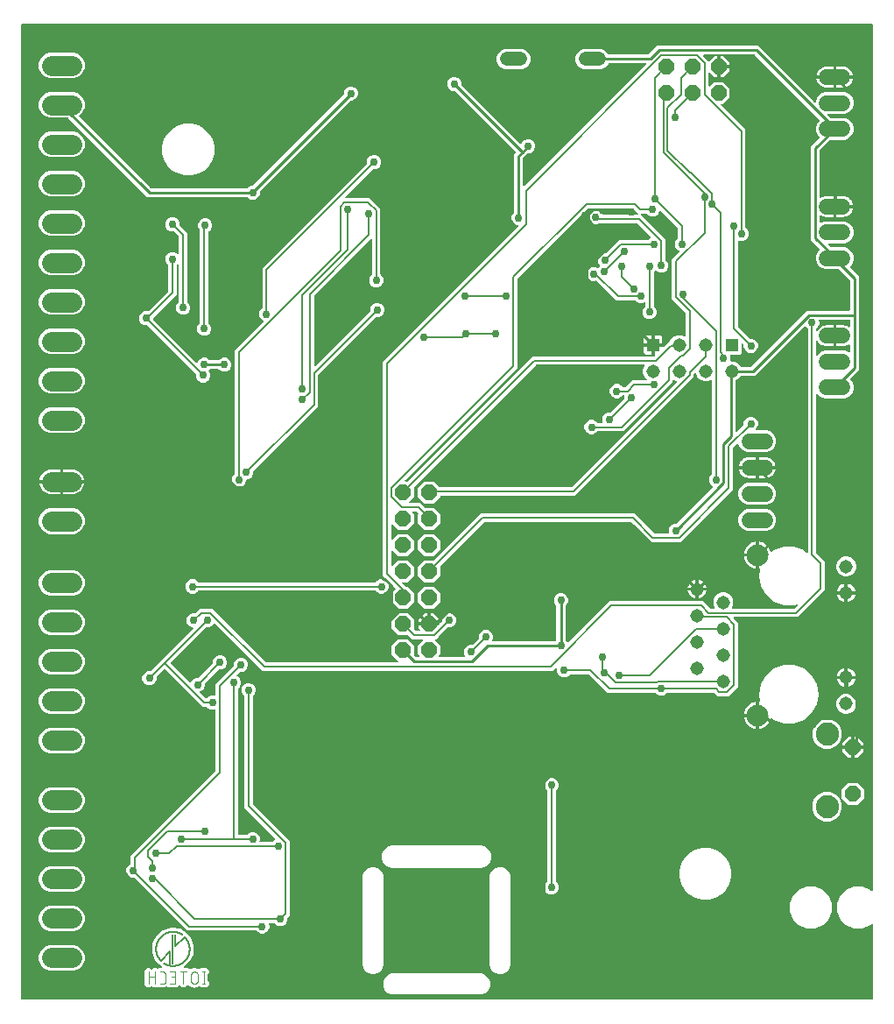
<source format=gbr>
G04 EAGLE Gerber RS-274X export*
G75*
%MOMM*%
%FSLAX34Y34*%
%LPD*%
%INBottom Copper*%
%IPPOS*%
%AMOC8*
5,1,8,0,0,1.08239X$1,22.5*%
G01*
%ADD10R,1.308000X1.308000*%
%ADD11C,1.308000*%
%ADD12C,2.100000*%
%ADD13C,1.524000*%
%ADD14C,0.127000*%
%ADD15C,0.101600*%
%ADD16P,1.649562X8X112.500000*%
%ADD17C,2.247900*%
%ADD18P,1.632244X8X22.500000*%
%ADD19C,1.320800*%
%ADD20C,1.905000*%
%ADD21P,1.632244X8X112.500000*%
%ADD22C,0.254000*%
%ADD23C,0.756400*%
%ADD24C,0.203200*%

G36*
X833336Y10926D02*
X833336Y10926D01*
X833355Y10924D01*
X833457Y10946D01*
X833559Y10962D01*
X833576Y10972D01*
X833596Y10976D01*
X833685Y11029D01*
X833776Y11078D01*
X833790Y11092D01*
X833807Y11102D01*
X833874Y11181D01*
X833946Y11256D01*
X833954Y11274D01*
X833967Y11289D01*
X834006Y11385D01*
X834049Y11479D01*
X834051Y11499D01*
X834059Y11517D01*
X834077Y11684D01*
X834077Y83502D01*
X834066Y83572D01*
X834064Y83644D01*
X834046Y83693D01*
X834038Y83744D01*
X834004Y83808D01*
X833979Y83875D01*
X833947Y83916D01*
X833922Y83962D01*
X833870Y84011D01*
X833826Y84067D01*
X833782Y84095D01*
X833744Y84131D01*
X833679Y84161D01*
X833619Y84200D01*
X833568Y84213D01*
X833521Y84235D01*
X833450Y84243D01*
X833380Y84260D01*
X833328Y84256D01*
X833277Y84262D01*
X833206Y84247D01*
X833135Y84241D01*
X833087Y84221D01*
X833036Y84210D01*
X832975Y84173D01*
X832909Y84145D01*
X832853Y84100D01*
X832825Y84083D01*
X832810Y84066D01*
X832778Y84040D01*
X831511Y82773D01*
X824042Y79679D01*
X815958Y79679D01*
X808489Y82773D01*
X802773Y88489D01*
X799679Y95958D01*
X799679Y104042D01*
X802773Y111511D01*
X808489Y117227D01*
X815958Y120321D01*
X824042Y120321D01*
X831511Y117227D01*
X832778Y115960D01*
X832836Y115918D01*
X832888Y115869D01*
X832935Y115847D01*
X832977Y115817D01*
X833046Y115795D01*
X833111Y115765D01*
X833163Y115760D01*
X833213Y115744D01*
X833284Y115746D01*
X833355Y115738D01*
X833406Y115749D01*
X833458Y115751D01*
X833526Y115775D01*
X833596Y115790D01*
X833641Y115817D01*
X833689Y115835D01*
X833745Y115880D01*
X833807Y115917D01*
X833841Y115956D01*
X833881Y115989D01*
X833920Y116049D01*
X833967Y116104D01*
X833986Y116152D01*
X834014Y116196D01*
X834032Y116265D01*
X834059Y116332D01*
X834067Y116403D01*
X834075Y116434D01*
X834073Y116457D01*
X834077Y116498D01*
X834077Y953316D01*
X834074Y953336D01*
X834076Y953355D01*
X834054Y953457D01*
X834038Y953559D01*
X834028Y953576D01*
X834024Y953596D01*
X833971Y953685D01*
X833922Y953776D01*
X833908Y953790D01*
X833898Y953807D01*
X833819Y953874D01*
X833744Y953946D01*
X833726Y953954D01*
X833711Y953967D01*
X833615Y954006D01*
X833521Y954049D01*
X833501Y954051D01*
X833483Y954059D01*
X833316Y954077D01*
X11684Y954077D01*
X11664Y954074D01*
X11645Y954076D01*
X11543Y954054D01*
X11441Y954038D01*
X11424Y954028D01*
X11404Y954024D01*
X11315Y953971D01*
X11224Y953922D01*
X11210Y953908D01*
X11193Y953898D01*
X11126Y953819D01*
X11054Y953744D01*
X11046Y953726D01*
X11033Y953711D01*
X10994Y953615D01*
X10951Y953521D01*
X10949Y953501D01*
X10941Y953483D01*
X10923Y953316D01*
X10923Y11684D01*
X10926Y11664D01*
X10924Y11645D01*
X10946Y11543D01*
X10962Y11441D01*
X10972Y11424D01*
X10976Y11404D01*
X11029Y11315D01*
X11078Y11224D01*
X11092Y11210D01*
X11102Y11193D01*
X11181Y11126D01*
X11256Y11054D01*
X11274Y11046D01*
X11289Y11033D01*
X11385Y10994D01*
X11479Y10951D01*
X11499Y10949D01*
X11517Y10941D01*
X11684Y10923D01*
X833316Y10923D01*
X833336Y10926D01*
G37*
%LPC*%
G36*
X242541Y74809D02*
X242541Y74809D01*
X240030Y75849D01*
X238527Y77352D01*
X238453Y77405D01*
X238384Y77465D01*
X238354Y77477D01*
X238327Y77496D01*
X238240Y77523D01*
X238156Y77557D01*
X238115Y77561D01*
X238092Y77568D01*
X238060Y77567D01*
X237989Y77575D01*
X171801Y77575D01*
X169197Y80179D01*
X120704Y128673D01*
X120630Y128726D01*
X120560Y128785D01*
X120530Y128798D01*
X120504Y128816D01*
X120417Y128843D01*
X120332Y128877D01*
X120291Y128882D01*
X120269Y128889D01*
X120237Y128888D01*
X120166Y128896D01*
X118040Y128896D01*
X115529Y129936D01*
X113608Y131857D01*
X112568Y134368D01*
X112568Y137085D01*
X113608Y139596D01*
X115529Y141517D01*
X115884Y141664D01*
X115983Y141726D01*
X116084Y141786D01*
X116088Y141791D01*
X116093Y141794D01*
X116168Y141884D01*
X116244Y141973D01*
X116246Y141979D01*
X116250Y141983D01*
X116292Y142092D01*
X116336Y142201D01*
X116337Y142208D01*
X116338Y142213D01*
X116339Y142231D01*
X116354Y142368D01*
X116354Y149656D01*
X198792Y232094D01*
X198845Y232168D01*
X198904Y232237D01*
X198917Y232267D01*
X198935Y232293D01*
X198962Y232380D01*
X198996Y232465D01*
X199001Y232506D01*
X199008Y232529D01*
X199007Y232561D01*
X199015Y232632D01*
X199015Y290728D01*
X199007Y290774D01*
X199009Y290820D01*
X198988Y290894D01*
X198975Y290971D01*
X198954Y291012D01*
X198941Y291056D01*
X198896Y291120D01*
X198860Y291189D01*
X198827Y291220D01*
X198800Y291258D01*
X198738Y291304D01*
X198682Y291358D01*
X198640Y291377D01*
X198603Y291405D01*
X198529Y291429D01*
X198459Y291462D01*
X198413Y291467D01*
X198369Y291481D01*
X198291Y291480D01*
X198214Y291489D01*
X198169Y291479D01*
X198123Y291478D01*
X197992Y291440D01*
X197974Y291436D01*
X197969Y291434D01*
X197962Y291432D01*
X197295Y291155D01*
X194577Y291155D01*
X192067Y292195D01*
X190564Y293698D01*
X190490Y293751D01*
X190420Y293811D01*
X190390Y293823D01*
X190364Y293842D01*
X190277Y293869D01*
X190192Y293903D01*
X190151Y293907D01*
X190129Y293914D01*
X190097Y293913D01*
X190025Y293921D01*
X186088Y293921D01*
X150042Y329968D01*
X150025Y329980D01*
X150013Y329995D01*
X149926Y330051D01*
X149842Y330112D01*
X149823Y330117D01*
X149806Y330128D01*
X149705Y330154D01*
X149607Y330184D01*
X149587Y330183D01*
X149567Y330188D01*
X149464Y330180D01*
X149361Y330178D01*
X149342Y330171D01*
X149322Y330169D01*
X149227Y330129D01*
X149130Y330093D01*
X149114Y330081D01*
X149096Y330073D01*
X148965Y329968D01*
X141760Y322763D01*
X141707Y322689D01*
X141647Y322619D01*
X141635Y322589D01*
X141616Y322563D01*
X141589Y322476D01*
X141555Y322391D01*
X141551Y322350D01*
X141544Y322328D01*
X141545Y322296D01*
X141537Y322225D01*
X141537Y320099D01*
X140497Y317588D01*
X138575Y315667D01*
X136065Y314627D01*
X133347Y314627D01*
X130837Y315667D01*
X128915Y317588D01*
X127875Y320099D01*
X127875Y322816D01*
X128915Y325327D01*
X130837Y327248D01*
X133347Y328288D01*
X135473Y328288D01*
X135563Y328303D01*
X135654Y328310D01*
X135684Y328323D01*
X135716Y328328D01*
X135796Y328371D01*
X135880Y328406D01*
X135912Y328432D01*
X135933Y328443D01*
X135955Y328466D01*
X136011Y328511D01*
X148043Y340542D01*
X176955Y369455D01*
X176997Y369513D01*
X177046Y369565D01*
X177068Y369612D01*
X177098Y369654D01*
X177119Y369723D01*
X177150Y369788D01*
X177155Y369840D01*
X177171Y369890D01*
X177169Y369961D01*
X177177Y370032D01*
X177166Y370083D01*
X177164Y370135D01*
X177140Y370203D01*
X177125Y370273D01*
X177098Y370318D01*
X177080Y370366D01*
X177035Y370422D01*
X176998Y370484D01*
X176959Y370518D01*
X176926Y370558D01*
X176866Y370597D01*
X176811Y370644D01*
X176763Y370663D01*
X176719Y370691D01*
X176650Y370709D01*
X176583Y370736D01*
X176512Y370744D01*
X176481Y370752D01*
X176458Y370750D01*
X176417Y370754D01*
X176208Y370754D01*
X173698Y371794D01*
X171776Y373716D01*
X170736Y376226D01*
X170736Y378944D01*
X171776Y381454D01*
X173698Y383376D01*
X176208Y384416D01*
X178334Y384416D01*
X178424Y384430D01*
X178515Y384438D01*
X178545Y384450D01*
X178577Y384455D01*
X178657Y384498D01*
X178741Y384534D01*
X178773Y384560D01*
X178794Y384571D01*
X178816Y384594D01*
X178872Y384639D01*
X183027Y388793D01*
X195579Y388793D01*
X247401Y336971D01*
X247475Y336918D01*
X247545Y336858D01*
X247575Y336846D01*
X247601Y336827D01*
X247688Y336800D01*
X247773Y336766D01*
X247814Y336762D01*
X247836Y336755D01*
X247868Y336756D01*
X247939Y336748D01*
X375040Y336748D01*
X375110Y336759D01*
X375182Y336761D01*
X375231Y336779D01*
X375283Y336787D01*
X375346Y336821D01*
X375413Y336846D01*
X375454Y336878D01*
X375500Y336903D01*
X375549Y336955D01*
X375605Y336999D01*
X375633Y337043D01*
X375669Y337081D01*
X375699Y337146D01*
X375738Y337206D01*
X375751Y337257D01*
X375773Y337304D01*
X375781Y337375D01*
X375798Y337445D01*
X375794Y337497D01*
X375800Y337548D01*
X375785Y337619D01*
X375779Y337690D01*
X375759Y337738D01*
X375748Y337789D01*
X375711Y337850D01*
X375683Y337916D01*
X375638Y337972D01*
X375622Y338000D01*
X375604Y338015D01*
X375578Y338047D01*
X369211Y344414D01*
X369211Y353186D01*
X375414Y359389D01*
X384186Y359389D01*
X390389Y353186D01*
X390389Y344671D01*
X390403Y344581D01*
X390411Y344490D01*
X390423Y344460D01*
X390428Y344428D01*
X390471Y344348D01*
X390507Y344264D01*
X390533Y344232D01*
X390544Y344211D01*
X390567Y344189D01*
X390612Y344133D01*
X392417Y342327D01*
X392491Y342274D01*
X392561Y342215D01*
X392591Y342203D01*
X392617Y342184D01*
X392704Y342157D01*
X392789Y342123D01*
X392830Y342118D01*
X392852Y342111D01*
X392884Y342112D01*
X392956Y342104D01*
X395083Y342104D01*
X395154Y342116D01*
X395226Y342118D01*
X395275Y342136D01*
X395326Y342144D01*
X395389Y342178D01*
X395457Y342202D01*
X395497Y342235D01*
X395543Y342259D01*
X395593Y342311D01*
X395649Y342356D01*
X395677Y342400D01*
X395713Y342437D01*
X395743Y342502D01*
X395782Y342563D01*
X395794Y342613D01*
X395816Y342660D01*
X395824Y342732D01*
X395842Y342801D01*
X395838Y342853D01*
X395843Y342905D01*
X395828Y342975D01*
X395823Y343046D01*
X395802Y343094D01*
X395791Y343145D01*
X395754Y343207D01*
X395726Y343273D01*
X395682Y343329D01*
X395665Y343356D01*
X395647Y343372D01*
X395622Y343404D01*
X394611Y344414D01*
X394611Y353186D01*
X399359Y357934D01*
X399401Y357992D01*
X399450Y358044D01*
X399472Y358091D01*
X399503Y358133D01*
X399524Y358202D01*
X399554Y358267D01*
X399560Y358319D01*
X399575Y358369D01*
X399573Y358440D01*
X399581Y358511D01*
X399570Y358562D01*
X399569Y358614D01*
X399544Y358682D01*
X399529Y358752D01*
X399502Y358797D01*
X399484Y358845D01*
X399439Y358901D01*
X399403Y358963D01*
X399363Y358997D01*
X399330Y359037D01*
X399270Y359076D01*
X399216Y359123D01*
X399167Y359142D01*
X399124Y359170D01*
X399054Y359188D01*
X398987Y359215D01*
X398916Y359223D01*
X398885Y359231D01*
X398862Y359229D01*
X398821Y359233D01*
X389168Y359233D01*
X385013Y363388D01*
X384939Y363441D01*
X384869Y363501D01*
X384839Y363513D01*
X384813Y363532D01*
X384726Y363559D01*
X384641Y363593D01*
X384600Y363597D01*
X384578Y363604D01*
X384546Y363603D01*
X384475Y363611D01*
X375414Y363611D01*
X369211Y369814D01*
X369211Y378586D01*
X375414Y384789D01*
X384186Y384789D01*
X390389Y378586D01*
X390389Y369824D01*
X390403Y369734D01*
X390411Y369643D01*
X390423Y369614D01*
X390428Y369582D01*
X390471Y369501D01*
X390507Y369417D01*
X390533Y369385D01*
X390544Y369364D01*
X390567Y369342D01*
X390612Y369286D01*
X392312Y367586D01*
X392386Y367533D01*
X392456Y367473D01*
X392486Y367461D01*
X392512Y367442D01*
X392599Y367415D01*
X392684Y367381D01*
X392725Y367377D01*
X392747Y367370D01*
X392779Y367371D01*
X392850Y367363D01*
X395943Y367363D01*
X396014Y367374D01*
X396086Y367376D01*
X396135Y367394D01*
X396186Y367402D01*
X396249Y367436D01*
X396317Y367461D01*
X396357Y367493D01*
X396403Y367518D01*
X396453Y367570D01*
X396509Y367614D01*
X396537Y367658D01*
X396573Y367696D01*
X396603Y367761D01*
X396642Y367821D01*
X396654Y367872D01*
X396676Y367919D01*
X396684Y367990D01*
X396702Y368060D01*
X396698Y368112D01*
X396703Y368163D01*
X396688Y368234D01*
X396683Y368305D01*
X396662Y368353D01*
X396651Y368404D01*
X396614Y368465D01*
X396586Y368531D01*
X396541Y368587D01*
X396525Y368615D01*
X396507Y368630D01*
X396481Y368662D01*
X395119Y370024D01*
X395119Y372677D01*
X404438Y372677D01*
X404458Y372680D01*
X404477Y372678D01*
X404579Y372700D01*
X404681Y372717D01*
X404698Y372726D01*
X404718Y372730D01*
X404807Y372783D01*
X404898Y372832D01*
X404912Y372846D01*
X404929Y372856D01*
X404996Y372935D01*
X405067Y373010D01*
X405076Y373028D01*
X405089Y373043D01*
X405127Y373139D01*
X405171Y373233D01*
X405173Y373253D01*
X405181Y373271D01*
X405199Y373438D01*
X405199Y374201D01*
X405201Y374201D01*
X405201Y373438D01*
X405204Y373418D01*
X405202Y373399D01*
X405224Y373297D01*
X405241Y373195D01*
X405250Y373178D01*
X405254Y373158D01*
X405307Y373069D01*
X405356Y372978D01*
X405370Y372964D01*
X405380Y372947D01*
X405459Y372880D01*
X405534Y372809D01*
X405552Y372800D01*
X405567Y372787D01*
X405663Y372748D01*
X405757Y372705D01*
X405777Y372703D01*
X405795Y372695D01*
X405962Y372677D01*
X413556Y372677D01*
X413646Y372692D01*
X413737Y372699D01*
X413767Y372711D01*
X413799Y372717D01*
X413880Y372759D01*
X413963Y372795D01*
X413996Y372821D01*
X414016Y372832D01*
X414038Y372855D01*
X414094Y372900D01*
X415618Y374424D01*
X415660Y374482D01*
X415710Y374534D01*
X415732Y374581D01*
X415762Y374623D01*
X415783Y374692D01*
X415813Y374757D01*
X415819Y374809D01*
X415834Y374858D01*
X415832Y374930D01*
X415840Y375001D01*
X415829Y375052D01*
X415828Y375104D01*
X415803Y375172D01*
X415795Y375210D01*
X415837Y375191D01*
X415908Y375183D01*
X415978Y375165D01*
X416030Y375169D01*
X416081Y375164D01*
X416152Y375179D01*
X416223Y375185D01*
X416271Y375205D01*
X416322Y375216D01*
X416383Y375253D01*
X416449Y375281D01*
X416505Y375326D01*
X416533Y375342D01*
X416548Y375360D01*
X416580Y375386D01*
X417474Y376280D01*
X417527Y376354D01*
X417587Y376423D01*
X417599Y376453D01*
X417618Y376479D01*
X417645Y376566D01*
X417679Y376651D01*
X417683Y376692D01*
X417690Y376714D01*
X417689Y376747D01*
X417697Y376818D01*
X417697Y378944D01*
X418737Y381454D01*
X420659Y383376D01*
X423169Y384416D01*
X425887Y384416D01*
X428397Y383376D01*
X430319Y381454D01*
X431359Y378944D01*
X431359Y376226D01*
X430319Y373716D01*
X428397Y371794D01*
X425887Y370754D01*
X423761Y370754D01*
X423671Y370740D01*
X423580Y370732D01*
X423550Y370720D01*
X423518Y370715D01*
X423438Y370672D01*
X423354Y370636D01*
X423322Y370610D01*
X423301Y370599D01*
X423279Y370576D01*
X423223Y370531D01*
X414529Y361837D01*
X411925Y359233D01*
X411579Y359233D01*
X411509Y359222D01*
X411437Y359220D01*
X411388Y359202D01*
X411336Y359194D01*
X411273Y359160D01*
X411206Y359135D01*
X411165Y359103D01*
X411119Y359078D01*
X411070Y359026D01*
X411014Y358982D01*
X410986Y358938D01*
X410950Y358900D01*
X410920Y358835D01*
X410881Y358775D01*
X410868Y358724D01*
X410846Y358677D01*
X410838Y358606D01*
X410821Y358536D01*
X410825Y358484D01*
X410819Y358433D01*
X410834Y358362D01*
X410840Y358291D01*
X410860Y358243D01*
X410871Y358192D01*
X410908Y358131D01*
X410936Y358065D01*
X410981Y358009D01*
X410997Y357981D01*
X411015Y357966D01*
X411041Y357934D01*
X415789Y353186D01*
X415789Y344414D01*
X414778Y343404D01*
X414737Y343346D01*
X414687Y343294D01*
X414665Y343246D01*
X414635Y343204D01*
X414614Y343136D01*
X414584Y343070D01*
X414578Y343019D01*
X414563Y342969D01*
X414564Y342897D01*
X414557Y342826D01*
X414568Y342775D01*
X414569Y342723D01*
X414594Y342656D01*
X414609Y342586D01*
X414635Y342541D01*
X414653Y342492D01*
X414698Y342436D01*
X414735Y342375D01*
X414775Y342341D01*
X414807Y342300D01*
X414867Y342261D01*
X414922Y342215D01*
X414970Y342195D01*
X415014Y342167D01*
X415083Y342150D01*
X415150Y342123D01*
X415221Y342115D01*
X415252Y342107D01*
X415276Y342109D01*
X415317Y342104D01*
X439441Y342104D01*
X439486Y342112D01*
X439532Y342110D01*
X439607Y342131D01*
X439684Y342144D01*
X439724Y342165D01*
X439769Y342178D01*
X439833Y342223D01*
X439901Y342259D01*
X439933Y342292D01*
X439971Y342319D01*
X440017Y342381D01*
X440071Y342437D01*
X440090Y342479D01*
X440117Y342516D01*
X440141Y342590D01*
X440174Y342660D01*
X440179Y342706D01*
X440194Y342750D01*
X440193Y342828D01*
X440201Y342905D01*
X440192Y342950D01*
X440191Y342996D01*
X440153Y343127D01*
X440149Y343145D01*
X440147Y343150D01*
X440144Y343157D01*
X439128Y345611D01*
X439128Y348329D01*
X440168Y350839D01*
X442089Y352761D01*
X444600Y353801D01*
X446726Y353801D01*
X446816Y353815D01*
X446907Y353823D01*
X446936Y353835D01*
X446968Y353840D01*
X447049Y353883D01*
X447133Y353919D01*
X447165Y353945D01*
X447186Y353956D01*
X447208Y353979D01*
X447264Y354024D01*
X453192Y359952D01*
X453245Y360026D01*
X453304Y360095D01*
X453317Y360125D01*
X453335Y360151D01*
X453362Y360238D01*
X453396Y360323D01*
X453401Y360364D01*
X453408Y360387D01*
X453407Y360419D01*
X453415Y360490D01*
X453415Y362616D01*
X454455Y365126D01*
X456376Y367048D01*
X458887Y368088D01*
X461604Y368088D01*
X464115Y367048D01*
X466036Y365126D01*
X467076Y362616D01*
X467076Y359898D01*
X466482Y358464D01*
X466472Y358420D01*
X466452Y358378D01*
X466444Y358301D01*
X466426Y358225D01*
X466430Y358179D01*
X466425Y358134D01*
X466442Y358057D01*
X466449Y357980D01*
X466468Y357938D01*
X466478Y357893D01*
X466518Y357826D01*
X466549Y357755D01*
X466580Y357721D01*
X466604Y357682D01*
X466663Y357631D01*
X466716Y357574D01*
X466756Y357552D01*
X466791Y357522D01*
X466863Y357493D01*
X466931Y357456D01*
X466976Y357447D01*
X467019Y357430D01*
X467155Y357415D01*
X467173Y357412D01*
X467178Y357413D01*
X467186Y357412D01*
X527044Y357412D01*
X527134Y357426D01*
X527225Y357434D01*
X527255Y357446D01*
X527287Y357451D01*
X527368Y357494D01*
X527452Y357530D01*
X527484Y357556D01*
X527504Y357567D01*
X527527Y357590D01*
X527583Y357635D01*
X528159Y358211D01*
X528212Y358285D01*
X528272Y358355D01*
X528284Y358385D01*
X528303Y358411D01*
X528330Y358498D01*
X528364Y358583D01*
X528368Y358624D01*
X528375Y358646D01*
X528374Y358678D01*
X528382Y358750D01*
X528382Y391318D01*
X528368Y391408D01*
X528360Y391499D01*
X528348Y391529D01*
X528343Y391561D01*
X528300Y391641D01*
X528264Y391725D01*
X528238Y391757D01*
X528227Y391778D01*
X528204Y391800D01*
X528159Y391856D01*
X526910Y393105D01*
X525870Y395616D01*
X525870Y398333D01*
X526910Y400844D01*
X528832Y402765D01*
X531342Y403805D01*
X534060Y403805D01*
X536570Y402765D01*
X538492Y400844D01*
X539532Y398333D01*
X539532Y395616D01*
X538492Y393105D01*
X537243Y391856D01*
X537190Y391782D01*
X537130Y391713D01*
X537118Y391683D01*
X537099Y391656D01*
X537072Y391569D01*
X537038Y391485D01*
X537034Y391444D01*
X537027Y391421D01*
X537028Y391389D01*
X537020Y391318D01*
X537020Y358750D01*
X537034Y358660D01*
X537042Y358569D01*
X537054Y358539D01*
X537059Y358507D01*
X537102Y358426D01*
X537138Y358342D01*
X537164Y358310D01*
X537175Y358290D01*
X537198Y358267D01*
X537243Y358211D01*
X538492Y356962D01*
X538798Y356222D01*
X538823Y356183D01*
X538838Y356140D01*
X538887Y356080D01*
X538928Y356013D01*
X538963Y355984D01*
X538992Y355948D01*
X539057Y355906D01*
X539117Y355856D01*
X539160Y355840D01*
X539199Y355815D01*
X539274Y355796D01*
X539347Y355768D01*
X539393Y355766D01*
X539437Y355755D01*
X539515Y355761D01*
X539593Y355758D01*
X539637Y355771D01*
X539683Y355774D01*
X539754Y355805D01*
X539829Y355826D01*
X539867Y355853D01*
X539909Y355870D01*
X539970Y355919D01*
X539978Y355924D01*
X539987Y355933D01*
X540016Y355956D01*
X540031Y355967D01*
X540034Y355971D01*
X540040Y355975D01*
X580001Y395937D01*
X670111Y395937D01*
X677032Y389016D01*
X677106Y388963D01*
X677175Y388904D01*
X677205Y388891D01*
X677231Y388873D01*
X677318Y388846D01*
X677403Y388812D01*
X677444Y388807D01*
X677467Y388800D01*
X677499Y388801D01*
X677570Y388793D01*
X680753Y388793D01*
X680798Y388801D01*
X680844Y388799D01*
X680919Y388820D01*
X680996Y388833D01*
X681036Y388854D01*
X681080Y388867D01*
X681144Y388912D01*
X681213Y388948D01*
X681245Y388981D01*
X681282Y389008D01*
X681329Y389070D01*
X681382Y389126D01*
X681402Y389168D01*
X681429Y389205D01*
X681453Y389279D01*
X681486Y389349D01*
X681491Y389395D01*
X681505Y389439D01*
X681505Y389517D01*
X681513Y389594D01*
X681503Y389639D01*
X681503Y389685D01*
X681465Y389816D01*
X681461Y389834D01*
X681458Y389839D01*
X681456Y389846D01*
X680111Y393093D01*
X680111Y396907D01*
X681571Y400432D01*
X684268Y403129D01*
X687793Y404589D01*
X691607Y404589D01*
X695132Y403129D01*
X697829Y400432D01*
X699289Y396907D01*
X699289Y393093D01*
X697944Y389846D01*
X697933Y389801D01*
X697914Y389759D01*
X697905Y389682D01*
X697888Y389606D01*
X697892Y389561D01*
X697887Y389515D01*
X697903Y389439D01*
X697911Y389361D01*
X697929Y389320D01*
X697939Y389275D01*
X697979Y389208D01*
X698011Y389137D01*
X698042Y389103D01*
X698065Y389064D01*
X698124Y389013D01*
X698177Y388956D01*
X698217Y388933D01*
X698252Y388904D01*
X698324Y388875D01*
X698393Y388837D01*
X698438Y388829D01*
X698480Y388812D01*
X698616Y388797D01*
X698635Y388793D01*
X698640Y388794D01*
X698647Y388793D01*
X758274Y388793D01*
X758364Y388808D01*
X758455Y388815D01*
X758484Y388828D01*
X758516Y388833D01*
X758597Y388876D01*
X758681Y388911D01*
X758713Y388937D01*
X758734Y388948D01*
X758756Y388971D01*
X758812Y389016D01*
X761431Y391636D01*
X761479Y391701D01*
X761533Y391762D01*
X761550Y391801D01*
X761575Y391836D01*
X761599Y391913D01*
X761631Y391987D01*
X761635Y392030D01*
X761647Y392071D01*
X761645Y392151D01*
X761652Y392232D01*
X761642Y392274D01*
X761641Y392316D01*
X761613Y392393D01*
X761594Y392471D01*
X761571Y392507D01*
X761556Y392547D01*
X761506Y392611D01*
X761463Y392679D01*
X761429Y392706D01*
X761403Y392740D01*
X761335Y392783D01*
X761272Y392834D01*
X761232Y392849D01*
X761196Y392873D01*
X761117Y392892D01*
X761042Y392921D01*
X760999Y392922D01*
X760957Y392933D01*
X760877Y392926D01*
X760796Y392929D01*
X760741Y392916D01*
X760712Y392913D01*
X760686Y392902D01*
X760633Y392889D01*
X758198Y392003D01*
X748202Y392003D01*
X738808Y395422D01*
X731150Y401848D01*
X726152Y410505D01*
X724416Y420350D01*
X725567Y426879D01*
X725568Y426902D01*
X725574Y426924D01*
X725569Y427024D01*
X725570Y427125D01*
X725563Y427147D01*
X725562Y427169D01*
X725526Y427263D01*
X725495Y427359D01*
X725481Y427377D01*
X725473Y427398D01*
X725408Y427476D01*
X725348Y427557D01*
X725330Y427570D01*
X725315Y427587D01*
X725229Y427640D01*
X725147Y427698D01*
X725125Y427704D01*
X725106Y427716D01*
X725007Y427739D01*
X724911Y427767D01*
X724888Y427766D01*
X724866Y427771D01*
X724699Y427763D01*
X724223Y427688D01*
X724223Y439127D01*
X731201Y439127D01*
X731258Y439136D01*
X731316Y439136D01*
X731379Y439156D01*
X731443Y439167D01*
X731495Y439194D01*
X731550Y439212D01*
X731633Y439267D01*
X731661Y439282D01*
X731671Y439292D01*
X731690Y439305D01*
X733506Y440829D01*
X733574Y440908D01*
X733646Y440984D01*
X733654Y441001D01*
X733666Y441015D01*
X733706Y441112D01*
X733750Y441207D01*
X733752Y441226D01*
X733759Y441243D01*
X733765Y441348D01*
X733777Y441451D01*
X733773Y441470D01*
X733774Y441489D01*
X733747Y441589D01*
X733725Y441692D01*
X733715Y441708D01*
X733710Y441726D01*
X733652Y441813D01*
X733599Y441903D01*
X733584Y441915D01*
X733574Y441931D01*
X733491Y441995D01*
X733412Y442063D01*
X733394Y442070D01*
X733379Y442081D01*
X733281Y442116D01*
X733183Y442155D01*
X733161Y442157D01*
X733147Y442162D01*
X733115Y442162D01*
X733017Y442173D01*
X724223Y442173D01*
X724223Y453612D01*
X725754Y453370D01*
X727706Y452735D01*
X729535Y451803D01*
X731196Y450597D01*
X732647Y449146D01*
X733853Y447485D01*
X734785Y445656D01*
X735395Y443780D01*
X735414Y443742D01*
X735426Y443701D01*
X735471Y443633D01*
X735508Y443561D01*
X735538Y443532D01*
X735562Y443496D01*
X735626Y443446D01*
X735684Y443390D01*
X735723Y443372D01*
X735756Y443346D01*
X735833Y443319D01*
X735906Y443284D01*
X735949Y443279D01*
X735989Y443265D01*
X736070Y443264D01*
X736151Y443254D01*
X736192Y443263D01*
X736235Y443263D01*
X736312Y443288D01*
X736391Y443304D01*
X736428Y443326D01*
X736469Y443339D01*
X736595Y443423D01*
X736604Y443428D01*
X736605Y443430D01*
X736608Y443432D01*
X738808Y445278D01*
X748202Y448697D01*
X758198Y448697D01*
X767592Y445278D01*
X770265Y443035D01*
X770298Y443015D01*
X770326Y442989D01*
X770403Y442953D01*
X770476Y442909D01*
X770514Y442901D01*
X770549Y442885D01*
X770633Y442876D01*
X770717Y442858D01*
X770755Y442862D01*
X770793Y442858D01*
X770876Y442876D01*
X770961Y442886D01*
X770996Y442902D01*
X771034Y442910D01*
X771107Y442954D01*
X771184Y442990D01*
X771212Y443017D01*
X771245Y443036D01*
X771300Y443101D01*
X771362Y443160D01*
X771380Y443194D01*
X771405Y443223D01*
X771437Y443302D01*
X771476Y443377D01*
X771482Y443416D01*
X771497Y443451D01*
X771515Y443618D01*
X771515Y659455D01*
X771501Y659545D01*
X771493Y659636D01*
X771481Y659666D01*
X771476Y659698D01*
X771433Y659779D01*
X771397Y659863D01*
X771371Y659895D01*
X771360Y659915D01*
X771337Y659938D01*
X771292Y659994D01*
X769789Y661497D01*
X769588Y661983D01*
X769564Y662022D01*
X769548Y662065D01*
X769499Y662126D01*
X769458Y662192D01*
X769423Y662221D01*
X769394Y662257D01*
X769329Y662299D01*
X769269Y662349D01*
X769226Y662365D01*
X769187Y662390D01*
X769112Y662409D01*
X769039Y662437D01*
X768993Y662439D01*
X768949Y662450D01*
X768871Y662444D01*
X768793Y662447D01*
X768749Y662434D01*
X768704Y662431D01*
X768632Y662400D01*
X768557Y662379D01*
X768519Y662352D01*
X768477Y662335D01*
X768371Y662249D01*
X768355Y662238D01*
X768352Y662234D01*
X768346Y662230D01*
X720221Y614104D01*
X707131Y614104D01*
X707016Y614085D01*
X706900Y614068D01*
X706894Y614066D01*
X706888Y614065D01*
X706785Y614010D01*
X706680Y613957D01*
X706676Y613952D01*
X706670Y613949D01*
X706591Y613865D01*
X706508Y613781D01*
X706504Y613775D01*
X706501Y613771D01*
X706493Y613754D01*
X706427Y613634D01*
X706079Y612793D01*
X703382Y610096D01*
X701790Y609437D01*
X701691Y609375D01*
X701591Y609315D01*
X701586Y609311D01*
X701581Y609307D01*
X701507Y609217D01*
X701431Y609128D01*
X701428Y609123D01*
X701424Y609118D01*
X701383Y609009D01*
X701339Y608900D01*
X701338Y608893D01*
X701336Y608888D01*
X701335Y608870D01*
X701320Y608734D01*
X701320Y559913D01*
X701332Y559843D01*
X701334Y559771D01*
X701352Y559722D01*
X701360Y559671D01*
X701393Y559607D01*
X701418Y559540D01*
X701451Y559499D01*
X701475Y559453D01*
X701527Y559404D01*
X701572Y559348D01*
X701616Y559320D01*
X701653Y559284D01*
X701718Y559254D01*
X701779Y559215D01*
X701829Y559202D01*
X701876Y559180D01*
X701948Y559172D01*
X702017Y559155D01*
X702069Y559159D01*
X702121Y559153D01*
X702191Y559168D01*
X702262Y559174D01*
X702310Y559194D01*
X702361Y559205D01*
X702423Y559242D01*
X702489Y559270D01*
X702545Y559315D01*
X702572Y559332D01*
X702588Y559349D01*
X702620Y559375D01*
X709337Y566093D01*
X709390Y566167D01*
X709394Y566171D01*
X709429Y566207D01*
X709433Y566216D01*
X709450Y566236D01*
X709462Y566266D01*
X709481Y566292D01*
X709506Y566374D01*
X709532Y566430D01*
X709534Y566444D01*
X709542Y566464D01*
X709546Y566505D01*
X709553Y566527D01*
X709552Y566560D01*
X709560Y566631D01*
X709560Y568757D01*
X710600Y571267D01*
X712522Y573189D01*
X715032Y574229D01*
X717750Y574229D01*
X720260Y573189D01*
X722182Y571267D01*
X723222Y568757D01*
X723222Y566039D01*
X722182Y563529D01*
X721221Y562568D01*
X721180Y562510D01*
X721130Y562458D01*
X721108Y562411D01*
X721078Y562369D01*
X721057Y562300D01*
X721027Y562235D01*
X721021Y562183D01*
X721005Y562133D01*
X721007Y562062D01*
X720999Y561991D01*
X721010Y561940D01*
X721012Y561888D01*
X721036Y561820D01*
X721052Y561750D01*
X721078Y561705D01*
X721096Y561657D01*
X721141Y561601D01*
X721178Y561539D01*
X721217Y561505D01*
X721250Y561465D01*
X721310Y561426D01*
X721365Y561379D01*
X721413Y561360D01*
X721457Y561332D01*
X721526Y561314D01*
X721593Y561287D01*
X721664Y561279D01*
X721695Y561271D01*
X721719Y561273D01*
X721760Y561269D01*
X732242Y561269D01*
X736163Y559645D01*
X739165Y556643D01*
X740789Y552722D01*
X740789Y548478D01*
X739165Y544557D01*
X736163Y541555D01*
X732242Y539931D01*
X712758Y539931D01*
X708837Y541555D01*
X705835Y544557D01*
X704357Y548127D01*
X704332Y548166D01*
X704317Y548209D01*
X704268Y548270D01*
X704227Y548336D01*
X704192Y548365D01*
X704163Y548401D01*
X704098Y548443D01*
X704038Y548493D01*
X703995Y548509D01*
X703956Y548534D01*
X703881Y548553D01*
X703808Y548581D01*
X703762Y548583D01*
X703718Y548594D01*
X703640Y548588D01*
X703562Y548591D01*
X703518Y548578D01*
X703472Y548575D01*
X703401Y548544D01*
X703326Y548523D01*
X703288Y548497D01*
X703246Y548479D01*
X703139Y548393D01*
X703124Y548382D01*
X703121Y548378D01*
X703115Y548374D01*
X699248Y544507D01*
X699195Y544433D01*
X699136Y544363D01*
X699124Y544333D01*
X699105Y544307D01*
X699078Y544220D01*
X699044Y544135D01*
X699039Y544094D01*
X699032Y544072D01*
X699033Y544040D01*
X699025Y543969D01*
X699025Y503464D01*
X648681Y453119D01*
X619801Y453119D01*
X600634Y472286D01*
X600560Y472339D01*
X600491Y472398D01*
X600461Y472411D01*
X600435Y472429D01*
X600348Y472456D01*
X600263Y472490D01*
X600222Y472495D01*
X600199Y472502D01*
X600167Y472501D01*
X600096Y472509D01*
X459183Y472509D01*
X459093Y472494D01*
X459002Y472487D01*
X458972Y472474D01*
X458940Y472469D01*
X458860Y472426D01*
X458776Y472391D01*
X458744Y472365D01*
X458723Y472354D01*
X458701Y472331D01*
X458645Y472286D01*
X416012Y429653D01*
X415959Y429579D01*
X415899Y429509D01*
X415887Y429479D01*
X415868Y429453D01*
X415841Y429366D01*
X415807Y429281D01*
X415803Y429240D01*
X415796Y429218D01*
X415797Y429186D01*
X415789Y429115D01*
X415789Y420614D01*
X409586Y414411D01*
X400814Y414411D01*
X394611Y420614D01*
X394611Y429386D01*
X400814Y435589D01*
X409627Y435589D01*
X409680Y435551D01*
X409699Y435545D01*
X409716Y435534D01*
X409816Y435509D01*
X409915Y435479D01*
X409935Y435479D01*
X409954Y435474D01*
X410057Y435482D01*
X410161Y435485D01*
X410179Y435492D01*
X410199Y435493D01*
X410294Y435534D01*
X410392Y435569D01*
X410407Y435582D01*
X410426Y435590D01*
X410557Y435695D01*
X455500Y480638D01*
X603779Y480638D01*
X622945Y461472D01*
X623019Y461419D01*
X623089Y461359D01*
X623119Y461347D01*
X623145Y461328D01*
X623232Y461301D01*
X623317Y461267D01*
X623358Y461263D01*
X623380Y461256D01*
X623412Y461257D01*
X623483Y461249D01*
X636678Y461249D01*
X636723Y461256D01*
X636769Y461254D01*
X636844Y461276D01*
X636921Y461288D01*
X636961Y461310D01*
X637005Y461323D01*
X637069Y461367D01*
X637138Y461404D01*
X637170Y461437D01*
X637207Y461463D01*
X637254Y461525D01*
X637307Y461582D01*
X637327Y461624D01*
X637354Y461660D01*
X637378Y461734D01*
X637411Y461805D01*
X637416Y461851D01*
X637430Y461894D01*
X637430Y461972D01*
X637438Y462049D01*
X637428Y462094D01*
X637428Y462140D01*
X637390Y462272D01*
X637386Y462290D01*
X637383Y462294D01*
X637381Y462301D01*
X637105Y462969D01*
X637105Y465686D01*
X638145Y468197D01*
X640066Y470118D01*
X642577Y471158D01*
X644343Y471158D01*
X644433Y471173D01*
X644524Y471180D01*
X644554Y471193D01*
X644586Y471198D01*
X644667Y471241D01*
X644751Y471276D01*
X644783Y471302D01*
X644803Y471313D01*
X644826Y471336D01*
X644882Y471381D01*
X679578Y506078D01*
X679605Y506115D01*
X679639Y506146D01*
X679676Y506214D01*
X679722Y506278D01*
X679735Y506321D01*
X679757Y506362D01*
X679771Y506438D01*
X679794Y506513D01*
X679793Y506558D01*
X679801Y506604D01*
X679790Y506681D01*
X679788Y506758D01*
X679772Y506802D01*
X679765Y506847D01*
X679730Y506916D01*
X679703Y506990D01*
X679675Y507025D01*
X679654Y507066D01*
X679598Y507121D01*
X679550Y507182D01*
X679511Y507206D01*
X679478Y507239D01*
X679359Y507304D01*
X679343Y507315D01*
X679338Y507316D01*
X679331Y507319D01*
X678845Y507521D01*
X676924Y509442D01*
X675884Y511953D01*
X675884Y514670D01*
X676924Y517181D01*
X678427Y518684D01*
X678480Y518758D01*
X678539Y518827D01*
X678552Y518857D01*
X678570Y518884D01*
X678597Y518971D01*
X678631Y519055D01*
X678636Y519096D01*
X678643Y519119D01*
X678642Y519151D01*
X678650Y519222D01*
X678650Y609234D01*
X678642Y609279D01*
X678644Y609325D01*
X678623Y609400D01*
X678610Y609476D01*
X678589Y609517D01*
X678576Y609561D01*
X678531Y609625D01*
X678495Y609694D01*
X678462Y609725D01*
X678436Y609763D01*
X678373Y609809D01*
X678317Y609863D01*
X678275Y609882D01*
X678238Y609910D01*
X678164Y609934D01*
X678094Y609967D01*
X678048Y609972D01*
X678004Y609986D01*
X677926Y609985D01*
X677849Y609994D01*
X677804Y609984D01*
X677758Y609984D01*
X677627Y609945D01*
X677609Y609942D01*
X677604Y609939D01*
X677597Y609937D01*
X674457Y608636D01*
X670643Y608636D01*
X667118Y610096D01*
X664421Y612793D01*
X663076Y616040D01*
X663052Y616079D01*
X663036Y616122D01*
X662988Y616183D01*
X662947Y616249D01*
X662911Y616278D01*
X662883Y616314D01*
X662817Y616356D01*
X662757Y616406D01*
X662714Y616422D01*
X662676Y616447D01*
X662600Y616466D01*
X662528Y616494D01*
X662482Y616496D01*
X662437Y616507D01*
X662360Y616501D01*
X662282Y616504D01*
X662238Y616492D01*
X662192Y616488D01*
X662120Y616458D01*
X662046Y616436D01*
X662008Y616410D01*
X661966Y616392D01*
X661859Y616306D01*
X661844Y616296D01*
X661841Y616292D01*
X661835Y616287D01*
X661490Y615942D01*
X661437Y615868D01*
X661377Y615798D01*
X661365Y615768D01*
X661346Y615742D01*
X661319Y615655D01*
X661285Y615570D01*
X661281Y615529D01*
X661274Y615507D01*
X661275Y615475D01*
X661267Y615404D01*
X661267Y612657D01*
X546631Y498021D01*
X416550Y498021D01*
X416530Y498018D01*
X416511Y498020D01*
X416409Y497998D01*
X416307Y497982D01*
X416290Y497972D01*
X416270Y497968D01*
X416181Y497915D01*
X416090Y497866D01*
X416076Y497852D01*
X416059Y497842D01*
X415992Y497763D01*
X415920Y497688D01*
X415912Y497670D01*
X415899Y497655D01*
X415860Y497559D01*
X415817Y497465D01*
X415815Y497445D01*
X415807Y497427D01*
X415789Y497260D01*
X415789Y496814D01*
X409586Y490611D01*
X400814Y490611D01*
X394611Y496814D01*
X394611Y505586D01*
X400814Y511789D01*
X409586Y511789D01*
X415001Y506374D01*
X415075Y506321D01*
X415144Y506261D01*
X415175Y506249D01*
X415201Y506230D01*
X415288Y506203D01*
X415373Y506169D01*
X415414Y506165D01*
X415436Y506158D01*
X415468Y506159D01*
X415539Y506151D01*
X542948Y506151D01*
X543038Y506165D01*
X543129Y506173D01*
X543159Y506185D01*
X543191Y506190D01*
X543271Y506233D01*
X543355Y506269D01*
X543387Y506295D01*
X543408Y506306D01*
X543430Y506329D01*
X543486Y506374D01*
X644795Y607682D01*
X644822Y607720D01*
X644856Y607751D01*
X644893Y607819D01*
X644939Y607882D01*
X644952Y607926D01*
X644974Y607966D01*
X644988Y608043D01*
X645011Y608117D01*
X645010Y608163D01*
X645018Y608208D01*
X645007Y608285D01*
X645005Y608363D01*
X644989Y608406D01*
X644982Y608452D01*
X644947Y608521D01*
X644920Y608594D01*
X644891Y608630D01*
X644871Y608671D01*
X644815Y608725D01*
X644766Y608786D01*
X644728Y608811D01*
X644695Y608843D01*
X644575Y608909D01*
X644559Y608919D01*
X644555Y608920D01*
X644548Y608924D01*
X641909Y610017D01*
X641865Y610027D01*
X641823Y610047D01*
X641746Y610055D01*
X641670Y610073D01*
X641624Y610069D01*
X641579Y610074D01*
X641502Y610057D01*
X641425Y610050D01*
X641383Y610031D01*
X641338Y610022D01*
X641271Y609982D01*
X641200Y609950D01*
X641166Y609919D01*
X641127Y609895D01*
X641076Y609836D01*
X641019Y609784D01*
X640997Y609743D01*
X640967Y609709D01*
X640938Y609636D01*
X640901Y609568D01*
X640892Y609523D01*
X640875Y609480D01*
X640860Y609344D01*
X640857Y609326D01*
X640858Y609321D01*
X640857Y609314D01*
X640857Y607555D01*
X593574Y560272D01*
X568206Y560272D01*
X568116Y560257D01*
X568025Y560250D01*
X567995Y560237D01*
X567963Y560232D01*
X567883Y560189D01*
X567799Y560154D01*
X567767Y560128D01*
X567746Y560117D01*
X567724Y560094D01*
X567668Y560049D01*
X566165Y558546D01*
X563654Y557506D01*
X560937Y557506D01*
X558426Y558546D01*
X556505Y560467D01*
X555465Y562978D01*
X555465Y565695D01*
X556505Y568206D01*
X558426Y570127D01*
X560937Y571167D01*
X563654Y571167D01*
X566165Y570127D01*
X567668Y568624D01*
X567742Y568571D01*
X567811Y568512D01*
X567841Y568500D01*
X567868Y568481D01*
X567955Y568454D01*
X568039Y568420D01*
X568080Y568415D01*
X568103Y568408D01*
X568135Y568409D01*
X568206Y568401D01*
X572386Y568401D01*
X572432Y568409D01*
X572478Y568407D01*
X572552Y568428D01*
X572629Y568441D01*
X572670Y568462D01*
X572714Y568475D01*
X572778Y568520D01*
X572847Y568556D01*
X572878Y568589D01*
X572916Y568616D01*
X572962Y568678D01*
X573016Y568734D01*
X573035Y568776D01*
X573063Y568813D01*
X573087Y568887D01*
X573120Y568957D01*
X573125Y569003D01*
X573139Y569047D01*
X573138Y569125D01*
X573147Y569202D01*
X573137Y569247D01*
X573136Y569293D01*
X573098Y569424D01*
X573094Y569442D01*
X573092Y569447D01*
X573090Y569454D01*
X572813Y570121D01*
X572813Y572839D01*
X573853Y575349D01*
X575775Y577271D01*
X578285Y578311D01*
X580411Y578311D01*
X580501Y578325D01*
X580592Y578333D01*
X580622Y578345D01*
X580654Y578350D01*
X580734Y578393D01*
X580818Y578429D01*
X580850Y578455D01*
X580871Y578466D01*
X580893Y578489D01*
X580949Y578534D01*
X594021Y591605D01*
X594074Y591679D01*
X594133Y591749D01*
X594146Y591779D01*
X594164Y591805D01*
X594191Y591892D01*
X594225Y591977D01*
X594230Y592018D01*
X594237Y592040D01*
X594236Y592072D01*
X594244Y592143D01*
X594244Y594208D01*
X594241Y594227D01*
X594243Y594247D01*
X594221Y594348D01*
X594204Y594450D01*
X594195Y594468D01*
X594190Y594487D01*
X594137Y594576D01*
X594089Y594668D01*
X594075Y594681D01*
X594064Y594698D01*
X593986Y594766D01*
X593911Y594837D01*
X593893Y594845D01*
X593877Y594858D01*
X593781Y594897D01*
X593688Y594941D01*
X593668Y594943D01*
X593649Y594950D01*
X593483Y594969D01*
X592698Y594969D01*
X592608Y594954D01*
X592517Y594947D01*
X592487Y594934D01*
X592455Y594929D01*
X592375Y594886D01*
X592291Y594851D01*
X592259Y594825D01*
X592238Y594814D01*
X592216Y594791D01*
X592160Y594746D01*
X590657Y593243D01*
X588146Y592203D01*
X585429Y592203D01*
X582918Y593243D01*
X580997Y595164D01*
X579957Y597675D01*
X579957Y600392D01*
X580997Y602903D01*
X582918Y604824D01*
X585429Y605864D01*
X588146Y605864D01*
X590657Y604824D01*
X592160Y603321D01*
X592234Y603268D01*
X592303Y603209D01*
X592333Y603196D01*
X592360Y603178D01*
X592447Y603151D01*
X592531Y603117D01*
X592572Y603112D01*
X592595Y603105D01*
X592627Y603106D01*
X592698Y603098D01*
X594994Y603098D01*
X595084Y603113D01*
X595175Y603120D01*
X595204Y603133D01*
X595236Y603138D01*
X595317Y603181D01*
X595401Y603216D01*
X595433Y603242D01*
X595454Y603253D01*
X595476Y603276D01*
X595532Y603321D01*
X601432Y609221D01*
X615355Y609221D01*
X615426Y609233D01*
X615498Y609235D01*
X615547Y609253D01*
X615598Y609261D01*
X615662Y609295D01*
X615729Y609319D01*
X615770Y609352D01*
X615816Y609376D01*
X615865Y609428D01*
X615921Y609473D01*
X615949Y609517D01*
X615985Y609554D01*
X616015Y609619D01*
X616054Y609680D01*
X616067Y609730D01*
X616089Y609777D01*
X616096Y609849D01*
X616114Y609918D01*
X616110Y609970D01*
X616116Y610022D01*
X616100Y610092D01*
X616095Y610163D01*
X616075Y610211D01*
X616063Y610262D01*
X616027Y610324D01*
X615999Y610390D01*
X615954Y610446D01*
X615937Y610473D01*
X615919Y610489D01*
X615894Y610521D01*
X613621Y612793D01*
X612161Y616318D01*
X612161Y620132D01*
X613561Y623511D01*
X613571Y623555D01*
X613590Y623597D01*
X613599Y623674D01*
X613617Y623750D01*
X613613Y623796D01*
X613618Y623841D01*
X613601Y623918D01*
X613594Y623995D01*
X613575Y624037D01*
X613565Y624082D01*
X613525Y624149D01*
X613494Y624220D01*
X613463Y624254D01*
X613439Y624293D01*
X613380Y624344D01*
X613327Y624401D01*
X613287Y624423D01*
X613252Y624453D01*
X613180Y624482D01*
X613112Y624519D01*
X613067Y624528D01*
X613024Y624545D01*
X612888Y624560D01*
X612870Y624563D01*
X612865Y624562D01*
X612857Y624563D01*
X509187Y624563D01*
X509097Y624549D01*
X509006Y624541D01*
X508977Y624529D01*
X508945Y624524D01*
X508864Y624481D01*
X508780Y624445D01*
X508748Y624419D01*
X508727Y624408D01*
X508705Y624385D01*
X508649Y624340D01*
X390612Y506303D01*
X390559Y506229D01*
X390499Y506159D01*
X390487Y506129D01*
X390468Y506103D01*
X390441Y506016D01*
X390407Y505931D01*
X390403Y505890D01*
X390396Y505868D01*
X390397Y505836D01*
X390389Y505765D01*
X390389Y496814D01*
X385717Y492143D01*
X385676Y492085D01*
X385626Y492033D01*
X385604Y491985D01*
X385574Y491943D01*
X385553Y491875D01*
X385523Y491809D01*
X385517Y491758D01*
X385502Y491708D01*
X385503Y491636D01*
X385496Y491565D01*
X385507Y491514D01*
X385508Y491462D01*
X385533Y491395D01*
X385548Y491325D01*
X385574Y491280D01*
X385592Y491231D01*
X385637Y491175D01*
X385674Y491114D01*
X385714Y491080D01*
X385746Y491039D01*
X385806Y491000D01*
X385861Y490954D01*
X385909Y490934D01*
X385953Y490906D01*
X386022Y490889D01*
X386089Y490862D01*
X386160Y490854D01*
X386192Y490846D01*
X386215Y490848D01*
X386256Y490843D01*
X396617Y490843D01*
X400849Y486612D01*
X400923Y486559D01*
X400992Y486499D01*
X401022Y486487D01*
X401048Y486468D01*
X401135Y486441D01*
X401220Y486407D01*
X401261Y486403D01*
X401284Y486396D01*
X401316Y486397D01*
X401387Y486389D01*
X409586Y486389D01*
X415789Y480186D01*
X415789Y471414D01*
X409586Y465211D01*
X400814Y465211D01*
X394611Y471414D01*
X394611Y480186D01*
X394656Y480231D01*
X394668Y480247D01*
X394683Y480259D01*
X394739Y480347D01*
X394800Y480431D01*
X394806Y480450D01*
X394816Y480466D01*
X394842Y480567D01*
X394872Y480666D01*
X394872Y480686D01*
X394876Y480705D01*
X394868Y480808D01*
X394866Y480912D01*
X394859Y480930D01*
X394857Y480950D01*
X394817Y481045D01*
X394781Y481143D01*
X394769Y481158D01*
X394761Y481176D01*
X394656Y481307D01*
X393473Y482491D01*
X393399Y482544D01*
X393329Y482603D01*
X393299Y482616D01*
X393273Y482634D01*
X393186Y482661D01*
X393101Y482695D01*
X393060Y482700D01*
X393038Y482707D01*
X393006Y482706D01*
X392935Y482714D01*
X389699Y482714D01*
X389628Y482702D01*
X389556Y482700D01*
X389507Y482682D01*
X389456Y482674D01*
X389393Y482640D01*
X389325Y482616D01*
X389285Y482583D01*
X389239Y482559D01*
X389189Y482507D01*
X389133Y482462D01*
X389105Y482418D01*
X389069Y482381D01*
X389039Y482316D01*
X389000Y482255D01*
X388988Y482205D01*
X388966Y482158D01*
X388958Y482086D01*
X388940Y482017D01*
X388944Y481965D01*
X388939Y481913D01*
X388954Y481843D01*
X388959Y481772D01*
X388980Y481724D01*
X388991Y481673D01*
X389028Y481611D01*
X389056Y481545D01*
X389100Y481489D01*
X389117Y481462D01*
X389135Y481446D01*
X389160Y481414D01*
X390389Y480186D01*
X390389Y471414D01*
X384186Y465211D01*
X375414Y465211D01*
X369683Y470943D01*
X369625Y470984D01*
X369573Y471034D01*
X369525Y471056D01*
X369483Y471086D01*
X369415Y471107D01*
X369349Y471137D01*
X369298Y471143D01*
X369248Y471158D01*
X369176Y471157D01*
X369105Y471164D01*
X369054Y471153D01*
X369002Y471152D01*
X368935Y471127D01*
X368865Y471112D01*
X368820Y471086D01*
X368771Y471068D01*
X368715Y471023D01*
X368654Y470986D01*
X368620Y470946D01*
X368579Y470914D01*
X368540Y470854D01*
X368494Y470799D01*
X368474Y470751D01*
X368446Y470707D01*
X368429Y470638D01*
X368402Y470571D01*
X368394Y470500D01*
X368386Y470468D01*
X368388Y470445D01*
X368383Y470404D01*
X368383Y455796D01*
X368395Y455725D01*
X368397Y455653D01*
X368415Y455604D01*
X368423Y455553D01*
X368457Y455490D01*
X368481Y455422D01*
X368514Y455382D01*
X368538Y455336D01*
X368590Y455286D01*
X368635Y455230D01*
X368679Y455202D01*
X368716Y455166D01*
X368781Y455136D01*
X368842Y455097D01*
X368892Y455085D01*
X368939Y455063D01*
X369011Y455055D01*
X369080Y455037D01*
X369132Y455041D01*
X369184Y455036D01*
X369254Y455051D01*
X369325Y455056D01*
X369373Y455077D01*
X369424Y455088D01*
X369486Y455125D01*
X369552Y455153D01*
X369608Y455197D01*
X369635Y455214D01*
X369651Y455232D01*
X369683Y455257D01*
X375414Y460989D01*
X384186Y460989D01*
X390389Y454786D01*
X390389Y446014D01*
X384186Y439811D01*
X375414Y439811D01*
X369683Y445543D01*
X369625Y445584D01*
X369573Y445634D01*
X369525Y445656D01*
X369483Y445686D01*
X369415Y445707D01*
X369349Y445737D01*
X369298Y445743D01*
X369248Y445758D01*
X369176Y445757D01*
X369105Y445764D01*
X369054Y445753D01*
X369002Y445752D01*
X368935Y445727D01*
X368865Y445712D01*
X368820Y445686D01*
X368771Y445668D01*
X368715Y445623D01*
X368654Y445586D01*
X368620Y445546D01*
X368579Y445514D01*
X368540Y445454D01*
X368494Y445399D01*
X368474Y445351D01*
X368446Y445307D01*
X368429Y445238D01*
X368402Y445171D01*
X368394Y445100D01*
X368386Y445068D01*
X368388Y445045D01*
X368383Y445004D01*
X368383Y430396D01*
X368395Y430325D01*
X368397Y430253D01*
X368415Y430204D01*
X368423Y430153D01*
X368457Y430090D01*
X368481Y430022D01*
X368514Y429982D01*
X368538Y429936D01*
X368590Y429886D01*
X368635Y429830D01*
X368679Y429802D01*
X368716Y429766D01*
X368781Y429736D01*
X368842Y429697D01*
X368892Y429685D01*
X368939Y429663D01*
X369011Y429655D01*
X369080Y429637D01*
X369132Y429641D01*
X369184Y429636D01*
X369254Y429651D01*
X369325Y429656D01*
X369373Y429677D01*
X369424Y429688D01*
X369486Y429725D01*
X369552Y429753D01*
X369608Y429797D01*
X369635Y429814D01*
X369651Y429832D01*
X369683Y429857D01*
X375414Y435589D01*
X384186Y435589D01*
X390389Y429386D01*
X390389Y420614D01*
X384186Y414411D01*
X379980Y414411D01*
X379910Y414400D01*
X379838Y414398D01*
X379789Y414380D01*
X379738Y414372D01*
X379674Y414338D01*
X379607Y414313D01*
X379566Y414281D01*
X379520Y414256D01*
X379471Y414204D01*
X379415Y414160D01*
X379387Y414116D01*
X379351Y414078D01*
X379321Y414013D01*
X379282Y413953D01*
X379269Y413902D01*
X379247Y413855D01*
X379239Y413784D01*
X379222Y413714D01*
X379226Y413662D01*
X379220Y413611D01*
X379235Y413540D01*
X379241Y413469D01*
X379261Y413421D01*
X379272Y413370D01*
X379309Y413309D01*
X379337Y413243D01*
X379382Y413187D01*
X379399Y413159D01*
X379416Y413144D01*
X379424Y413135D01*
X379425Y413133D01*
X379426Y413132D01*
X379442Y413112D01*
X381087Y411467D01*
X382142Y410412D01*
X382216Y410359D01*
X382286Y410299D01*
X382316Y410287D01*
X382342Y410268D01*
X382429Y410241D01*
X382514Y410207D01*
X382555Y410203D01*
X382577Y410196D01*
X382609Y410197D01*
X382680Y410189D01*
X384186Y410189D01*
X390389Y403986D01*
X390389Y395214D01*
X384186Y389011D01*
X375414Y389011D01*
X369211Y395214D01*
X369211Y403986D01*
X372603Y407378D01*
X372615Y407394D01*
X372630Y407406D01*
X372686Y407494D01*
X372746Y407577D01*
X372752Y407596D01*
X372763Y407613D01*
X372788Y407714D01*
X372819Y407812D01*
X372818Y407832D01*
X372823Y407852D01*
X372815Y407955D01*
X372812Y408058D01*
X372806Y408077D01*
X372804Y408097D01*
X372764Y408192D01*
X372728Y408289D01*
X372715Y408305D01*
X372708Y408323D01*
X372603Y408454D01*
X366341Y414716D01*
X366262Y414773D01*
X366187Y414835D01*
X366163Y414844D01*
X366141Y414859D01*
X366048Y414888D01*
X365957Y414923D01*
X365931Y414924D01*
X365906Y414932D01*
X365809Y414929D01*
X365712Y414933D01*
X365687Y414926D01*
X365660Y414925D01*
X365569Y414892D01*
X365475Y414865D01*
X365454Y414850D01*
X365429Y414841D01*
X365353Y414780D01*
X365273Y414725D01*
X365258Y414704D01*
X365237Y414687D01*
X365185Y414605D01*
X365127Y414527D01*
X365119Y414502D01*
X365104Y414480D01*
X365081Y414386D01*
X365050Y414293D01*
X365051Y414267D01*
X365044Y414242D01*
X365052Y414145D01*
X365053Y414047D01*
X365062Y414016D01*
X365063Y413997D01*
X365076Y413966D01*
X365100Y413886D01*
X366047Y411600D01*
X366047Y408882D01*
X365007Y406372D01*
X363085Y404450D01*
X360575Y403410D01*
X357857Y403410D01*
X355347Y404450D01*
X353844Y405953D01*
X353770Y406006D01*
X353700Y406066D01*
X353670Y406078D01*
X353644Y406097D01*
X353557Y406124D01*
X353472Y406158D01*
X353431Y406162D01*
X353409Y406169D01*
X353377Y406168D01*
X353305Y406176D01*
X182457Y406176D01*
X182367Y406162D01*
X182276Y406154D01*
X182246Y406142D01*
X182214Y406137D01*
X182134Y406094D01*
X182050Y406058D01*
X182018Y406032D01*
X181997Y406021D01*
X181975Y405998D01*
X181919Y405953D01*
X180416Y404450D01*
X177905Y403410D01*
X175188Y403410D01*
X172677Y404450D01*
X170756Y406372D01*
X169716Y408882D01*
X169716Y411600D01*
X170756Y414110D01*
X172677Y416032D01*
X175188Y417072D01*
X177905Y417072D01*
X180416Y416032D01*
X181919Y414529D01*
X181993Y414476D01*
X182062Y414416D01*
X182092Y414404D01*
X182119Y414385D01*
X182206Y414358D01*
X182290Y414324D01*
X182331Y414320D01*
X182354Y414313D01*
X182386Y414314D01*
X182457Y414306D01*
X353305Y414306D01*
X353395Y414320D01*
X353486Y414328D01*
X353516Y414340D01*
X353548Y414345D01*
X353629Y414388D01*
X353713Y414424D01*
X353745Y414450D01*
X353765Y414461D01*
X353788Y414484D01*
X353844Y414529D01*
X355347Y416032D01*
X357857Y417072D01*
X360575Y417072D01*
X362861Y416125D01*
X362956Y416102D01*
X363049Y416074D01*
X363075Y416074D01*
X363101Y416068D01*
X363198Y416078D01*
X363295Y416080D01*
X363320Y416089D01*
X363346Y416091D01*
X363434Y416131D01*
X363526Y416164D01*
X363547Y416181D01*
X363570Y416191D01*
X363642Y416257D01*
X363718Y416318D01*
X363732Y416340D01*
X363752Y416358D01*
X363799Y416443D01*
X363851Y416525D01*
X363858Y416550D01*
X363870Y416573D01*
X363887Y416669D01*
X363911Y416764D01*
X363909Y416790D01*
X363914Y416815D01*
X363900Y416912D01*
X363892Y417009D01*
X363882Y417033D01*
X363878Y417059D01*
X363834Y417146D01*
X363796Y417235D01*
X363775Y417261D01*
X363767Y417278D01*
X363743Y417301D01*
X363691Y417366D01*
X360254Y420803D01*
X360254Y627250D01*
X362858Y629854D01*
X491269Y758265D01*
X491311Y758323D01*
X491360Y758375D01*
X491382Y758423D01*
X491412Y758465D01*
X491433Y758533D01*
X491464Y758599D01*
X491469Y758650D01*
X491485Y758700D01*
X491483Y758772D01*
X491491Y758843D01*
X491480Y758894D01*
X491478Y758946D01*
X491454Y759013D01*
X491439Y759083D01*
X491412Y759128D01*
X491394Y759177D01*
X491349Y759233D01*
X491312Y759294D01*
X491273Y759328D01*
X491240Y759369D01*
X491180Y759408D01*
X491125Y759454D01*
X491077Y759474D01*
X491033Y759502D01*
X490964Y759519D01*
X490897Y759546D01*
X490826Y759554D01*
X490795Y759562D01*
X490772Y759560D01*
X490731Y759565D01*
X490522Y759565D01*
X488012Y760605D01*
X486090Y762526D01*
X485050Y765037D01*
X485050Y767754D01*
X486090Y770265D01*
X487339Y771514D01*
X487392Y771588D01*
X487452Y771657D01*
X487464Y771687D01*
X487483Y771714D01*
X487510Y771801D01*
X487544Y771885D01*
X487548Y771926D01*
X487555Y771949D01*
X487554Y771981D01*
X487562Y772052D01*
X487562Y828394D01*
X488807Y829638D01*
X488818Y829655D01*
X488834Y829667D01*
X488890Y829754D01*
X488950Y829838D01*
X488956Y829857D01*
X488967Y829874D01*
X488992Y829974D01*
X489023Y830073D01*
X489022Y830093D01*
X489027Y830113D01*
X489019Y830215D01*
X489016Y830319D01*
X489010Y830338D01*
X489008Y830358D01*
X488968Y830453D01*
X488932Y830550D01*
X488919Y830566D01*
X488912Y830584D01*
X488807Y830715D01*
X430577Y888945D01*
X430503Y888998D01*
X430433Y889058D01*
X430403Y889070D01*
X430377Y889089D01*
X430290Y889116D01*
X430205Y889150D01*
X430164Y889154D01*
X430142Y889161D01*
X430110Y889160D01*
X430038Y889168D01*
X428272Y889168D01*
X425761Y890208D01*
X423840Y892130D01*
X422800Y894640D01*
X422800Y897358D01*
X423840Y899868D01*
X425761Y901790D01*
X428272Y902830D01*
X430989Y902830D01*
X433500Y901790D01*
X435421Y899868D01*
X436461Y897358D01*
X436461Y895591D01*
X436476Y895501D01*
X436483Y895410D01*
X436496Y895380D01*
X436501Y895348D01*
X436544Y895268D01*
X436579Y895184D01*
X436605Y895152D01*
X436616Y895131D01*
X436639Y895109D01*
X436684Y895053D01*
X493533Y838204D01*
X493570Y838177D01*
X493601Y838144D01*
X493670Y838106D01*
X493733Y838061D01*
X493776Y838047D01*
X493817Y838025D01*
X493893Y838011D01*
X493968Y837988D01*
X494014Y837989D01*
X494059Y837981D01*
X494136Y837993D01*
X494214Y837995D01*
X494257Y838010D01*
X494302Y838017D01*
X494371Y838052D01*
X494445Y838079D01*
X494480Y838108D01*
X494521Y838129D01*
X494576Y838184D01*
X494637Y838233D01*
X494661Y838271D01*
X494694Y838304D01*
X494760Y838424D01*
X494770Y838440D01*
X494771Y838445D01*
X494774Y838451D01*
X495275Y839659D01*
X497196Y841580D01*
X499707Y842620D01*
X502424Y842620D01*
X504935Y841580D01*
X506856Y839659D01*
X507896Y837148D01*
X507896Y834431D01*
X506856Y831920D01*
X504935Y829999D01*
X502424Y828959D01*
X500658Y828959D01*
X500568Y828944D01*
X500477Y828937D01*
X500447Y828924D01*
X500415Y828919D01*
X500334Y828876D01*
X500250Y828841D01*
X500218Y828815D01*
X500198Y828804D01*
X500175Y828781D01*
X500119Y828736D01*
X496423Y825039D01*
X496370Y824965D01*
X496310Y824896D01*
X496298Y824866D01*
X496279Y824839D01*
X496252Y824752D01*
X496218Y824668D01*
X496214Y824627D01*
X496207Y824604D01*
X496208Y824572D01*
X496200Y824501D01*
X496200Y797690D01*
X496211Y797619D01*
X496213Y797547D01*
X496231Y797498D01*
X496239Y797447D01*
X496273Y797384D01*
X496298Y797316D01*
X496330Y797276D01*
X496355Y797230D01*
X496406Y797180D01*
X496451Y797124D01*
X496495Y797096D01*
X496533Y797060D01*
X496598Y797030D01*
X496658Y796991D01*
X496709Y796979D01*
X496756Y796957D01*
X496827Y796949D01*
X496897Y796931D01*
X496949Y796935D01*
X497000Y796930D01*
X497071Y796945D01*
X497142Y796951D01*
X497190Y796971D01*
X497241Y796982D01*
X497302Y797019D01*
X497368Y797047D01*
X497424Y797092D01*
X497452Y797108D01*
X497467Y797126D01*
X497499Y797152D01*
X497564Y797216D01*
X615220Y914873D01*
X615262Y914931D01*
X615312Y914983D01*
X615334Y915030D01*
X615364Y915072D01*
X615385Y915141D01*
X615415Y915206D01*
X615421Y915258D01*
X615436Y915308D01*
X615434Y915379D01*
X615442Y915450D01*
X615431Y915501D01*
X615430Y915553D01*
X615405Y915621D01*
X615390Y915691D01*
X615363Y915735D01*
X615345Y915784D01*
X615301Y915840D01*
X615264Y915902D01*
X615224Y915936D01*
X615192Y915976D01*
X615131Y916015D01*
X615077Y916062D01*
X615029Y916081D01*
X614985Y916109D01*
X614915Y916127D01*
X614849Y916154D01*
X614777Y916162D01*
X614746Y916170D01*
X614723Y916168D01*
X614682Y916172D01*
X579075Y916172D01*
X578960Y916153D01*
X578844Y916136D01*
X578839Y916134D01*
X578832Y916133D01*
X578730Y916078D01*
X578625Y916025D01*
X578621Y916020D01*
X578615Y916017D01*
X578535Y915933D01*
X578453Y915849D01*
X578449Y915843D01*
X578446Y915839D01*
X578438Y915822D01*
X578372Y915702D01*
X577887Y914532D01*
X575172Y911817D01*
X571624Y910347D01*
X554576Y910347D01*
X551028Y911817D01*
X548313Y914532D01*
X546843Y918080D01*
X546843Y921920D01*
X548313Y925468D01*
X551028Y928183D01*
X554576Y929653D01*
X571624Y929653D01*
X575172Y928183D01*
X577887Y925468D01*
X577965Y925280D01*
X578027Y925181D01*
X578087Y925080D01*
X578091Y925076D01*
X578095Y925071D01*
X578184Y924997D01*
X578274Y924920D01*
X578279Y924918D01*
X578284Y924914D01*
X578392Y924872D01*
X578502Y924828D01*
X578509Y924827D01*
X578514Y924826D01*
X578532Y924825D01*
X578668Y924810D01*
X617339Y924810D01*
X617429Y924824D01*
X617520Y924832D01*
X617550Y924844D01*
X617582Y924849D01*
X617663Y924892D01*
X617747Y924928D01*
X617779Y924954D01*
X617799Y924965D01*
X617822Y924988D01*
X617878Y925033D01*
X625819Y932974D01*
X723282Y932974D01*
X777912Y878344D01*
X777970Y878303D01*
X778022Y878253D01*
X778069Y878231D01*
X778111Y878201D01*
X778180Y878180D01*
X778245Y878150D01*
X778297Y878144D01*
X778347Y878128D01*
X778418Y878130D01*
X778489Y878122D01*
X778540Y878133D01*
X778592Y878135D01*
X778660Y878159D01*
X778730Y878175D01*
X778775Y878201D01*
X778823Y878219D01*
X778879Y878264D01*
X778941Y878301D01*
X778975Y878340D01*
X779015Y878373D01*
X779054Y878433D01*
X779101Y878488D01*
X779120Y878536D01*
X779148Y878580D01*
X779166Y878649D01*
X779193Y878716D01*
X779201Y878787D01*
X779209Y878818D01*
X779207Y878842D01*
X779211Y878883D01*
X779211Y879622D01*
X780835Y883543D01*
X783837Y886545D01*
X787758Y888169D01*
X807242Y888169D01*
X811163Y886545D01*
X814165Y883543D01*
X815789Y879622D01*
X815789Y875378D01*
X814165Y871457D01*
X811163Y868455D01*
X807242Y866831D01*
X791263Y866831D01*
X791192Y866820D01*
X791120Y866818D01*
X791071Y866800D01*
X791020Y866792D01*
X790957Y866758D01*
X790889Y866733D01*
X790848Y866701D01*
X790803Y866676D01*
X790753Y866625D01*
X790697Y866580D01*
X790669Y866536D01*
X790633Y866498D01*
X790603Y866433D01*
X790564Y866373D01*
X790551Y866322D01*
X790530Y866275D01*
X790522Y866204D01*
X790504Y866134D01*
X790508Y866082D01*
X790502Y866031D01*
X790518Y865960D01*
X790523Y865889D01*
X790544Y865841D01*
X790555Y865790D01*
X790592Y865729D01*
X790620Y865663D01*
X790664Y865607D01*
X790681Y865579D01*
X790699Y865564D01*
X790724Y865532D01*
X792864Y863392D01*
X792938Y863339D01*
X793008Y863279D01*
X793038Y863267D01*
X793064Y863248D01*
X793151Y863221D01*
X793236Y863187D01*
X793277Y863183D01*
X793299Y863176D01*
X793331Y863177D01*
X793403Y863169D01*
X807242Y863169D01*
X811163Y861545D01*
X814165Y858543D01*
X815789Y854622D01*
X815789Y850378D01*
X814165Y846457D01*
X811163Y843455D01*
X807242Y841831D01*
X793147Y841831D01*
X793057Y841817D01*
X792966Y841809D01*
X792936Y841797D01*
X792904Y841792D01*
X792824Y841749D01*
X792740Y841713D01*
X792708Y841687D01*
X792687Y841676D01*
X792665Y841653D01*
X792609Y841608D01*
X783183Y832183D01*
X783130Y832109D01*
X783071Y832039D01*
X783058Y832009D01*
X783040Y831983D01*
X783013Y831896D01*
X782979Y831811D01*
X782974Y831770D01*
X782967Y831748D01*
X782968Y831716D01*
X782960Y831644D01*
X782960Y786526D01*
X782962Y786514D01*
X782961Y786502D01*
X782982Y786393D01*
X783000Y786283D01*
X783006Y786273D01*
X783008Y786261D01*
X783063Y786164D01*
X783115Y786066D01*
X783124Y786058D01*
X783130Y786047D01*
X783213Y785973D01*
X783293Y785896D01*
X783304Y785891D01*
X783313Y785883D01*
X783416Y785840D01*
X783516Y785793D01*
X783528Y785791D01*
X783539Y785787D01*
X783650Y785778D01*
X783761Y785766D01*
X783773Y785768D01*
X783785Y785767D01*
X783893Y785794D01*
X784001Y785818D01*
X784012Y785824D01*
X784023Y785827D01*
X784169Y785910D01*
X784555Y786190D01*
X785980Y786916D01*
X787501Y787411D01*
X789080Y787661D01*
X795977Y787661D01*
X795977Y778262D01*
X795980Y778243D01*
X795978Y778223D01*
X796000Y778121D01*
X796017Y778019D01*
X796026Y778002D01*
X796030Y777982D01*
X796083Y777893D01*
X796132Y777802D01*
X796146Y777788D01*
X796156Y777771D01*
X796235Y777704D01*
X796310Y777633D01*
X796328Y777624D01*
X796343Y777611D01*
X796439Y777573D01*
X796533Y777529D01*
X796553Y777527D01*
X796571Y777519D01*
X796738Y777501D01*
X797501Y777501D01*
X797501Y777499D01*
X796738Y777499D01*
X796718Y777496D01*
X796699Y777498D01*
X796597Y777476D01*
X796495Y777459D01*
X796478Y777450D01*
X796458Y777446D01*
X796369Y777393D01*
X796278Y777344D01*
X796264Y777330D01*
X796247Y777320D01*
X796180Y777241D01*
X796109Y777166D01*
X796100Y777148D01*
X796087Y777133D01*
X796048Y777037D01*
X796005Y776943D01*
X796003Y776923D01*
X795995Y776905D01*
X795977Y776738D01*
X795977Y767339D01*
X789080Y767339D01*
X787501Y767589D01*
X785980Y768084D01*
X784555Y768810D01*
X784169Y769090D01*
X784158Y769095D01*
X784150Y769104D01*
X784049Y769151D01*
X783949Y769201D01*
X783937Y769202D01*
X783926Y769207D01*
X783816Y769220D01*
X783706Y769235D01*
X783694Y769233D01*
X783682Y769234D01*
X783574Y769211D01*
X783464Y769190D01*
X783453Y769185D01*
X783442Y769182D01*
X783347Y769125D01*
X783249Y769071D01*
X783241Y769062D01*
X783231Y769056D01*
X783159Y768972D01*
X783083Y768889D01*
X783078Y768878D01*
X783071Y768869D01*
X783029Y768766D01*
X782984Y768664D01*
X782983Y768652D01*
X782979Y768641D01*
X782960Y768474D01*
X782960Y762321D01*
X782968Y762276D01*
X782966Y762230D01*
X782987Y762155D01*
X783000Y762078D01*
X783021Y762038D01*
X783034Y761993D01*
X783079Y761929D01*
X783115Y761861D01*
X783148Y761829D01*
X783174Y761791D01*
X783237Y761745D01*
X783293Y761691D01*
X783335Y761672D01*
X783372Y761645D01*
X783446Y761620D01*
X783516Y761588D01*
X783562Y761583D01*
X783606Y761568D01*
X783684Y761569D01*
X783761Y761561D01*
X783806Y761570D01*
X783852Y761571D01*
X783983Y761609D01*
X784001Y761613D01*
X784006Y761615D01*
X784013Y761617D01*
X787758Y763169D01*
X807242Y763169D01*
X811163Y761545D01*
X814165Y758543D01*
X815789Y754622D01*
X815789Y750378D01*
X814165Y746457D01*
X811163Y743455D01*
X807242Y741831D01*
X791762Y741831D01*
X791691Y741820D01*
X791619Y741818D01*
X791570Y741800D01*
X791519Y741792D01*
X791456Y741758D01*
X791388Y741733D01*
X791347Y741701D01*
X791302Y741676D01*
X791252Y741625D01*
X791196Y741580D01*
X791168Y741536D01*
X791132Y741498D01*
X791102Y741433D01*
X791063Y741373D01*
X791050Y741322D01*
X791029Y741275D01*
X791021Y741204D01*
X791003Y741134D01*
X791007Y741082D01*
X791001Y741031D01*
X791017Y740960D01*
X791022Y740889D01*
X791043Y740841D01*
X791054Y740790D01*
X791091Y740729D01*
X791119Y740663D01*
X791163Y740607D01*
X791180Y740579D01*
X791198Y740564D01*
X791223Y740532D01*
X793363Y738392D01*
X793437Y738339D01*
X793507Y738279D01*
X793537Y738267D01*
X793563Y738248D01*
X793650Y738221D01*
X793735Y738187D01*
X793776Y738183D01*
X793798Y738176D01*
X793830Y738177D01*
X793902Y738169D01*
X807242Y738169D01*
X811163Y736545D01*
X814165Y733543D01*
X815789Y729622D01*
X815789Y725378D01*
X814165Y721457D01*
X812260Y719552D01*
X812248Y719535D01*
X812232Y719523D01*
X812176Y719436D01*
X812116Y719352D01*
X812110Y719333D01*
X812099Y719316D01*
X812074Y719216D01*
X812044Y719117D01*
X812044Y719097D01*
X812039Y719078D01*
X812047Y718975D01*
X812050Y718871D01*
X812057Y718852D01*
X812058Y718832D01*
X812099Y718738D01*
X812134Y718640D01*
X812147Y718624D01*
X812155Y718606D01*
X812260Y718475D01*
X820719Y710016D01*
X820719Y619696D01*
X817966Y616943D01*
X812404Y611381D01*
X812392Y611365D01*
X812377Y611352D01*
X812321Y611265D01*
X812260Y611181D01*
X812254Y611162D01*
X812244Y611145D01*
X812218Y611045D01*
X812188Y610946D01*
X812188Y610926D01*
X812184Y610907D01*
X812192Y610804D01*
X812194Y610700D01*
X812201Y610681D01*
X812203Y610661D01*
X812243Y610566D01*
X812279Y610469D01*
X812291Y610453D01*
X812299Y610435D01*
X812404Y610304D01*
X814165Y608543D01*
X815789Y604622D01*
X815789Y600378D01*
X814165Y596457D01*
X811163Y593455D01*
X807242Y591831D01*
X787758Y591831D01*
X783837Y593455D01*
X780944Y596348D01*
X780886Y596390D01*
X780834Y596439D01*
X780787Y596461D01*
X780745Y596491D01*
X780676Y596512D01*
X780611Y596543D01*
X780559Y596548D01*
X780509Y596564D01*
X780438Y596562D01*
X780367Y596570D01*
X780316Y596559D01*
X780264Y596557D01*
X780196Y596533D01*
X780126Y596518D01*
X780081Y596491D01*
X780033Y596473D01*
X779977Y596428D01*
X779915Y596391D01*
X779881Y596352D01*
X779841Y596319D01*
X779802Y596259D01*
X779755Y596204D01*
X779736Y596156D01*
X779708Y596112D01*
X779690Y596043D01*
X779663Y595976D01*
X779655Y595905D01*
X779647Y595874D01*
X779649Y595851D01*
X779645Y595810D01*
X779645Y442855D01*
X779659Y442765D01*
X779667Y442674D01*
X779679Y442644D01*
X779684Y442612D01*
X779727Y442532D01*
X779763Y442448D01*
X779789Y442416D01*
X779800Y442395D01*
X779823Y442373D01*
X779868Y442317D01*
X787809Y434376D01*
X787809Y406516D01*
X764560Y383268D01*
X761956Y380664D01*
X700488Y380664D01*
X700418Y380652D01*
X700346Y380650D01*
X700297Y380632D01*
X700246Y380624D01*
X700182Y380590D01*
X700115Y380566D01*
X700074Y380533D01*
X700028Y380509D01*
X699979Y380457D01*
X699923Y380412D01*
X699895Y380368D01*
X699859Y380331D01*
X699829Y380266D01*
X699790Y380205D01*
X699777Y380155D01*
X699755Y380108D01*
X699747Y380036D01*
X699730Y379967D01*
X699734Y379915D01*
X699728Y379863D01*
X699743Y379793D01*
X699749Y379722D01*
X699769Y379674D01*
X699780Y379623D01*
X699817Y379561D01*
X699845Y379495D01*
X699890Y379439D01*
X699907Y379412D01*
X699924Y379396D01*
X699950Y379364D01*
X704128Y375187D01*
X704128Y313651D01*
X694603Y304126D01*
X684092Y304126D01*
X681254Y306965D01*
X681180Y307018D01*
X681110Y307077D01*
X681080Y307090D01*
X681054Y307108D01*
X680967Y307135D01*
X680882Y307169D01*
X680841Y307174D01*
X680819Y307181D01*
X680787Y307180D01*
X680716Y307188D01*
X635559Y307188D01*
X635469Y307173D01*
X635378Y307166D01*
X635348Y307153D01*
X635316Y307148D01*
X635236Y307105D01*
X635152Y307070D01*
X635120Y307044D01*
X635099Y307033D01*
X635077Y307010D01*
X635021Y306965D01*
X633518Y305462D01*
X631007Y304422D01*
X628290Y304422D01*
X625779Y305462D01*
X624276Y306965D01*
X624202Y307018D01*
X624133Y307077D01*
X624103Y307090D01*
X624076Y307108D01*
X623989Y307135D01*
X623905Y307169D01*
X623864Y307174D01*
X623841Y307181D01*
X623809Y307180D01*
X623738Y307188D01*
X577960Y307188D01*
X559814Y325334D01*
X559740Y325387D01*
X559671Y325446D01*
X559641Y325459D01*
X559615Y325477D01*
X559528Y325504D01*
X559443Y325538D01*
X559402Y325543D01*
X559379Y325550D01*
X559347Y325549D01*
X559276Y325557D01*
X541673Y325557D01*
X541583Y325542D01*
X541492Y325535D01*
X541462Y325522D01*
X541430Y325517D01*
X541350Y325474D01*
X541266Y325439D01*
X541234Y325413D01*
X541213Y325402D01*
X541191Y325379D01*
X541135Y325334D01*
X539632Y323831D01*
X537121Y322791D01*
X534404Y322791D01*
X531893Y323831D01*
X529972Y325752D01*
X528932Y328263D01*
X528932Y330980D01*
X529157Y331525D01*
X529180Y331620D01*
X529208Y331713D01*
X529208Y331739D01*
X529214Y331764D01*
X529204Y331861D01*
X529202Y331959D01*
X529193Y331983D01*
X529190Y332009D01*
X529151Y332098D01*
X529117Y332190D01*
X529101Y332210D01*
X529090Y332234D01*
X529025Y332306D01*
X528964Y332382D01*
X528942Y332396D01*
X528924Y332415D01*
X528839Y332462D01*
X528757Y332515D01*
X528731Y332521D01*
X528709Y332534D01*
X528612Y332551D01*
X528518Y332575D01*
X528492Y332573D01*
X528466Y332577D01*
X528370Y332563D01*
X528273Y332556D01*
X528249Y332545D01*
X528223Y332541D01*
X528136Y332497D01*
X528047Y332459D01*
X528021Y332439D01*
X528004Y332430D01*
X527981Y332406D01*
X527916Y332354D01*
X526784Y331222D01*
X524180Y328618D01*
X244257Y328618D01*
X198172Y374703D01*
X198135Y374729D01*
X198104Y374763D01*
X198036Y374801D01*
X197973Y374846D01*
X197929Y374860D01*
X197889Y374882D01*
X197812Y374896D01*
X197738Y374919D01*
X197692Y374917D01*
X197647Y374926D01*
X197570Y374914D01*
X197492Y374912D01*
X197449Y374896D01*
X197403Y374890D01*
X197334Y374855D01*
X197261Y374828D01*
X197225Y374799D01*
X197184Y374778D01*
X197129Y374723D01*
X197069Y374674D01*
X197044Y374635D01*
X197012Y374603D01*
X196946Y374483D01*
X196936Y374467D01*
X196934Y374462D01*
X196931Y374456D01*
X196624Y373716D01*
X194703Y371794D01*
X192192Y370754D01*
X190066Y370754D01*
X189976Y370740D01*
X189885Y370732D01*
X189856Y370720D01*
X189824Y370715D01*
X189743Y370672D01*
X189659Y370636D01*
X189627Y370610D01*
X189606Y370599D01*
X189584Y370576D01*
X189528Y370531D01*
X155790Y336793D01*
X155778Y336777D01*
X155763Y336764D01*
X155707Y336677D01*
X155646Y336593D01*
X155641Y336574D01*
X155630Y336558D01*
X155604Y336457D01*
X155574Y336358D01*
X155575Y336338D01*
X155570Y336319D01*
X155578Y336216D01*
X155580Y336112D01*
X155587Y336094D01*
X155589Y336074D01*
X155629Y335979D01*
X155665Y335881D01*
X155677Y335866D01*
X155685Y335847D01*
X155790Y335716D01*
X174011Y317495D01*
X174048Y317468D01*
X174079Y317435D01*
X174148Y317397D01*
X174211Y317352D01*
X174255Y317338D01*
X174295Y317316D01*
X174372Y317302D01*
X174446Y317279D01*
X174492Y317280D01*
X174537Y317272D01*
X174614Y317284D01*
X174692Y317286D01*
X174735Y317301D01*
X174780Y317308D01*
X174850Y317343D01*
X174923Y317370D01*
X174959Y317399D01*
X175000Y317420D01*
X175054Y317475D01*
X175115Y317524D01*
X175140Y317562D01*
X175172Y317595D01*
X175238Y317715D01*
X175248Y317731D01*
X175249Y317736D01*
X175253Y317742D01*
X175858Y319204D01*
X177780Y321125D01*
X180290Y322165D01*
X182416Y322165D01*
X182506Y322180D01*
X182597Y322187D01*
X182627Y322200D01*
X182659Y322205D01*
X182739Y322248D01*
X182823Y322283D01*
X182855Y322309D01*
X182876Y322320D01*
X182898Y322343D01*
X182954Y322388D01*
X196026Y335460D01*
X196071Y335523D01*
X196096Y335548D01*
X196100Y335559D01*
X196138Y335603D01*
X196151Y335633D01*
X196169Y335659D01*
X196196Y335746D01*
X196230Y335831D01*
X196235Y335872D01*
X196242Y335895D01*
X196241Y335927D01*
X196249Y335998D01*
X196249Y338124D01*
X197289Y340634D01*
X199210Y342556D01*
X201721Y343596D01*
X204438Y343596D01*
X206949Y342556D01*
X208870Y340634D01*
X209910Y338124D01*
X209910Y335406D01*
X208870Y332896D01*
X206949Y330974D01*
X204438Y329934D01*
X202312Y329934D01*
X202222Y329920D01*
X202131Y329912D01*
X202102Y329900D01*
X202070Y329895D01*
X201989Y329852D01*
X201905Y329816D01*
X201873Y329790D01*
X201852Y329779D01*
X201830Y329756D01*
X201774Y329711D01*
X188703Y316640D01*
X188650Y316566D01*
X188590Y316496D01*
X188578Y316466D01*
X188559Y316440D01*
X188532Y316353D01*
X188498Y316268D01*
X188494Y316227D01*
X188487Y316205D01*
X188488Y316173D01*
X188480Y316102D01*
X188480Y313976D01*
X187440Y311465D01*
X185518Y309544D01*
X184057Y308938D01*
X184018Y308914D01*
X183975Y308898D01*
X183914Y308850D01*
X183848Y308809D01*
X183818Y308773D01*
X183783Y308745D01*
X183740Y308679D01*
X183691Y308619D01*
X183674Y308576D01*
X183650Y308538D01*
X183630Y308462D01*
X183603Y308390D01*
X183601Y308344D01*
X183589Y308299D01*
X183595Y308222D01*
X183592Y308144D01*
X183605Y308100D01*
X183609Y308054D01*
X183639Y307982D01*
X183661Y307908D01*
X183687Y307870D01*
X183705Y307828D01*
X183790Y307721D01*
X183801Y307706D01*
X183805Y307703D01*
X183810Y307697D01*
X189233Y302274D01*
X189307Y302221D01*
X189376Y302161D01*
X189406Y302149D01*
X189432Y302130D01*
X189519Y302103D01*
X189604Y302069D01*
X189645Y302065D01*
X189668Y302058D01*
X189700Y302059D01*
X189771Y302051D01*
X190025Y302051D01*
X190115Y302065D01*
X190206Y302073D01*
X190236Y302085D01*
X190268Y302090D01*
X190349Y302133D01*
X190433Y302169D01*
X190465Y302195D01*
X190485Y302206D01*
X190508Y302229D01*
X190564Y302274D01*
X192067Y303777D01*
X194577Y304817D01*
X197295Y304817D01*
X197962Y304540D01*
X198007Y304530D01*
X198049Y304510D01*
X198126Y304502D01*
X198202Y304484D01*
X198247Y304488D01*
X198293Y304483D01*
X198369Y304500D01*
X198447Y304507D01*
X198488Y304526D01*
X198533Y304536D01*
X198600Y304576D01*
X198671Y304607D01*
X198705Y304638D01*
X198744Y304662D01*
X198795Y304721D01*
X198852Y304774D01*
X198875Y304814D01*
X198904Y304849D01*
X198933Y304921D01*
X198971Y304989D01*
X198979Y305034D01*
X198996Y305077D01*
X199011Y305213D01*
X199015Y305231D01*
X199014Y305236D01*
X199015Y305244D01*
X199015Y315998D01*
X201619Y318602D01*
X216436Y333419D01*
X216489Y333493D01*
X216548Y333562D01*
X216561Y333592D01*
X216579Y333618D01*
X216606Y333705D01*
X216640Y333790D01*
X216645Y333831D01*
X216652Y333853D01*
X216651Y333886D01*
X216659Y333957D01*
X216659Y336083D01*
X217699Y338593D01*
X219620Y340515D01*
X222131Y341555D01*
X224848Y341555D01*
X227359Y340515D01*
X229280Y338593D01*
X230320Y336083D01*
X230320Y333365D01*
X229280Y330855D01*
X227359Y328933D01*
X224848Y327893D01*
X222722Y327893D01*
X222632Y327879D01*
X222541Y327871D01*
X222512Y327859D01*
X222480Y327854D01*
X222399Y327811D01*
X222315Y327775D01*
X222283Y327749D01*
X222262Y327738D01*
X222240Y327715D01*
X222184Y327670D01*
X219228Y324714D01*
X219202Y324677D01*
X219168Y324646D01*
X219130Y324578D01*
X219085Y324515D01*
X219071Y324471D01*
X219049Y324431D01*
X219035Y324354D01*
X219012Y324280D01*
X219014Y324234D01*
X219005Y324189D01*
X219017Y324112D01*
X219019Y324034D01*
X219035Y323991D01*
X219041Y323945D01*
X219076Y323876D01*
X219103Y323803D01*
X219132Y323767D01*
X219153Y323726D01*
X219208Y323671D01*
X219257Y323611D01*
X219296Y323586D01*
X219328Y323554D01*
X219448Y323488D01*
X219464Y323478D01*
X219469Y323476D01*
X219475Y323473D01*
X220215Y323166D01*
X222137Y321245D01*
X223177Y318734D01*
X223177Y316017D01*
X222137Y313506D01*
X220634Y312003D01*
X220581Y311929D01*
X220521Y311860D01*
X220509Y311830D01*
X220490Y311803D01*
X220463Y311716D01*
X220429Y311632D01*
X220425Y311591D01*
X220418Y311568D01*
X220419Y311536D01*
X220411Y311465D01*
X220411Y171167D01*
X220414Y171148D01*
X220412Y171128D01*
X220434Y171027D01*
X220450Y170925D01*
X220460Y170907D01*
X220464Y170888D01*
X220517Y170799D01*
X220566Y170707D01*
X220580Y170694D01*
X220590Y170677D01*
X220669Y170609D01*
X220744Y170538D01*
X220762Y170530D01*
X220777Y170517D01*
X220873Y170478D01*
X220967Y170434D01*
X220987Y170432D01*
X221005Y170425D01*
X221172Y170406D01*
X228804Y170406D01*
X228894Y170421D01*
X228985Y170428D01*
X229015Y170441D01*
X229047Y170446D01*
X229128Y170489D01*
X229212Y170524D01*
X229244Y170550D01*
X229264Y170561D01*
X229287Y170584D01*
X229343Y170629D01*
X230846Y172132D01*
X233356Y173172D01*
X236074Y173172D01*
X238584Y172132D01*
X240506Y170211D01*
X241546Y167700D01*
X241546Y164983D01*
X241269Y164315D01*
X241259Y164271D01*
X241239Y164229D01*
X241231Y164152D01*
X241213Y164076D01*
X241217Y164030D01*
X241212Y163985D01*
X241229Y163908D01*
X241236Y163831D01*
X241255Y163789D01*
X241265Y163744D01*
X241305Y163677D01*
X241336Y163606D01*
X241367Y163572D01*
X241391Y163533D01*
X241450Y163482D01*
X241503Y163425D01*
X241543Y163403D01*
X241578Y163373D01*
X241650Y163344D01*
X241718Y163307D01*
X241763Y163298D01*
X241806Y163281D01*
X241942Y163266D01*
X241960Y163263D01*
X241965Y163264D01*
X241973Y163263D01*
X253296Y163263D01*
X253386Y163277D01*
X253477Y163285D01*
X253507Y163297D01*
X253539Y163302D01*
X253620Y163345D01*
X253704Y163381D01*
X253736Y163407D01*
X253756Y163418D01*
X253779Y163441D01*
X253835Y163486D01*
X255338Y164989D01*
X256078Y165295D01*
X256117Y165320D01*
X256160Y165335D01*
X256220Y165384D01*
X256287Y165425D01*
X256316Y165460D01*
X256352Y165489D01*
X256394Y165554D01*
X256444Y165614D01*
X256460Y165657D01*
X256485Y165696D01*
X256504Y165771D01*
X256532Y165844D01*
X256534Y165890D01*
X256545Y165934D01*
X256539Y166012D01*
X256542Y166090D01*
X256529Y166134D01*
X256526Y166180D01*
X256495Y166251D01*
X256474Y166326D01*
X256447Y166364D01*
X256430Y166406D01*
X256344Y166513D01*
X256333Y166528D01*
X256329Y166531D01*
X256325Y166537D01*
X226568Y196293D01*
X226568Y304321D01*
X226554Y304411D01*
X226546Y304502D01*
X226534Y304532D01*
X226529Y304564D01*
X226486Y304645D01*
X226450Y304729D01*
X226424Y304761D01*
X226413Y304781D01*
X226390Y304804D01*
X226345Y304860D01*
X224842Y306363D01*
X223802Y308873D01*
X223802Y311591D01*
X224842Y314101D01*
X226764Y316023D01*
X229274Y317063D01*
X231992Y317063D01*
X234502Y316023D01*
X236424Y314101D01*
X237464Y311591D01*
X237464Y308873D01*
X236424Y306363D01*
X234921Y304860D01*
X234868Y304786D01*
X234808Y304716D01*
X234796Y304686D01*
X234777Y304660D01*
X234750Y304573D01*
X234716Y304488D01*
X234712Y304447D01*
X234705Y304425D01*
X234706Y304393D01*
X234698Y304321D01*
X234698Y199976D01*
X234712Y199886D01*
X234720Y199795D01*
X234732Y199765D01*
X234737Y199733D01*
X234780Y199653D01*
X234816Y199569D01*
X234842Y199537D01*
X234853Y199516D01*
X234876Y199494D01*
X234921Y199438D01*
X270415Y163943D01*
X270415Y92202D01*
X268302Y90089D01*
X268249Y90015D01*
X268189Y89945D01*
X268177Y89915D01*
X268158Y89889D01*
X268131Y89802D01*
X268097Y89717D01*
X268093Y89676D01*
X268086Y89654D01*
X268087Y89622D01*
X268079Y89551D01*
X268079Y87425D01*
X267039Y84914D01*
X265117Y82993D01*
X262607Y81953D01*
X259889Y81953D01*
X257379Y82993D01*
X255876Y84496D01*
X255802Y84549D01*
X255732Y84608D01*
X255702Y84621D01*
X255676Y84639D01*
X255589Y84666D01*
X255504Y84700D01*
X255463Y84705D01*
X255441Y84712D01*
X255409Y84711D01*
X255337Y84719D01*
X251157Y84719D01*
X251112Y84711D01*
X251066Y84713D01*
X250991Y84692D01*
X250914Y84679D01*
X250874Y84658D01*
X250830Y84645D01*
X250766Y84600D01*
X250697Y84564D01*
X250665Y84531D01*
X250628Y84504D01*
X250581Y84442D01*
X250528Y84386D01*
X250508Y84344D01*
X250481Y84307D01*
X250457Y84233D01*
X250424Y84163D01*
X250419Y84117D01*
X250405Y84073D01*
X250405Y83995D01*
X250397Y83918D01*
X250407Y83873D01*
X250407Y83827D01*
X250445Y83696D01*
X250449Y83678D01*
X250452Y83673D01*
X250454Y83666D01*
X250730Y82999D01*
X250730Y80281D01*
X249690Y77771D01*
X247769Y75849D01*
X245258Y74809D01*
X242541Y74809D01*
G37*
%LPD*%
G36*
X716418Y622756D02*
X716418Y622756D01*
X716509Y622764D01*
X716539Y622776D01*
X716571Y622781D01*
X716651Y622824D01*
X716735Y622860D01*
X716767Y622886D01*
X716788Y622897D01*
X716810Y622920D01*
X716866Y622965D01*
X767977Y674075D01*
X767977Y674076D01*
X770730Y676828D01*
X811320Y676828D01*
X811340Y676831D01*
X811359Y676829D01*
X811461Y676851D01*
X811563Y676868D01*
X811580Y676877D01*
X811600Y676882D01*
X811689Y676935D01*
X811780Y676983D01*
X811794Y676997D01*
X811811Y677008D01*
X811878Y677086D01*
X811950Y677161D01*
X811958Y677179D01*
X811971Y677195D01*
X812010Y677291D01*
X812053Y677384D01*
X812055Y677404D01*
X812063Y677423D01*
X812081Y677589D01*
X812081Y706123D01*
X812067Y706213D01*
X812059Y706304D01*
X812047Y706334D01*
X812042Y706366D01*
X811999Y706446D01*
X811963Y706530D01*
X811937Y706562D01*
X811926Y706583D01*
X811903Y706605D01*
X811858Y706661D01*
X801911Y716608D01*
X801837Y716661D01*
X801768Y716721D01*
X801738Y716733D01*
X801711Y716752D01*
X801624Y716779D01*
X801540Y716813D01*
X801499Y716817D01*
X801476Y716824D01*
X801444Y716823D01*
X801373Y716831D01*
X787758Y716831D01*
X783837Y718455D01*
X780835Y721457D01*
X779211Y725378D01*
X779211Y729622D01*
X780835Y733543D01*
X782878Y735586D01*
X782889Y735602D01*
X782905Y735614D01*
X782961Y735701D01*
X783021Y735785D01*
X783027Y735804D01*
X783038Y735821D01*
X783063Y735922D01*
X783094Y736020D01*
X783093Y736040D01*
X783098Y736060D01*
X783090Y736163D01*
X783087Y736266D01*
X783080Y736285D01*
X783079Y736305D01*
X783038Y736400D01*
X783003Y736497D01*
X782990Y736513D01*
X782983Y736531D01*
X782878Y736662D01*
X777076Y742464D01*
X774323Y745217D01*
X774323Y835537D01*
X782500Y843715D01*
X782512Y843731D01*
X782528Y843744D01*
X782584Y843831D01*
X782644Y843915D01*
X782650Y843934D01*
X782661Y843951D01*
X782686Y844051D01*
X782716Y844150D01*
X782716Y844170D01*
X782721Y844189D01*
X782713Y844292D01*
X782710Y844396D01*
X782703Y844415D01*
X782702Y844434D01*
X782661Y844529D01*
X782626Y844627D01*
X782613Y844642D01*
X782605Y844661D01*
X782500Y844792D01*
X780835Y846457D01*
X779211Y850378D01*
X779211Y854622D01*
X780835Y858543D01*
X782628Y860336D01*
X782640Y860352D01*
X782655Y860365D01*
X782711Y860452D01*
X782772Y860536D01*
X782778Y860555D01*
X782788Y860572D01*
X782814Y860672D01*
X782844Y860771D01*
X782844Y860791D01*
X782848Y860810D01*
X782840Y860913D01*
X782838Y861017D01*
X782831Y861036D01*
X782829Y861055D01*
X782789Y861150D01*
X782753Y861248D01*
X782741Y861263D01*
X782733Y861282D01*
X782628Y861413D01*
X719928Y924113D01*
X719854Y924166D01*
X719784Y924226D01*
X719754Y924238D01*
X719728Y924257D01*
X719641Y924284D01*
X719556Y924318D01*
X719515Y924322D01*
X719493Y924329D01*
X719461Y924328D01*
X719389Y924336D01*
X671148Y924336D01*
X671077Y924325D01*
X671005Y924323D01*
X670956Y924305D01*
X670905Y924297D01*
X670842Y924263D01*
X670774Y924238D01*
X670734Y924206D01*
X670688Y924181D01*
X670638Y924130D01*
X670582Y924085D01*
X670554Y924041D01*
X670518Y924003D01*
X670488Y923938D01*
X670449Y923878D01*
X670437Y923827D01*
X670415Y923780D01*
X670407Y923709D01*
X670389Y923639D01*
X670393Y923587D01*
X670388Y923536D01*
X670403Y923465D01*
X670409Y923394D01*
X670429Y923346D01*
X670440Y923295D01*
X670477Y923234D01*
X670505Y923168D01*
X670550Y923112D01*
X670566Y923084D01*
X670584Y923069D01*
X670610Y923037D01*
X675507Y918140D01*
X675523Y918128D01*
X675535Y918112D01*
X675623Y918056D01*
X675707Y917996D01*
X675725Y917990D01*
X675742Y917979D01*
X675843Y917954D01*
X675942Y917924D01*
X675962Y917924D01*
X675981Y917919D01*
X676084Y917927D01*
X676187Y917930D01*
X676206Y917937D01*
X676226Y917938D01*
X676321Y917979D01*
X676418Y918015D01*
X676434Y918027D01*
X676452Y918035D01*
X676583Y918140D01*
X681224Y922781D01*
X683877Y922781D01*
X683877Y913462D01*
X683880Y913442D01*
X683878Y913423D01*
X683900Y913321D01*
X683917Y913219D01*
X683926Y913202D01*
X683930Y913182D01*
X683983Y913093D01*
X684032Y913002D01*
X684046Y912988D01*
X684056Y912971D01*
X684135Y912904D01*
X684210Y912833D01*
X684228Y912824D01*
X684243Y912811D01*
X684339Y912773D01*
X684433Y912729D01*
X684453Y912727D01*
X684471Y912719D01*
X684638Y912701D01*
X685401Y912701D01*
X685401Y912699D01*
X684638Y912699D01*
X684618Y912696D01*
X684599Y912698D01*
X684497Y912676D01*
X684395Y912659D01*
X684378Y912650D01*
X684358Y912646D01*
X684269Y912593D01*
X684178Y912544D01*
X684164Y912530D01*
X684147Y912520D01*
X684080Y912441D01*
X684009Y912366D01*
X684000Y912348D01*
X683987Y912333D01*
X683948Y912237D01*
X683905Y912143D01*
X683903Y912123D01*
X683895Y912105D01*
X683877Y911938D01*
X683877Y902619D01*
X681224Y902619D01*
X676853Y906990D01*
X676795Y907032D01*
X676743Y907082D01*
X676696Y907104D01*
X676654Y907134D01*
X676585Y907155D01*
X676520Y907185D01*
X676468Y907191D01*
X676418Y907206D01*
X676347Y907204D01*
X676276Y907212D01*
X676225Y907201D01*
X676173Y907200D01*
X676105Y907175D01*
X676035Y907160D01*
X675990Y907133D01*
X675942Y907116D01*
X675886Y907071D01*
X675824Y907034D01*
X675790Y906994D01*
X675750Y906962D01*
X675711Y906902D01*
X675664Y906847D01*
X675645Y906799D01*
X675617Y906755D01*
X675599Y906685D01*
X675572Y906619D01*
X675564Y906548D01*
X675556Y906516D01*
X675558Y906493D01*
X675554Y906452D01*
X675554Y894266D01*
X675565Y894196D01*
X675567Y894124D01*
X675585Y894075D01*
X675593Y894023D01*
X675627Y893960D01*
X675652Y893893D01*
X675684Y893852D01*
X675709Y893806D01*
X675761Y893757D01*
X675805Y893701D01*
X675849Y893673D01*
X675887Y893637D01*
X675952Y893607D01*
X676012Y893568D01*
X676063Y893555D01*
X676110Y893533D01*
X676181Y893525D01*
X676251Y893508D01*
X676303Y893512D01*
X676354Y893506D01*
X676425Y893521D01*
X676496Y893527D01*
X676544Y893547D01*
X676595Y893558D01*
X676656Y893595D01*
X676722Y893623D01*
X676778Y893668D01*
X676806Y893684D01*
X676821Y893702D01*
X676853Y893728D01*
X681014Y897889D01*
X689786Y897889D01*
X695989Y891686D01*
X695989Y882914D01*
X689786Y876711D01*
X688158Y876711D01*
X688087Y876700D01*
X688015Y876698D01*
X687967Y876680D01*
X687915Y876672D01*
X687852Y876638D01*
X687784Y876613D01*
X687744Y876581D01*
X687698Y876556D01*
X687648Y876504D01*
X687592Y876460D01*
X687564Y876416D01*
X687528Y876378D01*
X687498Y876313D01*
X687459Y876253D01*
X687447Y876202D01*
X687425Y876155D01*
X687417Y876084D01*
X687399Y876014D01*
X687403Y875962D01*
X687398Y875911D01*
X687413Y875840D01*
X687419Y875769D01*
X687439Y875721D01*
X687450Y875670D01*
X687487Y875609D01*
X687515Y875543D01*
X687560Y875487D01*
X687576Y875459D01*
X687594Y875444D01*
X687620Y875412D01*
X711271Y851760D01*
X711271Y756999D01*
X711286Y756909D01*
X711293Y756818D01*
X711306Y756788D01*
X711311Y756756D01*
X711354Y756675D01*
X711389Y756591D01*
X711415Y756559D01*
X711426Y756539D01*
X711449Y756516D01*
X711494Y756460D01*
X712997Y754957D01*
X714037Y752447D01*
X714037Y749729D01*
X712997Y747219D01*
X711076Y745297D01*
X708565Y744257D01*
X705848Y744257D01*
X705180Y744534D01*
X705136Y744544D01*
X705094Y744564D01*
X705017Y744572D01*
X704941Y744590D01*
X704895Y744586D01*
X704850Y744591D01*
X704773Y744574D01*
X704696Y744567D01*
X704654Y744548D01*
X704609Y744538D01*
X704542Y744498D01*
X704471Y744467D01*
X704437Y744436D01*
X704398Y744412D01*
X704347Y744353D01*
X704290Y744300D01*
X704268Y744260D01*
X704238Y744225D01*
X704209Y744153D01*
X704172Y744085D01*
X704163Y744040D01*
X704146Y743997D01*
X704131Y743861D01*
X704128Y743843D01*
X704129Y743838D01*
X704128Y743830D01*
X704128Y661242D01*
X704142Y661152D01*
X704150Y661061D01*
X704162Y661031D01*
X704167Y660999D01*
X704210Y660919D01*
X704246Y660835D01*
X704272Y660803D01*
X704283Y660782D01*
X704306Y660760D01*
X704351Y660704D01*
X715086Y649969D01*
X715160Y649916D01*
X715229Y649856D01*
X715259Y649844D01*
X715285Y649825D01*
X715372Y649798D01*
X715457Y649764D01*
X715498Y649760D01*
X715520Y649753D01*
X715553Y649754D01*
X715624Y649746D01*
X717750Y649746D01*
X720260Y648706D01*
X722182Y646784D01*
X723222Y644274D01*
X723222Y641556D01*
X722182Y639046D01*
X720260Y637124D01*
X717750Y636084D01*
X715032Y636084D01*
X712522Y637124D01*
X710600Y639046D01*
X709560Y641556D01*
X709560Y643682D01*
X709546Y643772D01*
X709538Y643863D01*
X709526Y643893D01*
X709521Y643925D01*
X709478Y644005D01*
X709442Y644089D01*
X709416Y644121D01*
X709405Y644142D01*
X709382Y644164D01*
X709337Y644220D01*
X708838Y644719D01*
X708780Y644761D01*
X708728Y644811D01*
X708681Y644833D01*
X708639Y644863D01*
X708570Y644884D01*
X708505Y644914D01*
X708453Y644920D01*
X708403Y644935D01*
X708332Y644933D01*
X708261Y644941D01*
X708210Y644930D01*
X708158Y644929D01*
X708090Y644904D01*
X708020Y644889D01*
X707976Y644862D01*
X707927Y644844D01*
X707871Y644800D01*
X707809Y644763D01*
X707775Y644723D01*
X707735Y644691D01*
X707696Y644630D01*
X707649Y644576D01*
X707630Y644528D01*
X707602Y644484D01*
X707584Y644414D01*
X707557Y644348D01*
X707549Y644276D01*
X707541Y644245D01*
X707543Y644222D01*
X707539Y644181D01*
X707539Y635822D01*
X705753Y634036D01*
X696996Y634036D01*
X696951Y634029D01*
X696905Y634031D01*
X696830Y634009D01*
X696753Y633997D01*
X696713Y633975D01*
X696669Y633962D01*
X696605Y633918D01*
X696536Y633881D01*
X696504Y633848D01*
X696467Y633822D01*
X696420Y633760D01*
X696367Y633703D01*
X696347Y633661D01*
X696320Y633625D01*
X696296Y633551D01*
X696263Y633480D01*
X696258Y633434D01*
X696244Y633391D01*
X696244Y633313D01*
X696236Y633236D01*
X696246Y633191D01*
X696246Y633145D01*
X696284Y633013D01*
X696288Y632995D01*
X696291Y632991D01*
X696293Y632984D01*
X696689Y632028D01*
X696689Y629310D01*
X696505Y628866D01*
X696494Y628822D01*
X696475Y628780D01*
X696466Y628703D01*
X696449Y628627D01*
X696453Y628581D01*
X696448Y628536D01*
X696464Y628459D01*
X696472Y628382D01*
X696490Y628340D01*
X696500Y628295D01*
X696540Y628228D01*
X696572Y628157D01*
X696603Y628123D01*
X696626Y628084D01*
X696686Y628033D01*
X696738Y627976D01*
X696778Y627954D01*
X696813Y627924D01*
X696886Y627895D01*
X696954Y627858D01*
X696999Y627849D01*
X697041Y627832D01*
X697177Y627817D01*
X697196Y627814D01*
X697201Y627815D01*
X697208Y627814D01*
X699857Y627814D01*
X703382Y626354D01*
X706079Y623657D01*
X706263Y623212D01*
X706325Y623112D01*
X706385Y623012D01*
X706389Y623008D01*
X706393Y623003D01*
X706483Y622928D01*
X706572Y622852D01*
X706577Y622850D01*
X706582Y622846D01*
X706691Y622804D01*
X706800Y622760D01*
X706807Y622759D01*
X706812Y622758D01*
X706830Y622757D01*
X706967Y622742D01*
X716328Y622742D01*
X716418Y622756D01*
G37*
%LPC*%
G36*
X220090Y506481D02*
X220090Y506481D01*
X217579Y507521D01*
X215658Y509442D01*
X214618Y511953D01*
X214618Y514670D01*
X215658Y517181D01*
X217161Y518684D01*
X217214Y518758D01*
X217273Y518827D01*
X217286Y518857D01*
X217304Y518884D01*
X217331Y518971D01*
X217365Y519055D01*
X217370Y519096D01*
X217377Y519119D01*
X217376Y519151D01*
X217384Y519222D01*
X217384Y638476D01*
X245099Y666191D01*
X245126Y666228D01*
X245160Y666259D01*
X245197Y666328D01*
X245243Y666391D01*
X245256Y666435D01*
X245278Y666475D01*
X245292Y666552D01*
X245315Y666626D01*
X245314Y666672D01*
X245322Y666717D01*
X245311Y666794D01*
X245309Y666872D01*
X245293Y666915D01*
X245286Y666960D01*
X245251Y667030D01*
X245224Y667103D01*
X245196Y667139D01*
X245175Y667180D01*
X245119Y667234D01*
X245071Y667295D01*
X245032Y667320D01*
X244999Y667352D01*
X244879Y667418D01*
X244864Y667428D01*
X244859Y667429D01*
X244852Y667433D01*
X244112Y667739D01*
X242191Y669661D01*
X241151Y672171D01*
X241151Y674889D01*
X242191Y677399D01*
X243694Y678902D01*
X243747Y678976D01*
X243806Y679046D01*
X243818Y679076D01*
X243837Y679102D01*
X243864Y679189D01*
X243898Y679274D01*
X243903Y679315D01*
X243910Y679337D01*
X243909Y679369D01*
X243917Y679441D01*
X243917Y718075D01*
X345019Y819177D01*
X345072Y819251D01*
X345131Y819320D01*
X345144Y819350D01*
X345162Y819376D01*
X345189Y819463D01*
X345223Y819548D01*
X345228Y819589D01*
X345235Y819612D01*
X345234Y819644D01*
X345242Y819715D01*
X345242Y821841D01*
X346282Y824351D01*
X348203Y826273D01*
X350714Y827313D01*
X353431Y827313D01*
X355942Y826273D01*
X357863Y824351D01*
X358903Y821841D01*
X358903Y819123D01*
X357863Y816613D01*
X355942Y814691D01*
X353431Y813651D01*
X351305Y813651D01*
X351215Y813637D01*
X351124Y813629D01*
X351095Y813617D01*
X351063Y813612D01*
X350982Y813569D01*
X350898Y813533D01*
X350866Y813507D01*
X350845Y813496D01*
X350823Y813473D01*
X350767Y813428D01*
X324406Y787067D01*
X324364Y787009D01*
X324315Y786957D01*
X324293Y786910D01*
X324263Y786868D01*
X324242Y786799D01*
X324211Y786734D01*
X324206Y786682D01*
X324190Y786632D01*
X324192Y786561D01*
X324184Y786490D01*
X324195Y786439D01*
X324197Y786387D01*
X324221Y786319D01*
X324236Y786249D01*
X324263Y786204D01*
X324281Y786156D01*
X324326Y786100D01*
X324363Y786038D01*
X324402Y786004D01*
X324435Y785964D01*
X324495Y785925D01*
X324550Y785878D01*
X324598Y785859D01*
X324642Y785831D01*
X324711Y785813D01*
X324778Y785786D01*
X324849Y785778D01*
X324880Y785770D01*
X324903Y785772D01*
X324944Y785768D01*
X347633Y785768D01*
X358178Y775223D01*
X358178Y712097D01*
X358193Y712007D01*
X358200Y711916D01*
X358213Y711886D01*
X358218Y711854D01*
X358261Y711773D01*
X358296Y711689D01*
X358322Y711657D01*
X358333Y711637D01*
X358356Y711614D01*
X358401Y711558D01*
X359904Y710055D01*
X360944Y707545D01*
X360944Y704827D01*
X359904Y702317D01*
X357983Y700395D01*
X355472Y699355D01*
X352755Y699355D01*
X350244Y700395D01*
X348323Y702317D01*
X347283Y704827D01*
X347283Y707545D01*
X348323Y710055D01*
X349826Y711558D01*
X349879Y711632D01*
X349938Y711702D01*
X349951Y711732D01*
X349969Y711758D01*
X349996Y711845D01*
X350030Y711930D01*
X350035Y711971D01*
X350042Y711993D01*
X350041Y712025D01*
X350049Y712097D01*
X350049Y745560D01*
X350048Y745567D01*
X350048Y745568D01*
X350046Y745575D01*
X350037Y745631D01*
X350035Y745703D01*
X350017Y745752D01*
X350009Y745803D01*
X349976Y745866D01*
X349951Y745934D01*
X349918Y745974D01*
X349894Y746020D01*
X349842Y746070D01*
X349797Y746126D01*
X349753Y746154D01*
X349716Y746190D01*
X349651Y746220D01*
X349590Y746259D01*
X349540Y746271D01*
X349493Y746293D01*
X349421Y746301D01*
X349352Y746319D01*
X349300Y746315D01*
X349248Y746320D01*
X349178Y746305D01*
X349106Y746299D01*
X349059Y746279D01*
X349008Y746268D01*
X348946Y746231D01*
X348880Y746203D01*
X348824Y746158D01*
X348797Y746142D01*
X348781Y746124D01*
X348749Y746098D01*
X348431Y745780D01*
X294110Y691459D01*
X294057Y691385D01*
X293997Y691315D01*
X293985Y691285D01*
X293966Y691259D01*
X293939Y691172D01*
X293905Y691087D01*
X293901Y691046D01*
X293894Y691024D01*
X293895Y690992D01*
X293887Y690921D01*
X293887Y623951D01*
X293898Y623880D01*
X293900Y623808D01*
X293918Y623760D01*
X293926Y623708D01*
X293960Y623645D01*
X293985Y623577D01*
X294017Y623537D01*
X294042Y623491D01*
X294094Y623441D01*
X294138Y623385D01*
X294182Y623357D01*
X294220Y623321D01*
X294285Y623291D01*
X294345Y623252D01*
X294396Y623240D01*
X294443Y623218D01*
X294514Y623210D01*
X294584Y623192D01*
X294636Y623196D01*
X294687Y623191D01*
X294758Y623206D01*
X294829Y623212D01*
X294877Y623232D01*
X294928Y623243D01*
X294989Y623280D01*
X295055Y623308D01*
X295111Y623353D01*
X295139Y623369D01*
X295154Y623387D01*
X295186Y623413D01*
X348080Y676307D01*
X348133Y676381D01*
X348193Y676450D01*
X348205Y676480D01*
X348224Y676506D01*
X348251Y676593D01*
X348285Y676678D01*
X348289Y676719D01*
X348296Y676742D01*
X348295Y676774D01*
X348303Y676845D01*
X348303Y678971D01*
X349343Y681481D01*
X351265Y683403D01*
X353775Y684443D01*
X356493Y684443D01*
X359003Y683403D01*
X360925Y681481D01*
X361965Y678971D01*
X361965Y676253D01*
X360925Y673743D01*
X359003Y671821D01*
X356493Y670781D01*
X354367Y670781D01*
X354277Y670767D01*
X354186Y670759D01*
X354156Y670747D01*
X354124Y670742D01*
X354044Y670699D01*
X353960Y670663D01*
X353928Y670637D01*
X353907Y670626D01*
X353885Y670603D01*
X353829Y670558D01*
X298192Y614921D01*
X298139Y614847D01*
X298079Y614778D01*
X298067Y614748D01*
X298048Y614722D01*
X298021Y614635D01*
X297987Y614550D01*
X297983Y614509D01*
X297976Y614486D01*
X297977Y614454D01*
X297969Y614383D01*
X297969Y584083D01*
X235646Y521760D01*
X235593Y521686D01*
X235533Y521617D01*
X235521Y521587D01*
X235502Y521561D01*
X235475Y521474D01*
X235441Y521389D01*
X235437Y521348D01*
X235430Y521325D01*
X235431Y521293D01*
X235423Y521222D01*
X235423Y519096D01*
X234383Y516586D01*
X232461Y514664D01*
X229951Y513624D01*
X229040Y513624D01*
X229021Y513621D01*
X229001Y513623D01*
X228900Y513601D01*
X228798Y513585D01*
X228780Y513575D01*
X228761Y513571D01*
X228672Y513518D01*
X228580Y513469D01*
X228567Y513455D01*
X228550Y513445D01*
X228482Y513366D01*
X228411Y513291D01*
X228403Y513273D01*
X228390Y513258D01*
X228351Y513162D01*
X228307Y513068D01*
X228305Y513048D01*
X228298Y513030D01*
X228279Y512863D01*
X228279Y511953D01*
X227239Y509442D01*
X225318Y507521D01*
X222807Y506481D01*
X220090Y506481D01*
G37*
%LPD*%
G36*
X384376Y511803D02*
X384376Y511803D01*
X384467Y511811D01*
X384496Y511823D01*
X384528Y511828D01*
X384609Y511871D01*
X384693Y511907D01*
X384725Y511933D01*
X384746Y511944D01*
X384768Y511967D01*
X384824Y512012D01*
X505505Y632693D01*
X622547Y632693D01*
X622637Y632707D01*
X622728Y632715D01*
X622758Y632727D01*
X622790Y632732D01*
X622870Y632775D01*
X622954Y632811D01*
X622986Y632837D01*
X623007Y632848D01*
X623029Y632871D01*
X623085Y632916D01*
X623414Y633245D01*
X623456Y633303D01*
X623506Y633355D01*
X623528Y633402D01*
X623558Y633444D01*
X623579Y633513D01*
X623609Y633578D01*
X623615Y633630D01*
X623630Y633680D01*
X623628Y633751D01*
X623636Y633822D01*
X623625Y633873D01*
X623624Y633925D01*
X623599Y633993D01*
X623584Y634063D01*
X623557Y634108D01*
X623539Y634156D01*
X623495Y634212D01*
X623458Y634274D01*
X623418Y634308D01*
X623386Y634348D01*
X623326Y634387D01*
X623273Y634432D01*
X623273Y642102D01*
X630948Y642102D01*
X630961Y642085D01*
X630986Y642039D01*
X631037Y641989D01*
X631082Y641933D01*
X631126Y641905D01*
X631164Y641869D01*
X631229Y641839D01*
X631289Y641800D01*
X631340Y641788D01*
X631387Y641766D01*
X631458Y641758D01*
X631528Y641740D01*
X631580Y641744D01*
X631631Y641739D01*
X631702Y641754D01*
X631773Y641759D01*
X631821Y641780D01*
X631872Y641791D01*
X631933Y641828D01*
X631999Y641856D01*
X632055Y641901D01*
X632083Y641917D01*
X632098Y641935D01*
X632130Y641961D01*
X637149Y646980D01*
X637652Y646980D01*
X637767Y646999D01*
X637883Y647016D01*
X637889Y647018D01*
X637895Y647019D01*
X637998Y647074D01*
X638102Y647127D01*
X638107Y647132D01*
X638112Y647135D01*
X638192Y647219D01*
X638275Y647303D01*
X638278Y647309D01*
X638282Y647313D01*
X638289Y647330D01*
X638355Y647450D01*
X639021Y649057D01*
X641718Y651754D01*
X645243Y653214D01*
X649057Y653214D01*
X652085Y651960D01*
X652129Y651949D01*
X652171Y651930D01*
X652248Y651921D01*
X652324Y651904D01*
X652370Y651908D01*
X652415Y651903D01*
X652492Y651919D01*
X652569Y651927D01*
X652611Y651945D01*
X652656Y651955D01*
X652723Y651995D01*
X652794Y652027D01*
X652828Y652058D01*
X652867Y652081D01*
X652918Y652140D01*
X652975Y652193D01*
X652997Y652233D01*
X653027Y652268D01*
X653056Y652340D01*
X653093Y652409D01*
X653102Y652454D01*
X653119Y652496D01*
X653134Y652632D01*
X653137Y652651D01*
X653136Y652656D01*
X653137Y652663D01*
X653137Y674593D01*
X653123Y674683D01*
X653115Y674774D01*
X653103Y674803D01*
X653098Y674835D01*
X653055Y674916D01*
X653019Y675000D01*
X652993Y675032D01*
X652982Y675053D01*
X652959Y675075D01*
X652914Y675131D01*
X639871Y688174D01*
X639871Y726239D01*
X647176Y733544D01*
X647203Y733581D01*
X647237Y733612D01*
X647274Y733681D01*
X647320Y733744D01*
X647333Y733788D01*
X647355Y733828D01*
X647369Y733905D01*
X647392Y733979D01*
X647391Y734025D01*
X647399Y734070D01*
X647388Y734147D01*
X647386Y734225D01*
X647370Y734268D01*
X647363Y734313D01*
X647328Y734383D01*
X647301Y734456D01*
X647273Y734492D01*
X647252Y734533D01*
X647196Y734587D01*
X647148Y734648D01*
X647109Y734673D01*
X647076Y734705D01*
X646956Y734771D01*
X646941Y734781D01*
X646936Y734782D01*
X646929Y734786D01*
X646189Y735092D01*
X644268Y737014D01*
X643228Y739524D01*
X643228Y742242D01*
X644268Y744752D01*
X645771Y746255D01*
X645824Y746329D01*
X645883Y746399D01*
X645896Y746429D01*
X645914Y746455D01*
X645941Y746542D01*
X645975Y746627D01*
X645980Y746668D01*
X645987Y746690D01*
X645986Y746722D01*
X645994Y746794D01*
X645994Y756233D01*
X645979Y756323D01*
X645972Y756414D01*
X645959Y756443D01*
X645954Y756475D01*
X645911Y756556D01*
X645876Y756640D01*
X645850Y756672D01*
X645839Y756693D01*
X645816Y756715D01*
X645771Y756771D01*
X629421Y773120D01*
X629384Y773147D01*
X629353Y773181D01*
X629285Y773219D01*
X629221Y773264D01*
X629178Y773277D01*
X629137Y773300D01*
X629061Y773313D01*
X628986Y773336D01*
X628941Y773335D01*
X628895Y773343D01*
X628818Y773332D01*
X628740Y773330D01*
X628697Y773314D01*
X628652Y773307D01*
X628583Y773272D01*
X628509Y773245D01*
X628474Y773217D01*
X628433Y773196D01*
X628378Y773140D01*
X628317Y773092D01*
X628293Y773053D01*
X628260Y773020D01*
X628195Y772901D01*
X628184Y772885D01*
X628183Y772880D01*
X628180Y772873D01*
X627275Y770690D01*
X625354Y768769D01*
X622843Y767729D01*
X620126Y767729D01*
X617615Y768769D01*
X616112Y770272D01*
X616038Y770325D01*
X615969Y770384D01*
X615939Y770397D01*
X615912Y770415D01*
X615825Y770442D01*
X615741Y770476D01*
X615700Y770481D01*
X615677Y770488D01*
X615645Y770487D01*
X615574Y770495D01*
X610684Y770495D01*
X610614Y770483D01*
X610542Y770481D01*
X610493Y770463D01*
X610442Y770455D01*
X610378Y770421D01*
X610311Y770397D01*
X610270Y770364D01*
X610224Y770340D01*
X610175Y770288D01*
X610119Y770243D01*
X610091Y770199D01*
X610055Y770162D01*
X610025Y770097D01*
X609986Y770036D01*
X609973Y769986D01*
X609951Y769939D01*
X609943Y769867D01*
X609926Y769798D01*
X609930Y769746D01*
X609924Y769694D01*
X609939Y769624D01*
X609945Y769553D01*
X609965Y769505D01*
X609976Y769454D01*
X610013Y769392D01*
X610041Y769326D01*
X610086Y769270D01*
X610103Y769243D01*
X610120Y769227D01*
X610146Y769195D01*
X612506Y766836D01*
X633713Y745628D01*
X633713Y726384D01*
X633728Y726294D01*
X633735Y726203D01*
X633748Y726173D01*
X633753Y726141D01*
X633796Y726060D01*
X633831Y725976D01*
X633857Y725944D01*
X633868Y725924D01*
X633891Y725901D01*
X633936Y725845D01*
X635439Y724342D01*
X636479Y721832D01*
X636479Y719114D01*
X635439Y716604D01*
X633518Y714682D01*
X631007Y713642D01*
X628290Y713642D01*
X625779Y714682D01*
X625084Y715377D01*
X625068Y715389D01*
X625056Y715404D01*
X624968Y715460D01*
X624885Y715521D01*
X624866Y715526D01*
X624849Y715537D01*
X624748Y715563D01*
X624649Y715593D01*
X624630Y715592D01*
X624610Y715597D01*
X624507Y715589D01*
X624404Y715587D01*
X624385Y715580D01*
X624365Y715578D01*
X624270Y715538D01*
X624173Y715502D01*
X624157Y715490D01*
X624139Y715482D01*
X624008Y715377D01*
X622711Y714080D01*
X622667Y714019D01*
X622634Y713985D01*
X622628Y713972D01*
X622598Y713937D01*
X622586Y713907D01*
X622567Y713880D01*
X622540Y713793D01*
X622506Y713709D01*
X622502Y713668D01*
X622495Y713645D01*
X622496Y713613D01*
X622488Y713542D01*
X622488Y681482D01*
X622502Y681392D01*
X622510Y681301D01*
X622522Y681271D01*
X622527Y681239D01*
X622570Y681158D01*
X622606Y681074D01*
X622632Y681042D01*
X622643Y681022D01*
X622666Y680999D01*
X622711Y680943D01*
X624214Y679440D01*
X625254Y676930D01*
X625254Y674212D01*
X624214Y671702D01*
X622292Y669780D01*
X619782Y668740D01*
X617064Y668740D01*
X614554Y669780D01*
X612632Y671702D01*
X611592Y674212D01*
X611592Y676930D01*
X612632Y679440D01*
X614135Y680943D01*
X614188Y681017D01*
X614248Y681087D01*
X614260Y681117D01*
X614279Y681143D01*
X614306Y681230D01*
X614340Y681315D01*
X614344Y681356D01*
X614351Y681378D01*
X614350Y681410D01*
X614358Y681482D01*
X614358Y684044D01*
X614351Y684089D01*
X614353Y684135D01*
X614331Y684210D01*
X614319Y684286D01*
X614297Y684327D01*
X614284Y684371D01*
X614240Y684435D01*
X614203Y684504D01*
X614170Y684535D01*
X614144Y684573D01*
X614082Y684620D01*
X614025Y684673D01*
X613983Y684693D01*
X613947Y684720D01*
X613873Y684744D01*
X613802Y684777D01*
X613756Y684782D01*
X613713Y684796D01*
X613635Y684795D01*
X613558Y684804D01*
X613513Y684794D01*
X613467Y684794D01*
X613335Y684756D01*
X613317Y684752D01*
X613313Y684749D01*
X613306Y684747D01*
X611618Y684048D01*
X608900Y684048D01*
X606390Y685088D01*
X604887Y686591D01*
X604813Y686644D01*
X604743Y686703D01*
X604713Y686716D01*
X604687Y686734D01*
X604600Y686761D01*
X604515Y686795D01*
X604474Y686800D01*
X604452Y686807D01*
X604420Y686806D01*
X604348Y686814D01*
X586124Y686814D01*
X583520Y689418D01*
X567303Y705635D01*
X567208Y705704D01*
X567114Y705773D01*
X567108Y705775D01*
X567103Y705779D01*
X566992Y705813D01*
X566880Y705850D01*
X566874Y705850D01*
X566868Y705851D01*
X566751Y705848D01*
X566634Y705847D01*
X566627Y705845D01*
X566622Y705845D01*
X566605Y705839D01*
X566473Y705800D01*
X565695Y705478D01*
X562978Y705478D01*
X560467Y706518D01*
X558546Y708440D01*
X557506Y710950D01*
X557506Y713668D01*
X558546Y716178D01*
X560467Y718100D01*
X562978Y719140D01*
X565695Y719140D01*
X568037Y718170D01*
X568102Y718154D01*
X568132Y718142D01*
X568170Y718138D01*
X568264Y718115D01*
X568270Y718115D01*
X568276Y718114D01*
X568393Y718125D01*
X568509Y718134D01*
X568515Y718136D01*
X568521Y718137D01*
X568581Y718163D01*
X568583Y718164D01*
X568589Y718167D01*
X568629Y718185D01*
X568735Y718230D01*
X568741Y718235D01*
X568746Y718237D01*
X568760Y718249D01*
X568788Y718273D01*
X568800Y718279D01*
X568813Y718292D01*
X568866Y718335D01*
X570466Y719935D01*
X570478Y719951D01*
X570493Y719963D01*
X570549Y720051D01*
X570610Y720134D01*
X570615Y720153D01*
X570626Y720170D01*
X570652Y720271D01*
X570682Y720370D01*
X570681Y720389D01*
X570686Y720409D01*
X570678Y720512D01*
X570676Y720615D01*
X570669Y720634D01*
X570667Y720654D01*
X570627Y720749D01*
X570591Y720846D01*
X570579Y720862D01*
X570571Y720880D01*
X570466Y721011D01*
X569771Y721706D01*
X568731Y724217D01*
X568731Y726934D01*
X569771Y729445D01*
X571693Y731366D01*
X574203Y732406D01*
X576329Y732406D01*
X576419Y732421D01*
X576510Y732428D01*
X576540Y732441D01*
X576572Y732446D01*
X576652Y732489D01*
X576736Y732524D01*
X576768Y732550D01*
X576789Y732561D01*
X576811Y732584D01*
X576867Y732629D01*
X589186Y744948D01*
X616594Y744948D01*
X616684Y744962D01*
X616775Y744970D01*
X616805Y744982D01*
X616837Y744987D01*
X616918Y745030D01*
X617002Y745066D01*
X617034Y745092D01*
X617054Y745103D01*
X617077Y745126D01*
X617133Y745171D01*
X618636Y746674D01*
X619376Y746980D01*
X619415Y747005D01*
X619458Y747020D01*
X619518Y747069D01*
X619585Y747110D01*
X619614Y747145D01*
X619650Y747174D01*
X619692Y747239D01*
X619742Y747299D01*
X619758Y747342D01*
X619783Y747381D01*
X619802Y747456D01*
X619830Y747529D01*
X619832Y747575D01*
X619843Y747619D01*
X619837Y747697D01*
X619840Y747775D01*
X619827Y747819D01*
X619824Y747865D01*
X619793Y747936D01*
X619772Y748011D01*
X619745Y748049D01*
X619728Y748091D01*
X619642Y748198D01*
X619631Y748213D01*
X619627Y748216D01*
X619623Y748222D01*
X606757Y761087D01*
X606683Y761140D01*
X606614Y761200D01*
X606584Y761212D01*
X606558Y761231D01*
X606471Y761258D01*
X606386Y761292D01*
X606345Y761296D01*
X606322Y761303D01*
X606290Y761302D01*
X606219Y761310D01*
X569638Y761310D01*
X569573Y761300D01*
X569508Y761299D01*
X569428Y761276D01*
X569395Y761271D01*
X569378Y761261D01*
X569347Y761252D01*
X567736Y760585D01*
X565019Y760585D01*
X562508Y761625D01*
X560587Y763547D01*
X559547Y766057D01*
X559547Y768775D01*
X560587Y771285D01*
X562508Y773207D01*
X564744Y774133D01*
X564826Y774184D01*
X564912Y774230D01*
X564930Y774249D01*
X564953Y774262D01*
X565015Y774337D01*
X565082Y774408D01*
X565093Y774432D01*
X565109Y774452D01*
X565144Y774543D01*
X565185Y774631D01*
X565188Y774657D01*
X565198Y774681D01*
X565202Y774779D01*
X565212Y774875D01*
X565207Y774901D01*
X565208Y774927D01*
X565181Y775021D01*
X565160Y775116D01*
X565147Y775138D01*
X565139Y775163D01*
X565084Y775243D01*
X565034Y775327D01*
X565014Y775344D01*
X564999Y775365D01*
X564921Y775424D01*
X564847Y775487D01*
X564823Y775497D01*
X564802Y775512D01*
X564709Y775542D01*
X564619Y775579D01*
X564586Y775582D01*
X564568Y775588D01*
X564535Y775588D01*
X564452Y775597D01*
X559192Y775597D01*
X559102Y775583D01*
X559011Y775575D01*
X558981Y775563D01*
X558949Y775558D01*
X558869Y775515D01*
X558785Y775479D01*
X558753Y775453D01*
X558732Y775442D01*
X558710Y775419D01*
X558654Y775374D01*
X491066Y707787D01*
X491013Y707713D01*
X490954Y707643D01*
X490941Y707613D01*
X490923Y707587D01*
X490896Y707500D01*
X490862Y707415D01*
X490857Y707374D01*
X490850Y707352D01*
X490851Y707320D01*
X490843Y707249D01*
X490843Y621842D01*
X382090Y513088D01*
X382048Y513030D01*
X381998Y512978D01*
X381976Y512931D01*
X381946Y512889D01*
X381925Y512820D01*
X381895Y512755D01*
X381889Y512703D01*
X381874Y512653D01*
X381876Y512582D01*
X381868Y512511D01*
X381879Y512460D01*
X381880Y512408D01*
X381905Y512340D01*
X381920Y512270D01*
X381947Y512226D01*
X381965Y512177D01*
X382009Y512121D01*
X382046Y512059D01*
X382086Y512025D01*
X382118Y511985D01*
X382179Y511946D01*
X382233Y511899D01*
X382281Y511880D01*
X382325Y511852D01*
X382395Y511834D01*
X382461Y511807D01*
X382533Y511799D01*
X382564Y511791D01*
X382587Y511793D01*
X382628Y511789D01*
X384286Y511789D01*
X384376Y511803D01*
G37*
%LPC*%
G36*
X233356Y784057D02*
X233356Y784057D01*
X230846Y785097D01*
X229597Y786346D01*
X229523Y786399D01*
X229453Y786458D01*
X229423Y786471D01*
X229397Y786489D01*
X229310Y786516D01*
X229225Y786550D01*
X229184Y786555D01*
X229162Y786562D01*
X229130Y786561D01*
X229058Y786569D01*
X132917Y786569D01*
X56433Y863053D01*
X56359Y863106D01*
X56289Y863166D01*
X56259Y863178D01*
X56233Y863197D01*
X56146Y863224D01*
X56061Y863258D01*
X56020Y863262D01*
X55998Y863269D01*
X55966Y863268D01*
X55894Y863276D01*
X37974Y863276D01*
X33353Y865191D01*
X29816Y868728D01*
X27901Y873349D01*
X27901Y878351D01*
X29816Y882972D01*
X33353Y886509D01*
X37974Y888424D01*
X62026Y888424D01*
X66647Y886509D01*
X70184Y882972D01*
X72099Y878351D01*
X72099Y873349D01*
X70184Y868728D01*
X67117Y865660D01*
X67106Y865644D01*
X67090Y865632D01*
X67034Y865545D01*
X66974Y865461D01*
X66968Y865442D01*
X66957Y865425D01*
X66932Y865324D01*
X66901Y865226D01*
X66902Y865206D01*
X66897Y865186D01*
X66905Y865083D01*
X66908Y864980D01*
X66915Y864961D01*
X66916Y864941D01*
X66957Y864846D01*
X66992Y864749D01*
X67005Y864733D01*
X67012Y864715D01*
X67117Y864584D01*
X136272Y795429D01*
X136346Y795376D01*
X136415Y795317D01*
X136445Y795304D01*
X136472Y795286D01*
X136559Y795259D01*
X136643Y795225D01*
X136684Y795220D01*
X136707Y795213D01*
X136739Y795214D01*
X136810Y795206D01*
X229058Y795206D01*
X229148Y795221D01*
X229239Y795228D01*
X229269Y795241D01*
X229301Y795246D01*
X229382Y795289D01*
X229466Y795324D01*
X229498Y795350D01*
X229518Y795361D01*
X229541Y795384D01*
X229597Y795429D01*
X230846Y796678D01*
X233356Y797718D01*
X234102Y797718D01*
X234192Y797733D01*
X234283Y797740D01*
X234313Y797753D01*
X234345Y797758D01*
X234426Y797801D01*
X234510Y797836D01*
X234542Y797862D01*
X234562Y797873D01*
X234585Y797896D01*
X234641Y797941D01*
X322568Y885868D01*
X322621Y885942D01*
X322680Y886012D01*
X322693Y886042D01*
X322711Y886068D01*
X322738Y886155D01*
X322772Y886240D01*
X322777Y886281D01*
X322784Y886303D01*
X322783Y886335D01*
X322791Y886407D01*
X322791Y888173D01*
X323831Y890684D01*
X325752Y892605D01*
X328263Y893645D01*
X330980Y893645D01*
X333491Y892605D01*
X335412Y890684D01*
X336452Y888173D01*
X336452Y885456D01*
X335412Y882945D01*
X333491Y881024D01*
X330980Y879984D01*
X329214Y879984D01*
X329124Y879969D01*
X329033Y879962D01*
X329003Y879949D01*
X328971Y879944D01*
X328890Y879901D01*
X328806Y879866D01*
X328774Y879840D01*
X328754Y879829D01*
X328731Y879806D01*
X328675Y879761D01*
X241769Y792854D01*
X241716Y792780D01*
X241656Y792711D01*
X241644Y792681D01*
X241625Y792654D01*
X241598Y792567D01*
X241564Y792483D01*
X241560Y792442D01*
X241553Y792419D01*
X241554Y792387D01*
X241546Y792316D01*
X241546Y789529D01*
X240506Y787018D01*
X238584Y785097D01*
X236074Y784057D01*
X233356Y784057D01*
G37*
%LPD*%
%LPC*%
G36*
X724223Y284227D02*
X724223Y284227D01*
X733017Y284227D01*
X733120Y284244D01*
X733224Y284255D01*
X733241Y284263D01*
X733260Y284267D01*
X733352Y284315D01*
X733447Y284360D01*
X733460Y284373D01*
X733477Y284382D01*
X733549Y284457D01*
X733625Y284530D01*
X733633Y284546D01*
X733646Y284560D01*
X733690Y284655D01*
X733739Y284747D01*
X733742Y284766D01*
X733750Y284783D01*
X733761Y284887D01*
X733778Y284990D01*
X733775Y285009D01*
X733777Y285027D01*
X733755Y285129D01*
X733738Y285233D01*
X733729Y285249D01*
X733725Y285268D01*
X733671Y285358D01*
X733622Y285450D01*
X733606Y285467D01*
X733599Y285479D01*
X733574Y285500D01*
X733506Y285571D01*
X731690Y287095D01*
X731641Y287124D01*
X731615Y287146D01*
X731596Y287163D01*
X731535Y287187D01*
X731478Y287221D01*
X731421Y287233D01*
X731367Y287255D01*
X731269Y287266D01*
X731238Y287272D01*
X731224Y287271D01*
X731201Y287273D01*
X724223Y287273D01*
X724223Y298712D01*
X724699Y298637D01*
X724721Y298637D01*
X724743Y298631D01*
X724844Y298638D01*
X724944Y298638D01*
X724966Y298645D01*
X724988Y298647D01*
X725082Y298685D01*
X725177Y298718D01*
X725195Y298731D01*
X725216Y298740D01*
X725292Y298806D01*
X725372Y298867D01*
X725385Y298886D01*
X725402Y298901D01*
X725453Y298988D01*
X725510Y299071D01*
X725516Y299093D01*
X725527Y299113D01*
X725548Y299211D01*
X725575Y299309D01*
X725573Y299331D01*
X725578Y299353D01*
X725567Y299521D01*
X724416Y306050D01*
X726152Y315895D01*
X731150Y324552D01*
X738808Y330978D01*
X748202Y334397D01*
X758198Y334397D01*
X767592Y330978D01*
X775250Y324552D01*
X780248Y315895D01*
X781984Y306050D01*
X780248Y296205D01*
X775250Y287548D01*
X767592Y281122D01*
X758198Y277703D01*
X748202Y277703D01*
X738808Y281122D01*
X736608Y282968D01*
X736572Y282990D01*
X736540Y283019D01*
X736467Y283052D01*
X736397Y283094D01*
X736355Y283103D01*
X736316Y283120D01*
X736236Y283128D01*
X736156Y283145D01*
X736114Y283141D01*
X736072Y283145D01*
X735993Y283127D01*
X735912Y283118D01*
X735873Y283100D01*
X735832Y283090D01*
X735762Y283048D01*
X735689Y283013D01*
X735658Y282984D01*
X735622Y282962D01*
X735570Y282899D01*
X735511Y282843D01*
X735491Y282806D01*
X735464Y282773D01*
X735401Y282635D01*
X735397Y282626D01*
X735396Y282623D01*
X735395Y282620D01*
X734785Y280744D01*
X733853Y278915D01*
X732647Y277254D01*
X731196Y275803D01*
X729535Y274597D01*
X727706Y273665D01*
X725754Y273030D01*
X724223Y272788D01*
X724223Y284227D01*
G37*
%LPD*%
%LPC*%
G36*
X185393Y607510D02*
X185393Y607510D01*
X182882Y608550D01*
X180961Y610472D01*
X179921Y612982D01*
X179921Y615108D01*
X179906Y615198D01*
X179899Y615289D01*
X179886Y615319D01*
X179881Y615351D01*
X179838Y615431D01*
X179803Y615515D01*
X179777Y615547D01*
X179766Y615568D01*
X179743Y615590D01*
X179698Y615646D01*
X132950Y662394D01*
X132876Y662447D01*
X132806Y662507D01*
X132776Y662519D01*
X132750Y662538D01*
X132663Y662565D01*
X132578Y662599D01*
X132537Y662603D01*
X132515Y662610D01*
X132483Y662609D01*
X132412Y662617D01*
X130286Y662617D01*
X127775Y663657D01*
X125854Y665579D01*
X124814Y668089D01*
X124814Y670807D01*
X125854Y673317D01*
X127775Y675239D01*
X130286Y676279D01*
X133003Y676279D01*
X133059Y676255D01*
X133173Y676229D01*
X133287Y676200D01*
X133293Y676201D01*
X133299Y676199D01*
X133415Y676210D01*
X133532Y676219D01*
X133538Y676222D01*
X133544Y676222D01*
X133651Y676270D01*
X133758Y676316D01*
X133764Y676320D01*
X133768Y676322D01*
X133782Y676335D01*
X133889Y676420D01*
X152869Y695401D01*
X152922Y695475D01*
X152982Y695544D01*
X152994Y695574D01*
X153013Y695600D01*
X153040Y695687D01*
X153074Y695772D01*
X153078Y695813D01*
X153085Y695836D01*
X153084Y695868D01*
X153092Y695939D01*
X153092Y720685D01*
X153078Y720775D01*
X153070Y720866D01*
X153058Y720896D01*
X153053Y720928D01*
X153010Y721009D01*
X152974Y721093D01*
X152948Y721125D01*
X152937Y721145D01*
X152914Y721168D01*
X152869Y721224D01*
X151366Y722727D01*
X150326Y725237D01*
X150326Y727955D01*
X151366Y730465D01*
X153288Y732387D01*
X155798Y733427D01*
X158516Y733427D01*
X161026Y732387D01*
X161998Y731415D01*
X162056Y731374D01*
X162108Y731324D01*
X162155Y731302D01*
X162197Y731272D01*
X162266Y731251D01*
X162331Y731221D01*
X162383Y731215D01*
X162433Y731199D01*
X162504Y731201D01*
X162575Y731193D01*
X162626Y731204D01*
X162678Y731206D01*
X162746Y731230D01*
X162816Y731246D01*
X162861Y731272D01*
X162909Y731290D01*
X162965Y731335D01*
X163027Y731372D01*
X163061Y731411D01*
X163101Y731444D01*
X163140Y731504D01*
X163187Y731559D01*
X163206Y731607D01*
X163234Y731651D01*
X163252Y731720D01*
X163279Y731787D01*
X163287Y731858D01*
X163295Y731889D01*
X163293Y731913D01*
X163297Y731954D01*
X163297Y748069D01*
X163283Y748159D01*
X163275Y748250D01*
X163263Y748279D01*
X163258Y748311D01*
X163215Y748392D01*
X163179Y748476D01*
X163153Y748508D01*
X163142Y748529D01*
X163119Y748551D01*
X163074Y748607D01*
X158462Y753219D01*
X158388Y753272D01*
X158319Y753331D01*
X158289Y753344D01*
X158263Y753362D01*
X158176Y753389D01*
X158091Y753423D01*
X158050Y753428D01*
X158027Y753435D01*
X157995Y753434D01*
X157924Y753442D01*
X155798Y753442D01*
X153288Y754482D01*
X151366Y756403D01*
X150326Y758914D01*
X150326Y761631D01*
X151366Y764142D01*
X153288Y766063D01*
X155798Y767103D01*
X158516Y767103D01*
X161026Y766063D01*
X162948Y764142D01*
X163988Y761631D01*
X163988Y759505D01*
X164002Y759415D01*
X164010Y759324D01*
X164022Y759295D01*
X164027Y759263D01*
X164070Y759182D01*
X164106Y759098D01*
X164132Y759066D01*
X164143Y759045D01*
X164166Y759023D01*
X164211Y758967D01*
X171427Y751751D01*
X171427Y685564D01*
X171441Y685474D01*
X171449Y685383D01*
X171461Y685353D01*
X171466Y685321D01*
X171509Y685240D01*
X171545Y685156D01*
X171571Y685124D01*
X171582Y685104D01*
X171605Y685081D01*
X171650Y685025D01*
X173153Y683522D01*
X174193Y681012D01*
X174193Y678294D01*
X173153Y675784D01*
X171231Y673862D01*
X168721Y672822D01*
X166003Y672822D01*
X163493Y673862D01*
X161571Y675784D01*
X160531Y678294D01*
X160531Y681012D01*
X161571Y683522D01*
X163074Y685025D01*
X163127Y685099D01*
X163187Y685169D01*
X163199Y685199D01*
X163218Y685225D01*
X163245Y685312D01*
X163279Y685397D01*
X163283Y685438D01*
X163290Y685460D01*
X163289Y685492D01*
X163297Y685564D01*
X163297Y721238D01*
X163286Y721309D01*
X163284Y721381D01*
X163266Y721430D01*
X163258Y721481D01*
X163224Y721544D01*
X163199Y721612D01*
X163167Y721653D01*
X163142Y721698D01*
X163090Y721748D01*
X163046Y721804D01*
X163002Y721832D01*
X162964Y721868D01*
X162899Y721898D01*
X162839Y721937D01*
X162788Y721950D01*
X162741Y721971D01*
X162670Y721979D01*
X162600Y721997D01*
X162548Y721993D01*
X162497Y721999D01*
X162426Y721983D01*
X162355Y721978D01*
X162307Y721957D01*
X162256Y721946D01*
X162195Y721910D01*
X162129Y721881D01*
X162073Y721837D01*
X162045Y721820D01*
X162030Y721802D01*
X161998Y721777D01*
X161445Y721224D01*
X161391Y721149D01*
X161332Y721080D01*
X161320Y721050D01*
X161301Y721024D01*
X161274Y720937D01*
X161240Y720852D01*
X161236Y720811D01*
X161229Y720789D01*
X161230Y720757D01*
X161222Y720685D01*
X161222Y692256D01*
X138698Y669733D01*
X138645Y669659D01*
X138586Y669589D01*
X138573Y669559D01*
X138555Y669533D01*
X138528Y669446D01*
X138494Y669361D01*
X138489Y669320D01*
X138482Y669298D01*
X138483Y669266D01*
X138475Y669195D01*
X138475Y668681D01*
X138490Y668591D01*
X138497Y668500D01*
X138510Y668470D01*
X138515Y668438D01*
X138558Y668358D01*
X138593Y668274D01*
X138619Y668242D01*
X138630Y668221D01*
X138653Y668199D01*
X138698Y668143D01*
X180134Y626707D01*
X180171Y626680D01*
X180202Y626646D01*
X180271Y626608D01*
X180334Y626563D01*
X180378Y626550D01*
X180418Y626528D01*
X180495Y626514D01*
X180569Y626491D01*
X180615Y626492D01*
X180660Y626484D01*
X180737Y626495D01*
X180815Y626497D01*
X180858Y626513D01*
X180903Y626520D01*
X180973Y626555D01*
X181046Y626582D01*
X181082Y626610D01*
X181123Y626631D01*
X181177Y626687D01*
X181238Y626735D01*
X181263Y626774D01*
X181295Y626807D01*
X181361Y626927D01*
X181371Y626942D01*
X181372Y626947D01*
X181376Y626954D01*
X181981Y628415D01*
X183903Y630337D01*
X186413Y631377D01*
X189131Y631377D01*
X191641Y630337D01*
X192890Y629088D01*
X192964Y629035D01*
X193034Y628975D01*
X193064Y628963D01*
X193090Y628944D01*
X193177Y628917D01*
X193262Y628883D01*
X193303Y628879D01*
X193325Y628872D01*
X193357Y628873D01*
X193429Y628865D01*
X201505Y628865D01*
X201595Y628879D01*
X201686Y628887D01*
X201716Y628899D01*
X201748Y628904D01*
X201828Y628947D01*
X201912Y628983D01*
X201944Y629009D01*
X201965Y629020D01*
X201987Y629043D01*
X202043Y629088D01*
X203292Y630337D01*
X205803Y631377D01*
X208520Y631377D01*
X211031Y630337D01*
X212952Y628415D01*
X213992Y625905D01*
X213992Y623187D01*
X212952Y620677D01*
X211031Y618755D01*
X208520Y617715D01*
X205803Y617715D01*
X203292Y618755D01*
X202043Y620004D01*
X201969Y620057D01*
X201900Y620117D01*
X201870Y620129D01*
X201843Y620148D01*
X201756Y620175D01*
X201672Y620209D01*
X201631Y620213D01*
X201608Y620220D01*
X201576Y620219D01*
X201505Y620227D01*
X193429Y620227D01*
X193339Y620213D01*
X193248Y620205D01*
X193218Y620193D01*
X193186Y620188D01*
X193105Y620145D01*
X193021Y620109D01*
X192989Y620083D01*
X192969Y620072D01*
X192946Y620049D01*
X192890Y620004D01*
X192358Y619472D01*
X192346Y619455D01*
X192330Y619443D01*
X192274Y619356D01*
X192214Y619272D01*
X192208Y619253D01*
X192197Y619236D01*
X192172Y619135D01*
X192142Y619037D01*
X192142Y619017D01*
X192137Y618997D01*
X192145Y618895D01*
X192148Y618791D01*
X192155Y618772D01*
X192157Y618752D01*
X192197Y618658D01*
X192233Y618560D01*
X192245Y618544D01*
X192253Y618526D01*
X192358Y618395D01*
X192542Y618210D01*
X193582Y615700D01*
X193582Y612982D01*
X192542Y610472D01*
X190621Y608550D01*
X188110Y607510D01*
X185393Y607510D01*
G37*
%LPD*%
%LPC*%
G36*
X174096Y23677D02*
X174096Y23677D01*
X172566Y25783D01*
X172560Y25789D01*
X172556Y25796D01*
X172473Y25875D01*
X172391Y25956D01*
X172384Y25960D01*
X172378Y25965D01*
X172273Y26014D01*
X172170Y26064D01*
X172162Y26065D01*
X172155Y26069D01*
X172041Y26081D01*
X171926Y26097D01*
X171918Y26095D01*
X171910Y26096D01*
X171798Y26071D01*
X171685Y26049D01*
X171678Y26045D01*
X171670Y26044D01*
X171571Y25985D01*
X171471Y25928D01*
X171466Y25922D01*
X171459Y25917D01*
X171384Y25830D01*
X171307Y25744D01*
X171304Y25737D01*
X171299Y25731D01*
X171256Y25623D01*
X171211Y25518D01*
X171210Y25510D01*
X171207Y25502D01*
X171189Y25336D01*
X171189Y24745D01*
X169105Y22661D01*
X166159Y22661D01*
X164257Y24563D01*
X164241Y24574D01*
X164228Y24590D01*
X164141Y24646D01*
X164057Y24706D01*
X164038Y24712D01*
X164022Y24723D01*
X163921Y24748D01*
X163822Y24779D01*
X163802Y24778D01*
X163783Y24783D01*
X163680Y24775D01*
X163576Y24772D01*
X163558Y24765D01*
X163538Y24764D01*
X163443Y24723D01*
X163345Y24688D01*
X163330Y24675D01*
X163311Y24668D01*
X163181Y24563D01*
X161279Y22661D01*
X153140Y22661D01*
X152180Y23621D01*
X152144Y23647D01*
X152115Y23679D01*
X152045Y23718D01*
X151980Y23765D01*
X151938Y23778D01*
X151900Y23799D01*
X151821Y23814D01*
X151745Y23837D01*
X151701Y23836D01*
X151658Y23844D01*
X151579Y23833D01*
X151499Y23831D01*
X151458Y23816D01*
X151415Y23809D01*
X151281Y23751D01*
X151268Y23746D01*
X151265Y23744D01*
X151261Y23742D01*
X149389Y22661D01*
X143670Y22661D01*
X143309Y23023D01*
X143293Y23035D01*
X143280Y23050D01*
X143193Y23106D01*
X143109Y23166D01*
X143090Y23172D01*
X143073Y23183D01*
X142973Y23208D01*
X142874Y23239D01*
X142854Y23238D01*
X142835Y23243D01*
X142732Y23235D01*
X142628Y23232D01*
X142609Y23226D01*
X142590Y23224D01*
X142495Y23184D01*
X142397Y23148D01*
X142382Y23135D01*
X142363Y23128D01*
X142232Y23023D01*
X141871Y22661D01*
X138924Y22661D01*
X137690Y23895D01*
X137674Y23907D01*
X137662Y23922D01*
X137574Y23979D01*
X137490Y24039D01*
X137471Y24045D01*
X137455Y24055D01*
X137354Y24081D01*
X137255Y24111D01*
X137235Y24111D01*
X137216Y24116D01*
X137113Y24108D01*
X137009Y24105D01*
X136991Y24098D01*
X136971Y24096D01*
X136876Y24056D01*
X136778Y24020D01*
X136763Y24008D01*
X136745Y24000D01*
X136614Y23895D01*
X135380Y22661D01*
X132433Y22661D01*
X130350Y24745D01*
X130350Y39375D01*
X132433Y41459D01*
X135380Y41459D01*
X136614Y40225D01*
X136630Y40213D01*
X136642Y40198D01*
X136729Y40141D01*
X136813Y40081D01*
X136832Y40075D01*
X136849Y40065D01*
X136950Y40039D01*
X137048Y40009D01*
X137068Y40009D01*
X137088Y40004D01*
X137191Y40012D01*
X137294Y40015D01*
X137313Y40022D01*
X137333Y40024D01*
X137428Y40064D01*
X137525Y40100D01*
X137541Y40112D01*
X137559Y40120D01*
X137690Y40225D01*
X138924Y41459D01*
X141871Y41459D01*
X142232Y41097D01*
X142249Y41085D01*
X142261Y41070D01*
X142348Y41014D01*
X142432Y40954D01*
X142451Y40948D01*
X142468Y40937D01*
X142568Y40912D01*
X142667Y40881D01*
X142687Y40882D01*
X142706Y40877D01*
X142809Y40885D01*
X142913Y40888D01*
X142932Y40894D01*
X142952Y40896D01*
X143047Y40936D01*
X143144Y40972D01*
X143160Y40985D01*
X143178Y40992D01*
X143309Y41097D01*
X143670Y41459D01*
X146318Y41459D01*
X146350Y41464D01*
X146382Y41461D01*
X146471Y41484D01*
X146561Y41498D01*
X146589Y41514D01*
X146621Y41521D01*
X146698Y41571D01*
X146778Y41614D01*
X146800Y41637D01*
X146827Y41654D01*
X146885Y41726D01*
X146948Y41792D01*
X146961Y41821D01*
X146981Y41846D01*
X147013Y41932D01*
X147051Y42015D01*
X147055Y42047D01*
X147066Y42077D01*
X147068Y42169D01*
X147078Y42259D01*
X147072Y42291D01*
X147072Y42323D01*
X147046Y42410D01*
X147026Y42500D01*
X147010Y42527D01*
X147000Y42558D01*
X146947Y42632D01*
X146900Y42711D01*
X146875Y42732D01*
X146857Y42758D01*
X146726Y42863D01*
X146636Y42920D01*
X145348Y43737D01*
X145225Y44289D01*
X145202Y44345D01*
X145189Y44404D01*
X145157Y44458D01*
X145133Y44517D01*
X145094Y44563D01*
X145063Y44615D01*
X145014Y44656D01*
X144973Y44704D01*
X144921Y44735D01*
X144876Y44774D01*
X144817Y44798D01*
X144762Y44831D01*
X144703Y44843D01*
X144647Y44866D01*
X144554Y44876D01*
X143465Y45966D01*
X143464Y45966D01*
X143464Y45967D01*
X140462Y48961D01*
X137397Y56883D01*
X137808Y65367D01*
X141624Y72955D01*
X148189Y78344D01*
X156376Y80607D01*
X164778Y79356D01*
X168364Y77080D01*
X169652Y76263D01*
X169775Y75711D01*
X169798Y75655D01*
X169811Y75596D01*
X169843Y75542D01*
X169867Y75483D01*
X169906Y75437D01*
X169937Y75385D01*
X169986Y75344D01*
X170027Y75296D01*
X170079Y75265D01*
X170124Y75226D01*
X170183Y75202D01*
X170238Y75169D01*
X170297Y75157D01*
X170353Y75134D01*
X170446Y75124D01*
X171528Y74042D01*
X171529Y74041D01*
X171531Y74039D01*
X171534Y74036D01*
X174538Y71039D01*
X177603Y63117D01*
X177192Y54633D01*
X173376Y47045D01*
X168214Y42808D01*
X168142Y42727D01*
X168068Y42648D01*
X168062Y42635D01*
X168052Y42624D01*
X168010Y42523D01*
X167964Y42425D01*
X167962Y42410D01*
X167957Y42397D01*
X167949Y42288D01*
X167937Y42181D01*
X167940Y42166D01*
X167939Y42152D01*
X167966Y42047D01*
X167989Y41940D01*
X167997Y41928D01*
X168000Y41913D01*
X168060Y41822D01*
X168115Y41729D01*
X168127Y41719D01*
X168135Y41707D01*
X168220Y41640D01*
X168302Y41569D01*
X168316Y41564D01*
X168328Y41555D01*
X168429Y41518D01*
X168531Y41477D01*
X168548Y41475D01*
X168559Y41471D01*
X168588Y41471D01*
X168697Y41459D01*
X172351Y41459D01*
X173215Y40594D01*
X173286Y40543D01*
X173352Y40485D01*
X173386Y40471D01*
X173415Y40450D01*
X173499Y40425D01*
X173579Y40391D01*
X173616Y40389D01*
X173650Y40378D01*
X173738Y40380D01*
X173825Y40374D01*
X173871Y40384D01*
X173896Y40384D01*
X173925Y40395D01*
X173989Y40408D01*
X178300Y41809D01*
X182525Y40436D01*
X182571Y40378D01*
X182608Y40354D01*
X182640Y40323D01*
X182711Y40288D01*
X182778Y40245D01*
X182821Y40235D01*
X182861Y40215D01*
X182939Y40205D01*
X183017Y40185D01*
X183061Y40189D01*
X183105Y40183D01*
X183183Y40198D01*
X183262Y40204D01*
X183302Y40222D01*
X183346Y40230D01*
X183415Y40270D01*
X183488Y40301D01*
X183534Y40337D01*
X183560Y40352D01*
X183578Y40373D01*
X183619Y40406D01*
X184672Y41459D01*
X190215Y41459D01*
X192299Y39375D01*
X192299Y36429D01*
X191223Y35353D01*
X191170Y35280D01*
X191111Y35210D01*
X191099Y35180D01*
X191080Y35154D01*
X191053Y35067D01*
X191019Y34982D01*
X191014Y34941D01*
X191008Y34919D01*
X191008Y34886D01*
X191001Y34815D01*
X191001Y29305D01*
X191015Y29215D01*
X191022Y29124D01*
X191035Y29094D01*
X191040Y29062D01*
X191083Y28981D01*
X191119Y28897D01*
X191144Y28865D01*
X191155Y28845D01*
X191179Y28822D01*
X191223Y28767D01*
X192299Y27691D01*
X192299Y24745D01*
X190215Y22661D01*
X184672Y22661D01*
X183619Y23715D01*
X183554Y23761D01*
X183496Y23815D01*
X183455Y23832D01*
X183419Y23858D01*
X183343Y23881D01*
X183270Y23913D01*
X183226Y23917D01*
X183184Y23930D01*
X183105Y23928D01*
X183025Y23935D01*
X182982Y23925D01*
X182938Y23924D01*
X182864Y23897D01*
X182786Y23878D01*
X182749Y23855D01*
X182707Y23840D01*
X182645Y23790D01*
X182578Y23748D01*
X182538Y23704D01*
X182515Y23686D01*
X182511Y23680D01*
X178300Y22311D01*
X174096Y23677D01*
G37*
%LPD*%
%LPC*%
G36*
X368777Y137823D02*
X368777Y137823D01*
X364669Y139525D01*
X361525Y142669D01*
X359823Y146777D01*
X359823Y151223D01*
X361525Y155331D01*
X364669Y158475D01*
X368777Y160177D01*
X456223Y160177D01*
X460331Y158475D01*
X463475Y155331D01*
X465177Y151223D01*
X465177Y146777D01*
X463475Y142669D01*
X460331Y139525D01*
X456223Y137823D01*
X368777Y137823D01*
G37*
%LPD*%
%LPC*%
G36*
X368979Y15839D02*
X368979Y15839D01*
X365244Y17386D01*
X362386Y20244D01*
X360839Y23979D01*
X360839Y28021D01*
X362386Y31756D01*
X365244Y34614D01*
X368979Y36161D01*
X456021Y36161D01*
X459756Y34614D01*
X462614Y31756D01*
X464161Y28021D01*
X464161Y23979D01*
X462614Y20244D01*
X459756Y17386D01*
X456021Y15839D01*
X368979Y15839D01*
G37*
%LPD*%
%LPC*%
G36*
X471979Y35839D02*
X471979Y35839D01*
X468244Y37386D01*
X465386Y40244D01*
X463839Y43979D01*
X463839Y131021D01*
X465386Y134756D01*
X468244Y137614D01*
X471979Y139161D01*
X476021Y139161D01*
X479756Y137614D01*
X482614Y134756D01*
X484161Y131021D01*
X484161Y43979D01*
X482614Y40244D01*
X479756Y37386D01*
X476021Y35839D01*
X471979Y35839D01*
G37*
%LPD*%
%LPC*%
G36*
X348979Y35839D02*
X348979Y35839D01*
X345244Y37386D01*
X342386Y40244D01*
X340839Y43979D01*
X340839Y131021D01*
X342386Y134756D01*
X345244Y137614D01*
X348979Y139161D01*
X353021Y139161D01*
X356756Y137614D01*
X359614Y134756D01*
X361161Y131021D01*
X361161Y43979D01*
X359614Y40244D01*
X356756Y37386D01*
X353021Y35839D01*
X348979Y35839D01*
G37*
%LPD*%
%LPC*%
G36*
X169188Y807339D02*
X169188Y807339D01*
X162788Y809054D01*
X157051Y812366D01*
X152366Y817051D01*
X149054Y822788D01*
X147339Y829188D01*
X147339Y835812D01*
X149054Y842212D01*
X152366Y847949D01*
X157051Y852634D01*
X162788Y855946D01*
X169188Y857661D01*
X175812Y857661D01*
X182212Y855946D01*
X187949Y852634D01*
X192634Y847949D01*
X195946Y842212D01*
X197661Y835812D01*
X197661Y829188D01*
X195946Y822788D01*
X192634Y817051D01*
X187949Y812366D01*
X182212Y809054D01*
X175812Y807339D01*
X169188Y807339D01*
G37*
%LPD*%
%LPC*%
G36*
X669188Y107339D02*
X669188Y107339D01*
X662788Y109054D01*
X657051Y112366D01*
X652366Y117051D01*
X649054Y122788D01*
X647339Y129188D01*
X647339Y135812D01*
X649054Y142212D01*
X652366Y147949D01*
X657051Y152634D01*
X662788Y155946D01*
X669188Y157661D01*
X675812Y157661D01*
X682212Y155946D01*
X687949Y152634D01*
X692634Y147949D01*
X695946Y142212D01*
X697661Y135812D01*
X697661Y129188D01*
X695946Y122788D01*
X692634Y117051D01*
X687949Y112366D01*
X682212Y109054D01*
X675812Y107339D01*
X669188Y107339D01*
G37*
%LPD*%
%LPC*%
G36*
X770238Y79679D02*
X770238Y79679D01*
X762769Y82773D01*
X757053Y88489D01*
X753959Y95958D01*
X753959Y104042D01*
X757053Y111511D01*
X762769Y117227D01*
X770238Y120321D01*
X778322Y120321D01*
X785791Y117227D01*
X791507Y111511D01*
X794601Y104042D01*
X794601Y95958D01*
X791507Y88489D01*
X785791Y82773D01*
X778322Y79679D01*
X770238Y79679D01*
G37*
%LPD*%
%LPC*%
G36*
X186413Y652412D02*
X186413Y652412D01*
X183903Y653452D01*
X181981Y655374D01*
X180941Y657884D01*
X180941Y660602D01*
X181981Y663112D01*
X183484Y664615D01*
X183537Y664689D01*
X183597Y664759D01*
X183609Y664789D01*
X183628Y664815D01*
X183655Y664902D01*
X183689Y664987D01*
X183693Y665028D01*
X183700Y665050D01*
X183699Y665082D01*
X183707Y665154D01*
X183707Y754362D01*
X183693Y754452D01*
X183685Y754543D01*
X183673Y754573D01*
X183668Y754605D01*
X183625Y754685D01*
X183589Y754769D01*
X183563Y754801D01*
X183552Y754822D01*
X183529Y754844D01*
X183484Y754900D01*
X183002Y755383D01*
X181962Y757893D01*
X181962Y760611D01*
X183002Y763121D01*
X184923Y765043D01*
X187434Y766083D01*
X190151Y766083D01*
X192662Y765043D01*
X194583Y763121D01*
X195623Y760611D01*
X195623Y757893D01*
X194583Y755383D01*
X192662Y753461D01*
X192307Y753314D01*
X192208Y753253D01*
X192107Y753193D01*
X192103Y753188D01*
X192098Y753185D01*
X192023Y753095D01*
X191947Y753006D01*
X191945Y753000D01*
X191941Y752995D01*
X191899Y752886D01*
X191855Y752778D01*
X191854Y752770D01*
X191853Y752765D01*
X191852Y752747D01*
X191837Y752611D01*
X191837Y665154D01*
X191851Y665064D01*
X191859Y664973D01*
X191871Y664943D01*
X191876Y664911D01*
X191919Y664830D01*
X191955Y664746D01*
X191981Y664714D01*
X191992Y664694D01*
X192015Y664671D01*
X192060Y664615D01*
X193563Y663112D01*
X194603Y660602D01*
X194603Y657884D01*
X193563Y655374D01*
X191641Y653452D01*
X189131Y652412D01*
X186413Y652412D01*
G37*
%LPD*%
%LPC*%
G36*
X522158Y112568D02*
X522158Y112568D01*
X519647Y113608D01*
X517726Y115529D01*
X516686Y118040D01*
X516686Y120757D01*
X517726Y123268D01*
X519229Y124771D01*
X519282Y124845D01*
X519341Y124914D01*
X519354Y124944D01*
X519372Y124971D01*
X519399Y125058D01*
X519433Y125142D01*
X519438Y125183D01*
X519445Y125206D01*
X519444Y125238D01*
X519452Y125309D01*
X519452Y212476D01*
X519437Y212566D01*
X519430Y212657D01*
X519417Y212687D01*
X519412Y212719D01*
X519369Y212800D01*
X519334Y212884D01*
X519308Y212916D01*
X519297Y212936D01*
X519274Y212959D01*
X519229Y213015D01*
X517726Y214518D01*
X516686Y217028D01*
X516686Y219746D01*
X517726Y222256D01*
X519647Y224178D01*
X522158Y225218D01*
X524875Y225218D01*
X527386Y224178D01*
X529307Y222256D01*
X530347Y219746D01*
X530347Y217028D01*
X529307Y214518D01*
X527804Y213015D01*
X527751Y212941D01*
X527692Y212871D01*
X527679Y212841D01*
X527661Y212815D01*
X527634Y212728D01*
X527600Y212643D01*
X527595Y212602D01*
X527588Y212580D01*
X527589Y212548D01*
X527581Y212476D01*
X527581Y125309D01*
X527596Y125219D01*
X527603Y125128D01*
X527616Y125098D01*
X527621Y125066D01*
X527664Y124986D01*
X527699Y124902D01*
X527725Y124870D01*
X527736Y124849D01*
X527759Y124827D01*
X527804Y124771D01*
X529307Y123268D01*
X530347Y120757D01*
X530347Y118040D01*
X529307Y115529D01*
X527386Y113608D01*
X524875Y112568D01*
X522158Y112568D01*
G37*
%LPD*%
%LPC*%
G36*
X37974Y191126D02*
X37974Y191126D01*
X33353Y193041D01*
X29816Y196578D01*
X27901Y201199D01*
X27901Y206201D01*
X29816Y210822D01*
X33353Y214359D01*
X37974Y216274D01*
X62026Y216274D01*
X66647Y214359D01*
X70184Y210822D01*
X72099Y206201D01*
X72099Y201199D01*
X70184Y196578D01*
X66647Y193041D01*
X62026Y191126D01*
X37974Y191126D01*
G37*
%LPD*%
%LPC*%
G36*
X37974Y901376D02*
X37974Y901376D01*
X33353Y903291D01*
X29816Y906828D01*
X27901Y911449D01*
X27901Y916451D01*
X29816Y921072D01*
X33353Y924609D01*
X37974Y926524D01*
X62026Y926524D01*
X66647Y924609D01*
X70184Y921072D01*
X72099Y916451D01*
X72099Y911449D01*
X70184Y906828D01*
X66647Y903291D01*
X62026Y901376D01*
X37974Y901376D01*
G37*
%LPD*%
%LPC*%
G36*
X37974Y401126D02*
X37974Y401126D01*
X33353Y403041D01*
X29816Y406578D01*
X27901Y411199D01*
X27901Y416201D01*
X29816Y420822D01*
X33353Y424359D01*
X37974Y426274D01*
X62026Y426274D01*
X66647Y424359D01*
X70184Y420822D01*
X72099Y416201D01*
X72099Y411199D01*
X70184Y406578D01*
X66647Y403041D01*
X62026Y401126D01*
X37974Y401126D01*
G37*
%LPD*%
%LPC*%
G36*
X37974Y363026D02*
X37974Y363026D01*
X33353Y364941D01*
X29816Y368478D01*
X27901Y373099D01*
X27901Y378101D01*
X29816Y382722D01*
X33353Y386259D01*
X37974Y388174D01*
X62026Y388174D01*
X66647Y386259D01*
X70184Y382722D01*
X72099Y378101D01*
X72099Y373099D01*
X70184Y368478D01*
X66647Y364941D01*
X62026Y363026D01*
X37974Y363026D01*
G37*
%LPD*%
%LPC*%
G36*
X37974Y324926D02*
X37974Y324926D01*
X33353Y326841D01*
X29816Y330378D01*
X27901Y334999D01*
X27901Y340001D01*
X29816Y344622D01*
X33353Y348159D01*
X37974Y350074D01*
X62026Y350074D01*
X66647Y348159D01*
X70184Y344622D01*
X72099Y340001D01*
X72099Y334999D01*
X70184Y330378D01*
X66647Y326841D01*
X62026Y324926D01*
X37974Y324926D01*
G37*
%LPD*%
%LPC*%
G36*
X37974Y596576D02*
X37974Y596576D01*
X33353Y598491D01*
X29816Y602028D01*
X27901Y606649D01*
X27901Y611651D01*
X29816Y616272D01*
X33353Y619809D01*
X37974Y621724D01*
X62026Y621724D01*
X66647Y619809D01*
X70184Y616272D01*
X72099Y611651D01*
X72099Y606649D01*
X70184Y602028D01*
X66647Y598491D01*
X62026Y596576D01*
X37974Y596576D01*
G37*
%LPD*%
%LPC*%
G36*
X37974Y558476D02*
X37974Y558476D01*
X33353Y560391D01*
X29816Y563928D01*
X27901Y568549D01*
X27901Y573551D01*
X29816Y578172D01*
X33353Y581709D01*
X37974Y583624D01*
X62026Y583624D01*
X66647Y581709D01*
X70184Y578172D01*
X72099Y573551D01*
X72099Y568549D01*
X70184Y563928D01*
X66647Y560391D01*
X62026Y558476D01*
X37974Y558476D01*
G37*
%LPD*%
%LPC*%
G36*
X37974Y286826D02*
X37974Y286826D01*
X33353Y288741D01*
X29816Y292278D01*
X27901Y296899D01*
X27901Y301901D01*
X29816Y306522D01*
X33353Y310059D01*
X37974Y311974D01*
X62026Y311974D01*
X66647Y310059D01*
X70184Y306522D01*
X72099Y301901D01*
X72099Y296899D01*
X70184Y292278D01*
X66647Y288741D01*
X62026Y286826D01*
X37974Y286826D01*
G37*
%LPD*%
%LPC*%
G36*
X37974Y248726D02*
X37974Y248726D01*
X33353Y250641D01*
X29816Y254178D01*
X27901Y258799D01*
X27901Y263801D01*
X29816Y268422D01*
X33353Y271959D01*
X37974Y273874D01*
X62026Y273874D01*
X66647Y271959D01*
X70184Y268422D01*
X72099Y263801D01*
X72099Y258799D01*
X70184Y254178D01*
X66647Y250641D01*
X62026Y248726D01*
X37974Y248726D01*
G37*
%LPD*%
%LPC*%
G36*
X37974Y825176D02*
X37974Y825176D01*
X33353Y827091D01*
X29816Y830628D01*
X27901Y835249D01*
X27901Y840251D01*
X29816Y844872D01*
X33353Y848409D01*
X37974Y850324D01*
X62026Y850324D01*
X66647Y848409D01*
X70184Y844872D01*
X72099Y840251D01*
X72099Y835249D01*
X70184Y830628D01*
X66647Y827091D01*
X62026Y825176D01*
X37974Y825176D01*
G37*
%LPD*%
%LPC*%
G36*
X37974Y787076D02*
X37974Y787076D01*
X33353Y788991D01*
X29816Y792528D01*
X27901Y797149D01*
X27901Y802151D01*
X29816Y806772D01*
X33353Y810309D01*
X37974Y812224D01*
X62026Y812224D01*
X66647Y810309D01*
X70184Y806772D01*
X72099Y802151D01*
X72099Y797149D01*
X70184Y792528D01*
X66647Y788991D01*
X62026Y787076D01*
X37974Y787076D01*
G37*
%LPD*%
%LPC*%
G36*
X37974Y153026D02*
X37974Y153026D01*
X33353Y154941D01*
X29816Y158478D01*
X27901Y163099D01*
X27901Y168101D01*
X29816Y172722D01*
X33353Y176259D01*
X37974Y178174D01*
X62026Y178174D01*
X66647Y176259D01*
X70184Y172722D01*
X72099Y168101D01*
X72099Y163099D01*
X70184Y158478D01*
X66647Y154941D01*
X62026Y153026D01*
X37974Y153026D01*
G37*
%LPD*%
%LPC*%
G36*
X37974Y114926D02*
X37974Y114926D01*
X33353Y116841D01*
X29816Y120378D01*
X27901Y124999D01*
X27901Y130001D01*
X29816Y134622D01*
X33353Y138159D01*
X37974Y140074D01*
X62026Y140074D01*
X66647Y138159D01*
X70184Y134622D01*
X72099Y130001D01*
X72099Y124999D01*
X70184Y120378D01*
X66647Y116841D01*
X62026Y114926D01*
X37974Y114926D01*
G37*
%LPD*%
%LPC*%
G36*
X37974Y76826D02*
X37974Y76826D01*
X33353Y78741D01*
X29816Y82278D01*
X27901Y86899D01*
X27901Y91901D01*
X29816Y96522D01*
X33353Y100059D01*
X37974Y101974D01*
X62026Y101974D01*
X66647Y100059D01*
X70184Y96522D01*
X72099Y91901D01*
X72099Y86899D01*
X70184Y82278D01*
X66647Y78741D01*
X62026Y76826D01*
X37974Y76826D01*
G37*
%LPD*%
%LPC*%
G36*
X37974Y748976D02*
X37974Y748976D01*
X33353Y750891D01*
X29816Y754428D01*
X27901Y759049D01*
X27901Y764051D01*
X29816Y768672D01*
X33353Y772209D01*
X37974Y774124D01*
X62026Y774124D01*
X66647Y772209D01*
X70184Y768672D01*
X72099Y764051D01*
X72099Y759049D01*
X70184Y754428D01*
X66647Y750891D01*
X62026Y748976D01*
X37974Y748976D01*
G37*
%LPD*%
%LPC*%
G36*
X37974Y710876D02*
X37974Y710876D01*
X33353Y712791D01*
X29816Y716328D01*
X27901Y720949D01*
X27901Y725951D01*
X29816Y730572D01*
X33353Y734109D01*
X37974Y736024D01*
X62026Y736024D01*
X66647Y734109D01*
X70184Y730572D01*
X72099Y725951D01*
X72099Y720949D01*
X70184Y716328D01*
X66647Y712791D01*
X62026Y710876D01*
X37974Y710876D01*
G37*
%LPD*%
%LPC*%
G36*
X37974Y672776D02*
X37974Y672776D01*
X33353Y674691D01*
X29816Y678228D01*
X27901Y682849D01*
X27901Y687851D01*
X29816Y692472D01*
X33353Y696009D01*
X37974Y697924D01*
X62026Y697924D01*
X66647Y696009D01*
X70184Y692472D01*
X72099Y687851D01*
X72099Y682849D01*
X70184Y678228D01*
X66647Y674691D01*
X62026Y672776D01*
X37974Y672776D01*
G37*
%LPD*%
%LPC*%
G36*
X37974Y38726D02*
X37974Y38726D01*
X33353Y40641D01*
X29816Y44178D01*
X27901Y48799D01*
X27901Y53801D01*
X29816Y58422D01*
X33353Y61959D01*
X37974Y63874D01*
X62026Y63874D01*
X66647Y61959D01*
X70184Y58422D01*
X72099Y53801D01*
X72099Y48799D01*
X70184Y44178D01*
X66647Y40641D01*
X62026Y38726D01*
X37974Y38726D01*
G37*
%LPD*%
%LPC*%
G36*
X37974Y634676D02*
X37974Y634676D01*
X33353Y636591D01*
X29816Y640128D01*
X27901Y644749D01*
X27901Y649751D01*
X29816Y654372D01*
X33353Y657909D01*
X37974Y659824D01*
X62026Y659824D01*
X66647Y657909D01*
X70184Y654372D01*
X72099Y649751D01*
X72099Y644749D01*
X70184Y640128D01*
X66647Y636591D01*
X62026Y634676D01*
X37974Y634676D01*
G37*
%LPD*%
%LPC*%
G36*
X37974Y460876D02*
X37974Y460876D01*
X33353Y462791D01*
X29816Y466328D01*
X27901Y470949D01*
X27901Y475951D01*
X29816Y480572D01*
X33353Y484109D01*
X37974Y486024D01*
X62026Y486024D01*
X66647Y484109D01*
X70184Y480572D01*
X72099Y475951D01*
X72099Y470949D01*
X70184Y466328D01*
X66647Y462791D01*
X62026Y460876D01*
X37974Y460876D01*
G37*
%LPD*%
%LPC*%
G36*
X712758Y489131D02*
X712758Y489131D01*
X708837Y490755D01*
X705835Y493757D01*
X704211Y497678D01*
X704211Y501922D01*
X705835Y505843D01*
X708837Y508845D01*
X712758Y510469D01*
X732242Y510469D01*
X736163Y508845D01*
X739165Y505843D01*
X740789Y501922D01*
X740789Y497678D01*
X739165Y493757D01*
X736163Y490755D01*
X732242Y489131D01*
X712758Y489131D01*
G37*
%LPD*%
%LPC*%
G36*
X712758Y463731D02*
X712758Y463731D01*
X708837Y465355D01*
X705835Y468357D01*
X704211Y472278D01*
X704211Y476522D01*
X705835Y480443D01*
X708837Y483445D01*
X712758Y485069D01*
X732242Y485069D01*
X736163Y483445D01*
X739165Y480443D01*
X740789Y476522D01*
X740789Y472278D01*
X739165Y468357D01*
X736163Y465355D01*
X732242Y463731D01*
X712758Y463731D01*
G37*
%LPD*%
%LPC*%
G36*
X787212Y253264D02*
X787212Y253264D01*
X781960Y255439D01*
X777941Y259458D01*
X775766Y264710D01*
X775766Y270394D01*
X777941Y275646D01*
X781960Y279665D01*
X787212Y281840D01*
X792896Y281840D01*
X798148Y279665D01*
X802167Y275646D01*
X804342Y270394D01*
X804342Y264710D01*
X802167Y259458D01*
X798148Y255439D01*
X792896Y253264D01*
X787212Y253264D01*
G37*
%LPD*%
%LPC*%
G36*
X787212Y183160D02*
X787212Y183160D01*
X781960Y185335D01*
X777941Y189354D01*
X775766Y194606D01*
X775766Y200290D01*
X777941Y205542D01*
X781960Y209561D01*
X787212Y211736D01*
X792896Y211736D01*
X798148Y209561D01*
X802167Y205542D01*
X804342Y200290D01*
X804342Y194606D01*
X802167Y189354D01*
X798148Y185335D01*
X792896Y183160D01*
X787212Y183160D01*
G37*
%LPD*%
%LPC*%
G36*
X478376Y910347D02*
X478376Y910347D01*
X474828Y911817D01*
X472113Y914532D01*
X470643Y918080D01*
X470643Y921920D01*
X472113Y925468D01*
X474828Y928183D01*
X478376Y929653D01*
X495424Y929653D01*
X498972Y928183D01*
X501687Y925468D01*
X503157Y921920D01*
X503157Y918080D01*
X501687Y914532D01*
X498972Y911817D01*
X495424Y910347D01*
X478376Y910347D01*
G37*
%LPD*%
%LPC*%
G36*
X810527Y199225D02*
X810527Y199225D01*
X804277Y205475D01*
X804277Y214313D01*
X810527Y220563D01*
X819365Y220563D01*
X825615Y214313D01*
X825615Y205475D01*
X819365Y199225D01*
X810527Y199225D01*
G37*
%LPD*%
%LPC*%
G36*
X400814Y439811D02*
X400814Y439811D01*
X394611Y446014D01*
X394611Y454786D01*
X400814Y460989D01*
X409586Y460989D01*
X415789Y454786D01*
X415789Y446014D01*
X409586Y439811D01*
X400814Y439811D01*
G37*
%LPD*%
%LPC*%
G36*
X400814Y389011D02*
X400814Y389011D01*
X394611Y395214D01*
X394611Y403986D01*
X400814Y410189D01*
X409586Y410189D01*
X415789Y403986D01*
X415789Y395214D01*
X409586Y389011D01*
X400814Y389011D01*
G37*
%LPD*%
%LPC*%
G36*
X806493Y419861D02*
X806493Y419861D01*
X802968Y421321D01*
X800271Y424018D01*
X798811Y427543D01*
X798811Y431357D01*
X800271Y434882D01*
X802968Y437579D01*
X806493Y439039D01*
X810307Y439039D01*
X813832Y437579D01*
X816529Y434882D01*
X817989Y431357D01*
X817989Y427543D01*
X816529Y424018D01*
X813832Y421321D01*
X810307Y419861D01*
X806493Y419861D01*
G37*
%LPD*%
%LPC*%
G36*
X806493Y287361D02*
X806493Y287361D01*
X802968Y288821D01*
X800271Y291518D01*
X798811Y295043D01*
X798811Y298857D01*
X800271Y302382D01*
X802968Y305079D01*
X806493Y306539D01*
X810307Y306539D01*
X813832Y305079D01*
X816529Y302382D01*
X817989Y298857D01*
X817989Y295043D01*
X816529Y291518D01*
X813832Y288821D01*
X810307Y287361D01*
X806493Y287361D01*
G37*
%LPD*%
G36*
X798282Y652504D02*
X798282Y652504D01*
X798301Y652502D01*
X798403Y652524D01*
X798505Y652541D01*
X798522Y652550D01*
X798542Y652554D01*
X798631Y652607D01*
X798722Y652656D01*
X798736Y652670D01*
X798753Y652680D01*
X798820Y652759D01*
X798891Y652834D01*
X798900Y652852D01*
X798913Y652867D01*
X798952Y652963D01*
X798995Y653057D01*
X798997Y653077D01*
X799005Y653095D01*
X799023Y653262D01*
X799023Y662661D01*
X805920Y662661D01*
X807499Y662411D01*
X809020Y661916D01*
X810445Y661190D01*
X810873Y660880D01*
X810883Y660874D01*
X810892Y660866D01*
X810993Y660819D01*
X811092Y660769D01*
X811104Y660768D01*
X811115Y660763D01*
X811225Y660750D01*
X811336Y660735D01*
X811348Y660737D01*
X811359Y660735D01*
X811468Y660759D01*
X811578Y660779D01*
X811588Y660785D01*
X811600Y660788D01*
X811695Y660845D01*
X811793Y660899D01*
X811801Y660908D01*
X811811Y660914D01*
X811883Y660998D01*
X811958Y661081D01*
X811963Y661092D01*
X811971Y661101D01*
X812013Y661204D01*
X812057Y661306D01*
X812058Y661318D01*
X812063Y661329D01*
X812081Y661496D01*
X812081Y667430D01*
X812078Y667449D01*
X812080Y667469D01*
X812058Y667570D01*
X812042Y667672D01*
X812032Y667690D01*
X812028Y667709D01*
X811975Y667798D01*
X811926Y667890D01*
X811912Y667903D01*
X811902Y667920D01*
X811823Y667988D01*
X811748Y668059D01*
X811730Y668067D01*
X811715Y668080D01*
X811619Y668119D01*
X811525Y668163D01*
X811505Y668165D01*
X811487Y668172D01*
X811320Y668191D01*
X782943Y668191D01*
X782897Y668183D01*
X782852Y668185D01*
X782777Y668164D01*
X782700Y668151D01*
X782660Y668130D01*
X782615Y668117D01*
X782551Y668072D01*
X782483Y668036D01*
X782451Y668003D01*
X782413Y667976D01*
X782367Y667914D01*
X782313Y667858D01*
X782294Y667816D01*
X782266Y667779D01*
X782242Y667705D01*
X782210Y667635D01*
X782205Y667589D01*
X782190Y667545D01*
X782191Y667467D01*
X782183Y667390D01*
X782192Y667345D01*
X782193Y667299D01*
X782231Y667168D01*
X782235Y667150D01*
X782237Y667145D01*
X782239Y667138D01*
X782411Y666725D01*
X782411Y664007D01*
X781371Y661497D01*
X779868Y659994D01*
X779815Y659920D01*
X779755Y659850D01*
X779743Y659820D01*
X779724Y659794D01*
X779697Y659707D01*
X779663Y659622D01*
X779659Y659581D01*
X779652Y659559D01*
X779653Y659527D01*
X779645Y659455D01*
X779645Y657964D01*
X779647Y657953D01*
X779646Y657946D01*
X779654Y657910D01*
X779656Y657897D01*
X779657Y657829D01*
X779675Y657776D01*
X779684Y657721D01*
X779716Y657661D01*
X779739Y657597D01*
X779773Y657553D01*
X779800Y657504D01*
X779849Y657457D01*
X779891Y657404D01*
X779937Y657373D01*
X779978Y657334D01*
X780039Y657306D01*
X780096Y657269D01*
X780150Y657254D01*
X780201Y657231D01*
X780268Y657223D01*
X780334Y657206D01*
X780390Y657210D01*
X780445Y657204D01*
X780512Y657218D01*
X780579Y657223D01*
X780631Y657244D01*
X780686Y657256D01*
X780744Y657291D01*
X780807Y657317D01*
X780849Y657353D01*
X780897Y657382D01*
X780941Y657434D01*
X780992Y657478D01*
X781035Y657544D01*
X781057Y657569D01*
X781065Y657589D01*
X781084Y657618D01*
X781190Y657825D01*
X782130Y659119D01*
X783261Y660250D01*
X784555Y661190D01*
X785980Y661916D01*
X787501Y662411D01*
X789080Y662661D01*
X795977Y662661D01*
X795977Y653262D01*
X795980Y653242D01*
X795978Y653223D01*
X796000Y653121D01*
X796017Y653019D01*
X796026Y653002D01*
X796030Y652982D01*
X796083Y652893D01*
X796132Y652802D01*
X796146Y652788D01*
X796156Y652771D01*
X796235Y652704D01*
X796310Y652633D01*
X796328Y652624D01*
X796343Y652611D01*
X796439Y652573D01*
X796533Y652529D01*
X796553Y652527D01*
X796571Y652519D01*
X796738Y652501D01*
X798262Y652501D01*
X798282Y652504D01*
G37*
G36*
X606843Y769451D02*
X606843Y769451D01*
X606915Y769453D01*
X606963Y769471D01*
X607015Y769479D01*
X607078Y769513D01*
X607146Y769538D01*
X607186Y769570D01*
X607232Y769595D01*
X607282Y769647D01*
X607338Y769691D01*
X607366Y769735D01*
X607402Y769773D01*
X607432Y769838D01*
X607471Y769898D01*
X607483Y769949D01*
X607505Y769996D01*
X607513Y770067D01*
X607531Y770137D01*
X607527Y770189D01*
X607532Y770240D01*
X607517Y770311D01*
X607511Y770382D01*
X607491Y770430D01*
X607480Y770481D01*
X607443Y770542D01*
X607415Y770608D01*
X607370Y770664D01*
X607354Y770692D01*
X607336Y770707D01*
X607310Y770739D01*
X602675Y775374D01*
X602601Y775427D01*
X602532Y775487D01*
X602502Y775499D01*
X602476Y775518D01*
X602388Y775545D01*
X602304Y775579D01*
X602263Y775583D01*
X602240Y775590D01*
X602208Y775589D01*
X602137Y775597D01*
X568303Y775597D01*
X568207Y775582D01*
X568110Y775572D01*
X568086Y775562D01*
X568060Y775558D01*
X567974Y775512D01*
X567885Y775472D01*
X567866Y775455D01*
X567843Y775442D01*
X567776Y775372D01*
X567704Y775306D01*
X567691Y775283D01*
X567673Y775264D01*
X567632Y775176D01*
X567585Y775090D01*
X567581Y775065D01*
X567570Y775041D01*
X567559Y774944D01*
X567542Y774848D01*
X567545Y774822D01*
X567543Y774797D01*
X567563Y774701D01*
X567577Y774605D01*
X567589Y774582D01*
X567595Y774556D01*
X567645Y774473D01*
X567689Y774386D01*
X567708Y774367D01*
X567721Y774345D01*
X567795Y774282D01*
X567864Y774214D01*
X567893Y774198D01*
X567908Y774185D01*
X567939Y774173D01*
X568011Y774133D01*
X570247Y773207D01*
X572168Y771285D01*
X572738Y769910D01*
X572800Y769810D01*
X572860Y769710D01*
X572864Y769706D01*
X572868Y769701D01*
X572957Y769626D01*
X573047Y769550D01*
X573052Y769548D01*
X573057Y769544D01*
X573165Y769502D01*
X573275Y769458D01*
X573282Y769457D01*
X573287Y769456D01*
X573305Y769455D01*
X573441Y769440D01*
X606772Y769440D01*
X606843Y769451D01*
G37*
G36*
X780516Y633445D02*
X780516Y633445D01*
X780587Y633451D01*
X780635Y633471D01*
X780686Y633482D01*
X780747Y633519D01*
X780813Y633547D01*
X780869Y633592D01*
X780897Y633609D01*
X780912Y633626D01*
X780944Y633652D01*
X783837Y636545D01*
X787758Y638169D01*
X807242Y638169D01*
X811029Y636600D01*
X811073Y636590D01*
X811115Y636570D01*
X811192Y636562D01*
X811268Y636544D01*
X811314Y636548D01*
X811359Y636543D01*
X811436Y636560D01*
X811513Y636567D01*
X811555Y636586D01*
X811600Y636596D01*
X811667Y636636D01*
X811738Y636667D01*
X811772Y636698D01*
X811811Y636722D01*
X811862Y636781D01*
X811919Y636834D01*
X811941Y636874D01*
X811971Y636909D01*
X812000Y636981D01*
X812037Y637049D01*
X812046Y637094D01*
X812063Y637137D01*
X812078Y637273D01*
X812081Y637291D01*
X812080Y637296D01*
X812081Y637304D01*
X812081Y643504D01*
X812079Y643516D01*
X812081Y643528D01*
X812060Y643637D01*
X812042Y643747D01*
X812036Y643758D01*
X812034Y643769D01*
X811978Y643866D01*
X811926Y643964D01*
X811918Y643973D01*
X811912Y643983D01*
X811829Y644057D01*
X811748Y644134D01*
X811737Y644139D01*
X811728Y644147D01*
X811626Y644191D01*
X811525Y644237D01*
X811513Y644239D01*
X811502Y644243D01*
X811391Y644252D01*
X811281Y644265D01*
X811269Y644262D01*
X811257Y644263D01*
X811149Y644236D01*
X811040Y644212D01*
X811030Y644206D01*
X811018Y644203D01*
X810873Y644120D01*
X810445Y643810D01*
X809020Y643084D01*
X807499Y642589D01*
X805920Y642339D01*
X799023Y642339D01*
X799023Y651738D01*
X799020Y651758D01*
X799022Y651777D01*
X799000Y651879D01*
X798983Y651981D01*
X798974Y651998D01*
X798970Y652018D01*
X798917Y652107D01*
X798868Y652198D01*
X798854Y652212D01*
X798844Y652229D01*
X798765Y652296D01*
X798690Y652367D01*
X798672Y652376D01*
X798657Y652389D01*
X798561Y652427D01*
X798467Y652471D01*
X798447Y652473D01*
X798429Y652481D01*
X798262Y652499D01*
X796738Y652499D01*
X796718Y652496D01*
X796699Y652498D01*
X796597Y652476D01*
X796495Y652459D01*
X796478Y652450D01*
X796458Y652446D01*
X796369Y652393D01*
X796278Y652344D01*
X796264Y652330D01*
X796247Y652320D01*
X796180Y652241D01*
X796109Y652166D01*
X796100Y652148D01*
X796087Y652133D01*
X796048Y652037D01*
X796005Y651943D01*
X796003Y651923D01*
X795995Y651905D01*
X795977Y651738D01*
X795977Y642339D01*
X789080Y642339D01*
X787501Y642589D01*
X785980Y643084D01*
X784555Y643810D01*
X783261Y644750D01*
X782130Y645881D01*
X781190Y647175D01*
X781084Y647382D01*
X781044Y647436D01*
X781012Y647496D01*
X780972Y647535D01*
X780939Y647580D01*
X780883Y647619D01*
X780834Y647666D01*
X780783Y647689D01*
X780737Y647721D01*
X780672Y647741D01*
X780611Y647769D01*
X780555Y647775D01*
X780502Y647791D01*
X780434Y647789D01*
X780367Y647796D01*
X780312Y647784D01*
X780256Y647782D01*
X780192Y647758D01*
X780126Y647744D01*
X780078Y647715D01*
X780026Y647696D01*
X779973Y647653D01*
X779915Y647618D01*
X779879Y647575D01*
X779835Y647540D01*
X779799Y647483D01*
X779755Y647431D01*
X779734Y647379D01*
X779704Y647332D01*
X779689Y647266D01*
X779663Y647203D01*
X779655Y647124D01*
X779647Y647093D01*
X779649Y647072D01*
X779645Y647036D01*
X779645Y634190D01*
X779656Y634120D01*
X779658Y634048D01*
X779676Y633999D01*
X779684Y633948D01*
X779718Y633884D01*
X779743Y633817D01*
X779775Y633776D01*
X779800Y633730D01*
X779852Y633681D01*
X779896Y633625D01*
X779940Y633597D01*
X779978Y633561D01*
X780043Y633531D01*
X780103Y633492D01*
X780154Y633479D01*
X780201Y633457D01*
X780272Y633449D01*
X780342Y633432D01*
X780394Y633436D01*
X780445Y633430D01*
X780516Y633445D01*
G37*
%LPC*%
G36*
X51523Y513073D02*
X51523Y513073D01*
X51523Y523616D01*
X60475Y523616D01*
X62350Y523319D01*
X64157Y522732D01*
X65849Y521870D01*
X67385Y520753D01*
X68728Y519410D01*
X69845Y517874D01*
X70707Y516182D01*
X71294Y514375D01*
X71500Y513073D01*
X51523Y513073D01*
G37*
%LPD*%
%LPC*%
G36*
X28500Y513073D02*
X28500Y513073D01*
X28706Y514375D01*
X29293Y516182D01*
X30155Y517874D01*
X31272Y519410D01*
X32615Y520753D01*
X34151Y521870D01*
X35843Y522732D01*
X37650Y523319D01*
X39525Y523616D01*
X48477Y523616D01*
X48477Y513073D01*
X28500Y513073D01*
G37*
%LPD*%
%LPC*%
G36*
X51523Y499484D02*
X51523Y499484D01*
X51523Y510027D01*
X71500Y510027D01*
X71294Y508725D01*
X70707Y506918D01*
X69845Y505226D01*
X68728Y503690D01*
X67385Y502347D01*
X65849Y501230D01*
X64157Y500368D01*
X62350Y499781D01*
X60475Y499484D01*
X51523Y499484D01*
G37*
%LPD*%
%LPC*%
G36*
X39525Y499484D02*
X39525Y499484D01*
X37650Y499781D01*
X35843Y500368D01*
X34151Y501230D01*
X32615Y502347D01*
X31272Y503690D01*
X30155Y505226D01*
X29293Y506918D01*
X28706Y508725D01*
X28500Y510027D01*
X48477Y510027D01*
X48477Y499484D01*
X39525Y499484D01*
G37*
%LPD*%
%LPC*%
G36*
X799023Y904023D02*
X799023Y904023D01*
X799023Y912661D01*
X805920Y912661D01*
X807499Y912411D01*
X809020Y911916D01*
X810445Y911190D01*
X811739Y910250D01*
X812870Y909119D01*
X813810Y907825D01*
X814536Y906400D01*
X815031Y904879D01*
X815166Y904023D01*
X799023Y904023D01*
G37*
%LPD*%
%LPC*%
G36*
X799023Y779023D02*
X799023Y779023D01*
X799023Y787661D01*
X805920Y787661D01*
X807499Y787411D01*
X809020Y786916D01*
X810445Y786190D01*
X811739Y785250D01*
X812870Y784119D01*
X813810Y782825D01*
X814536Y781400D01*
X815031Y779879D01*
X815166Y779023D01*
X799023Y779023D01*
G37*
%LPD*%
%LPC*%
G36*
X724023Y526723D02*
X724023Y526723D01*
X724023Y535361D01*
X730920Y535361D01*
X732499Y535111D01*
X734020Y534616D01*
X735445Y533890D01*
X736739Y532950D01*
X737870Y531819D01*
X738810Y530525D01*
X739536Y529100D01*
X740031Y527579D01*
X740166Y526723D01*
X724023Y526723D01*
G37*
%LPD*%
%LPC*%
G36*
X779834Y904023D02*
X779834Y904023D01*
X779969Y904879D01*
X780464Y906400D01*
X781190Y907825D01*
X782130Y909119D01*
X783261Y910250D01*
X784555Y911190D01*
X785980Y911916D01*
X787501Y912411D01*
X789080Y912661D01*
X795977Y912661D01*
X795977Y904023D01*
X779834Y904023D01*
G37*
%LPD*%
%LPC*%
G36*
X704834Y526723D02*
X704834Y526723D01*
X704969Y527579D01*
X705464Y529100D01*
X706190Y530525D01*
X707130Y531819D01*
X708261Y532950D01*
X709555Y533890D01*
X710980Y534616D01*
X712501Y535111D01*
X714080Y535361D01*
X720977Y535361D01*
X720977Y526723D01*
X704834Y526723D01*
G37*
%LPD*%
%LPC*%
G36*
X799023Y892339D02*
X799023Y892339D01*
X799023Y900977D01*
X815166Y900977D01*
X815031Y900121D01*
X814536Y898600D01*
X813810Y897175D01*
X812870Y895881D01*
X811739Y894750D01*
X810445Y893810D01*
X809020Y893084D01*
X807499Y892589D01*
X805920Y892339D01*
X799023Y892339D01*
G37*
%LPD*%
%LPC*%
G36*
X799023Y767339D02*
X799023Y767339D01*
X799023Y775977D01*
X815166Y775977D01*
X815031Y775121D01*
X814536Y773600D01*
X813810Y772175D01*
X812870Y770881D01*
X811739Y769750D01*
X810445Y768810D01*
X809020Y768084D01*
X807499Y767589D01*
X805920Y767339D01*
X799023Y767339D01*
G37*
%LPD*%
%LPC*%
G36*
X724023Y515039D02*
X724023Y515039D01*
X724023Y523677D01*
X740166Y523677D01*
X740031Y522821D01*
X739536Y521300D01*
X738810Y519875D01*
X737870Y518581D01*
X736739Y517450D01*
X735445Y516510D01*
X734020Y515784D01*
X732499Y515289D01*
X730920Y515039D01*
X724023Y515039D01*
G37*
%LPD*%
%LPC*%
G36*
X789080Y892339D02*
X789080Y892339D01*
X787501Y892589D01*
X785980Y893084D01*
X784555Y893810D01*
X783261Y894750D01*
X782130Y895881D01*
X781190Y897175D01*
X780464Y898600D01*
X779969Y900121D01*
X779834Y900977D01*
X795977Y900977D01*
X795977Y892339D01*
X789080Y892339D01*
G37*
%LPD*%
%LPC*%
G36*
X714080Y515039D02*
X714080Y515039D01*
X712501Y515289D01*
X710980Y515784D01*
X709555Y516510D01*
X708261Y517450D01*
X707130Y518581D01*
X706190Y519875D01*
X705464Y521300D01*
X704969Y522821D01*
X704834Y523677D01*
X720977Y523677D01*
X720977Y515039D01*
X714080Y515039D01*
G37*
%LPD*%
%LPC*%
G36*
X709738Y442173D02*
X709738Y442173D01*
X709980Y443704D01*
X710615Y445656D01*
X711547Y447485D01*
X712753Y449146D01*
X714204Y450597D01*
X715865Y451803D01*
X717694Y452735D01*
X719646Y453370D01*
X721177Y453612D01*
X721177Y442173D01*
X709738Y442173D01*
G37*
%LPD*%
%LPC*%
G36*
X709738Y287273D02*
X709738Y287273D01*
X709980Y288804D01*
X710615Y290756D01*
X711547Y292585D01*
X712753Y294246D01*
X714204Y295697D01*
X715865Y296903D01*
X717694Y297835D01*
X719646Y298470D01*
X721177Y298712D01*
X721177Y287273D01*
X709738Y287273D01*
G37*
%LPD*%
%LPC*%
G36*
X719646Y427930D02*
X719646Y427930D01*
X717694Y428565D01*
X715865Y429497D01*
X714204Y430703D01*
X712753Y432154D01*
X711547Y433815D01*
X710615Y435644D01*
X709980Y437596D01*
X709738Y439127D01*
X721177Y439127D01*
X721177Y427688D01*
X719646Y427930D01*
G37*
%LPD*%
%LPC*%
G36*
X719646Y273030D02*
X719646Y273030D01*
X717694Y273665D01*
X715865Y274597D01*
X714204Y275803D01*
X712753Y277254D01*
X711547Y278915D01*
X710615Y280744D01*
X709980Y282696D01*
X709738Y284227D01*
X721177Y284227D01*
X721177Y272788D01*
X719646Y273030D01*
G37*
%LPD*%
%LPC*%
G36*
X816469Y256629D02*
X816469Y256629D01*
X816469Y265267D01*
X819155Y265267D01*
X825107Y259315D01*
X825107Y256629D01*
X816469Y256629D01*
G37*
%LPD*%
%LPC*%
G36*
X816469Y253583D02*
X816469Y253583D01*
X825107Y253583D01*
X825107Y250897D01*
X819155Y244945D01*
X816469Y244945D01*
X816469Y253583D01*
G37*
%LPD*%
%LPC*%
G36*
X804785Y256629D02*
X804785Y256629D01*
X804785Y259315D01*
X810737Y265267D01*
X813423Y265267D01*
X813423Y256629D01*
X804785Y256629D01*
G37*
%LPD*%
%LPC*%
G36*
X810737Y244945D02*
X810737Y244945D01*
X804785Y250897D01*
X804785Y253583D01*
X813423Y253583D01*
X813423Y244945D01*
X810737Y244945D01*
G37*
%LPD*%
%LPC*%
G36*
X415313Y375678D02*
X415313Y375678D01*
X415247Y375705D01*
X415175Y375713D01*
X415144Y375720D01*
X415121Y375719D01*
X415080Y375723D01*
X406723Y375723D01*
X406723Y384281D01*
X409376Y384281D01*
X415281Y378376D01*
X415281Y375924D01*
X415292Y375853D01*
X415294Y375781D01*
X415312Y375732D01*
X415320Y375681D01*
X415324Y375675D01*
X415313Y375678D01*
G37*
%LPD*%
%LPC*%
G36*
X686923Y914223D02*
X686923Y914223D01*
X686923Y922781D01*
X689576Y922781D01*
X695481Y916876D01*
X695481Y914223D01*
X686923Y914223D01*
G37*
%LPD*%
%LPC*%
G36*
X686923Y902619D02*
X686923Y902619D01*
X686923Y911177D01*
X695481Y911177D01*
X695481Y908524D01*
X689576Y902619D01*
X686923Y902619D01*
G37*
%LPD*%
%LPC*%
G36*
X395119Y375723D02*
X395119Y375723D01*
X395119Y378376D01*
X401024Y384281D01*
X403677Y384281D01*
X403677Y375723D01*
X395119Y375723D01*
G37*
%LPD*%
%LPC*%
G36*
X623273Y645148D02*
X623273Y645148D01*
X623273Y652706D01*
X628624Y652706D01*
X629271Y652533D01*
X629850Y652198D01*
X630323Y651725D01*
X630658Y651146D01*
X630831Y650499D01*
X630831Y645148D01*
X623273Y645148D01*
G37*
%LPD*%
%LPC*%
G36*
X612669Y645148D02*
X612669Y645148D01*
X612669Y650499D01*
X612842Y651146D01*
X613177Y651725D01*
X613650Y652198D01*
X614229Y652533D01*
X614876Y652706D01*
X620227Y652706D01*
X620227Y645148D01*
X612669Y645148D01*
G37*
%LPD*%
%LPC*%
G36*
X614876Y634544D02*
X614876Y634544D01*
X614229Y634717D01*
X613650Y635052D01*
X613177Y635525D01*
X612842Y636104D01*
X612669Y636751D01*
X612669Y642102D01*
X620227Y642102D01*
X620227Y634544D01*
X614876Y634544D01*
G37*
%LPD*%
%LPC*%
G36*
X665823Y409123D02*
X665823Y409123D01*
X665823Y416556D01*
X666949Y416332D01*
X668601Y415647D01*
X670089Y414653D01*
X671353Y413389D01*
X672347Y411901D01*
X673032Y410249D01*
X673256Y409123D01*
X665823Y409123D01*
G37*
%LPD*%
%LPC*%
G36*
X809923Y405573D02*
X809923Y405573D01*
X809923Y413006D01*
X811049Y412782D01*
X812701Y412097D01*
X814189Y411103D01*
X815453Y409839D01*
X816447Y408351D01*
X817132Y406699D01*
X817356Y405573D01*
X809923Y405573D01*
G37*
%LPD*%
%LPC*%
G36*
X809923Y323873D02*
X809923Y323873D01*
X809923Y331306D01*
X811049Y331082D01*
X812701Y330397D01*
X814189Y329403D01*
X815453Y328139D01*
X816447Y326651D01*
X817132Y324999D01*
X817356Y323873D01*
X809923Y323873D01*
G37*
%LPD*%
%LPC*%
G36*
X809923Y320827D02*
X809923Y320827D01*
X817356Y320827D01*
X817132Y319701D01*
X816447Y318049D01*
X815453Y316561D01*
X814189Y315297D01*
X812701Y314303D01*
X811049Y313618D01*
X809923Y313394D01*
X809923Y320827D01*
G37*
%LPD*%
%LPC*%
G36*
X655344Y409123D02*
X655344Y409123D01*
X655568Y410249D01*
X656253Y411901D01*
X657247Y413389D01*
X658511Y414653D01*
X659999Y415647D01*
X661651Y416332D01*
X662777Y416556D01*
X662777Y409123D01*
X655344Y409123D01*
G37*
%LPD*%
%LPC*%
G36*
X799444Y323873D02*
X799444Y323873D01*
X799668Y324999D01*
X800353Y326651D01*
X801347Y328139D01*
X802611Y329403D01*
X804099Y330397D01*
X805751Y331082D01*
X806877Y331306D01*
X806877Y323873D01*
X799444Y323873D01*
G37*
%LPD*%
%LPC*%
G36*
X799444Y405573D02*
X799444Y405573D01*
X799668Y406699D01*
X800353Y408351D01*
X801347Y409839D01*
X802611Y411103D01*
X804099Y412097D01*
X805751Y412782D01*
X806877Y413006D01*
X806877Y405573D01*
X799444Y405573D01*
G37*
%LPD*%
%LPC*%
G36*
X809923Y402527D02*
X809923Y402527D01*
X817356Y402527D01*
X817132Y401401D01*
X816447Y399749D01*
X815453Y398261D01*
X814189Y396997D01*
X812701Y396003D01*
X811049Y395318D01*
X809923Y395094D01*
X809923Y402527D01*
G37*
%LPD*%
%LPC*%
G36*
X665823Y406077D02*
X665823Y406077D01*
X673256Y406077D01*
X673032Y404951D01*
X672347Y403299D01*
X671353Y401811D01*
X670089Y400547D01*
X668601Y399553D01*
X666949Y398868D01*
X665823Y398644D01*
X665823Y406077D01*
G37*
%LPD*%
%LPC*%
G36*
X805751Y313618D02*
X805751Y313618D01*
X804099Y314303D01*
X802611Y315297D01*
X801347Y316561D01*
X800353Y318049D01*
X799668Y319701D01*
X799444Y320827D01*
X806877Y320827D01*
X806877Y313394D01*
X805751Y313618D01*
G37*
%LPD*%
%LPC*%
G36*
X805751Y395318D02*
X805751Y395318D01*
X804099Y396003D01*
X802611Y396997D01*
X801347Y398261D01*
X800353Y399749D01*
X799668Y401401D01*
X799444Y402527D01*
X806877Y402527D01*
X806877Y395094D01*
X805751Y395318D01*
G37*
%LPD*%
%LPC*%
G36*
X661651Y398868D02*
X661651Y398868D01*
X659999Y399553D01*
X658511Y400547D01*
X657247Y401811D01*
X656253Y403299D01*
X655568Y404951D01*
X655344Y406077D01*
X662777Y406077D01*
X662777Y398644D01*
X661651Y398868D01*
G37*
%LPD*%
%LPC*%
G36*
X797499Y902499D02*
X797499Y902499D01*
X797499Y902501D01*
X797501Y902501D01*
X797501Y902499D01*
X797499Y902499D01*
G37*
%LPD*%
%LPC*%
G36*
X808399Y322349D02*
X808399Y322349D01*
X808399Y322351D01*
X808401Y322351D01*
X808401Y322349D01*
X808399Y322349D01*
G37*
%LPD*%
%LPC*%
G36*
X722699Y440649D02*
X722699Y440649D01*
X722699Y440651D01*
X722701Y440651D01*
X722701Y440649D01*
X722699Y440649D01*
G37*
%LPD*%
%LPC*%
G36*
X722699Y285749D02*
X722699Y285749D01*
X722699Y285751D01*
X722701Y285751D01*
X722701Y285749D01*
X722699Y285749D01*
G37*
%LPD*%
%LPC*%
G36*
X808399Y404049D02*
X808399Y404049D01*
X808399Y404051D01*
X808401Y404051D01*
X808401Y404049D01*
X808399Y404049D01*
G37*
%LPD*%
%LPC*%
G36*
X722499Y525199D02*
X722499Y525199D01*
X722499Y525201D01*
X722501Y525201D01*
X722501Y525199D01*
X722499Y525199D01*
G37*
%LPD*%
%LPC*%
G36*
X49999Y511549D02*
X49999Y511549D01*
X49999Y511551D01*
X50001Y511551D01*
X50001Y511549D01*
X49999Y511549D01*
G37*
%LPD*%
%LPC*%
G36*
X664299Y407599D02*
X664299Y407599D01*
X664299Y407601D01*
X664301Y407601D01*
X664301Y407599D01*
X664299Y407599D01*
G37*
%LPD*%
%LPC*%
G36*
X621749Y643624D02*
X621749Y643624D01*
X621749Y643626D01*
X621751Y643626D01*
X621751Y643624D01*
X621749Y643624D01*
G37*
%LPD*%
%LPC*%
G36*
X814945Y255105D02*
X814945Y255105D01*
X814945Y255107D01*
X814947Y255107D01*
X814947Y255105D01*
X814945Y255105D01*
G37*
%LPD*%
D10*
X621750Y643625D03*
X697950Y643625D03*
D11*
X647150Y643625D03*
X672550Y643625D03*
X672550Y618225D03*
X647150Y618225D03*
X621750Y618225D03*
X697950Y618225D03*
D12*
X722700Y285750D03*
X722700Y440650D03*
D11*
X808400Y429450D03*
X808400Y404050D03*
X808400Y322350D03*
X808400Y296950D03*
X664300Y407600D03*
X664300Y382200D03*
X664300Y356800D03*
X664300Y331400D03*
X689700Y395000D03*
X689700Y369600D03*
X689700Y344200D03*
X689700Y318800D03*
D13*
X714880Y550600D02*
X730120Y550600D01*
X730120Y525200D02*
X714880Y525200D01*
X714880Y499800D02*
X730120Y499800D01*
X730120Y474400D02*
X714880Y474400D01*
D14*
X157500Y73970D02*
X157500Y46030D01*
X154960Y46030D02*
X154960Y57460D01*
X146070Y48570D01*
X160040Y62540D02*
X168930Y71430D01*
X160040Y73970D02*
X160040Y62540D01*
X166390Y73971D02*
X166051Y74180D01*
X165707Y74381D01*
X165358Y74574D01*
X165005Y74758D01*
X164647Y74933D01*
X164285Y75100D01*
X163919Y75258D01*
X163549Y75407D01*
X163176Y75546D01*
X162799Y75677D01*
X162420Y75798D01*
X162037Y75911D01*
X161652Y76013D01*
X161265Y76107D01*
X160875Y76191D01*
X160484Y76265D01*
X160091Y76330D01*
X159696Y76385D01*
X159300Y76431D01*
X158903Y76467D01*
X158505Y76493D01*
X158107Y76510D01*
X157709Y76517D01*
X157310Y76514D01*
X156912Y76501D01*
X156514Y76479D01*
X156117Y76447D01*
X155720Y76406D01*
X155325Y76355D01*
X154931Y76294D01*
X154539Y76224D01*
X154149Y76144D01*
X153760Y76054D01*
X153374Y75955D01*
X152991Y75847D01*
X152610Y75730D01*
X152232Y75603D01*
X151857Y75467D01*
X151486Y75322D01*
X151118Y75168D01*
X150755Y75005D01*
X150395Y74833D01*
X150040Y74653D01*
X149689Y74464D01*
X149343Y74267D01*
X149001Y74061D01*
X148665Y73847D01*
X148335Y73624D01*
X148009Y73394D01*
X147690Y73156D01*
X147376Y72910D01*
X147068Y72657D01*
X146767Y72396D01*
X146472Y72128D01*
X146184Y71853D01*
X145902Y71571D01*
X145628Y71282D01*
X145360Y70986D01*
X145100Y70684D01*
X144847Y70376D01*
X144602Y70062D01*
X144365Y69742D01*
X144135Y69416D01*
X143914Y69085D01*
X143700Y68748D01*
X143495Y68407D01*
X143298Y68060D01*
X143110Y67709D01*
X142930Y67353D01*
X142759Y66993D01*
X142597Y66629D01*
X142444Y66261D01*
X142300Y65890D01*
X142165Y65515D01*
X142039Y65137D01*
X141922Y64756D01*
X141815Y64372D01*
X141717Y63985D01*
X141628Y63597D01*
X141549Y63206D01*
X141479Y62814D01*
X141420Y62420D01*
X141369Y62025D01*
X141328Y61628D01*
X141297Y61231D01*
X141276Y60833D01*
X141264Y60435D01*
X141262Y60036D01*
X141270Y59638D01*
X141288Y59239D01*
X141315Y58842D01*
X141352Y58445D01*
X141398Y58049D01*
X141454Y57655D01*
X141520Y57261D01*
X141595Y56870D01*
X141680Y56481D01*
X141774Y56093D01*
X141878Y55709D01*
X141991Y55326D01*
X142113Y54947D01*
X142244Y54571D01*
X142385Y54198D01*
X142535Y53829D01*
X142693Y53463D01*
X142861Y53101D01*
X143037Y52744D01*
X143222Y52391D01*
X143415Y52042D01*
X143617Y51699D01*
X143827Y51360D01*
X144045Y51027D01*
X144271Y50699D01*
X144506Y50376D01*
X144748Y50060D01*
X144997Y49749D01*
X145255Y49445D01*
X145519Y49146D01*
X145791Y48855D01*
X146070Y48570D01*
X148610Y46029D02*
X148949Y45820D01*
X149293Y45619D01*
X149642Y45426D01*
X149995Y45242D01*
X150353Y45067D01*
X150715Y44900D01*
X151081Y44742D01*
X151451Y44593D01*
X151824Y44454D01*
X152201Y44323D01*
X152580Y44202D01*
X152963Y44089D01*
X153348Y43987D01*
X153735Y43893D01*
X154125Y43809D01*
X154516Y43735D01*
X154909Y43670D01*
X155304Y43615D01*
X155700Y43569D01*
X156097Y43533D01*
X156495Y43507D01*
X156893Y43490D01*
X157291Y43483D01*
X157690Y43486D01*
X158088Y43499D01*
X158486Y43521D01*
X158883Y43553D01*
X159280Y43594D01*
X159675Y43645D01*
X160069Y43706D01*
X160461Y43776D01*
X160851Y43856D01*
X161240Y43946D01*
X161626Y44045D01*
X162009Y44153D01*
X162390Y44270D01*
X162768Y44397D01*
X163143Y44533D01*
X163514Y44678D01*
X163882Y44832D01*
X164245Y44995D01*
X164605Y45167D01*
X164960Y45347D01*
X165311Y45536D01*
X165657Y45733D01*
X165999Y45939D01*
X166335Y46153D01*
X166665Y46376D01*
X166991Y46606D01*
X167310Y46844D01*
X167624Y47090D01*
X167932Y47343D01*
X168233Y47604D01*
X168528Y47872D01*
X168816Y48147D01*
X169098Y48429D01*
X169372Y48718D01*
X169640Y49014D01*
X169900Y49316D01*
X170153Y49624D01*
X170398Y49938D01*
X170635Y50258D01*
X170865Y50584D01*
X171086Y50915D01*
X171300Y51252D01*
X171505Y51593D01*
X171702Y51940D01*
X171890Y52291D01*
X172070Y52647D01*
X172241Y53007D01*
X172403Y53371D01*
X172556Y53739D01*
X172700Y54110D01*
X172835Y54485D01*
X172961Y54863D01*
X173078Y55244D01*
X173185Y55628D01*
X173283Y56015D01*
X173372Y56403D01*
X173451Y56794D01*
X173521Y57186D01*
X173580Y57580D01*
X173631Y57975D01*
X173672Y58372D01*
X173703Y58769D01*
X173724Y59167D01*
X173736Y59565D01*
X173738Y59964D01*
X173730Y60362D01*
X173712Y60761D01*
X173685Y61158D01*
X173648Y61555D01*
X173602Y61951D01*
X173546Y62345D01*
X173480Y62739D01*
X173405Y63130D01*
X173320Y63519D01*
X173226Y63907D01*
X173122Y64291D01*
X173009Y64674D01*
X172887Y65053D01*
X172756Y65429D01*
X172615Y65802D01*
X172465Y66171D01*
X172307Y66537D01*
X172139Y66899D01*
X171963Y67256D01*
X171778Y67609D01*
X171585Y67958D01*
X171383Y68301D01*
X171173Y68640D01*
X170955Y68973D01*
X170729Y69301D01*
X170494Y69624D01*
X170252Y69940D01*
X170003Y70251D01*
X169745Y70555D01*
X169481Y70854D01*
X169209Y71145D01*
X168930Y71430D01*
D15*
X187444Y37902D02*
X187444Y26218D01*
X188742Y26218D02*
X186146Y26218D01*
X186146Y37902D02*
X188742Y37902D01*
X181545Y34656D02*
X181545Y29464D01*
X181546Y34656D02*
X181544Y34769D01*
X181538Y34882D01*
X181528Y34995D01*
X181514Y35108D01*
X181497Y35220D01*
X181475Y35331D01*
X181450Y35441D01*
X181420Y35551D01*
X181387Y35659D01*
X181350Y35766D01*
X181310Y35872D01*
X181265Y35976D01*
X181217Y36079D01*
X181166Y36180D01*
X181111Y36279D01*
X181053Y36376D01*
X180991Y36471D01*
X180926Y36564D01*
X180858Y36654D01*
X180787Y36742D01*
X180712Y36828D01*
X180635Y36911D01*
X180555Y36991D01*
X180472Y37068D01*
X180386Y37143D01*
X180298Y37214D01*
X180208Y37282D01*
X180115Y37347D01*
X180020Y37409D01*
X179923Y37467D01*
X179824Y37522D01*
X179723Y37573D01*
X179620Y37621D01*
X179516Y37666D01*
X179410Y37706D01*
X179303Y37743D01*
X179195Y37776D01*
X179085Y37806D01*
X178975Y37831D01*
X178864Y37853D01*
X178752Y37870D01*
X178639Y37884D01*
X178526Y37894D01*
X178413Y37900D01*
X178300Y37902D01*
X178187Y37900D01*
X178074Y37894D01*
X177961Y37884D01*
X177848Y37870D01*
X177736Y37853D01*
X177625Y37831D01*
X177515Y37806D01*
X177405Y37776D01*
X177297Y37743D01*
X177190Y37706D01*
X177084Y37666D01*
X176980Y37621D01*
X176877Y37573D01*
X176776Y37522D01*
X176677Y37467D01*
X176580Y37409D01*
X176485Y37347D01*
X176392Y37282D01*
X176302Y37214D01*
X176214Y37143D01*
X176128Y37068D01*
X176045Y36991D01*
X175965Y36911D01*
X175888Y36828D01*
X175813Y36742D01*
X175742Y36654D01*
X175674Y36564D01*
X175609Y36471D01*
X175547Y36376D01*
X175489Y36279D01*
X175434Y36180D01*
X175383Y36079D01*
X175335Y35976D01*
X175290Y35872D01*
X175250Y35766D01*
X175213Y35659D01*
X175180Y35551D01*
X175150Y35441D01*
X175125Y35331D01*
X175103Y35220D01*
X175086Y35108D01*
X175072Y34995D01*
X175062Y34882D01*
X175056Y34769D01*
X175054Y34656D01*
X175054Y29464D01*
X175056Y29351D01*
X175062Y29238D01*
X175072Y29125D01*
X175086Y29012D01*
X175103Y28900D01*
X175125Y28789D01*
X175150Y28679D01*
X175180Y28569D01*
X175213Y28461D01*
X175250Y28354D01*
X175290Y28248D01*
X175335Y28144D01*
X175383Y28041D01*
X175434Y27940D01*
X175489Y27841D01*
X175547Y27744D01*
X175609Y27649D01*
X175674Y27556D01*
X175742Y27466D01*
X175813Y27378D01*
X175888Y27292D01*
X175965Y27209D01*
X176045Y27129D01*
X176128Y27052D01*
X176214Y26977D01*
X176302Y26906D01*
X176392Y26838D01*
X176485Y26773D01*
X176580Y26711D01*
X176677Y26653D01*
X176776Y26598D01*
X176877Y26547D01*
X176980Y26499D01*
X177084Y26454D01*
X177190Y26414D01*
X177297Y26377D01*
X177405Y26344D01*
X177515Y26314D01*
X177625Y26289D01*
X177736Y26267D01*
X177848Y26250D01*
X177961Y26236D01*
X178074Y26226D01*
X178187Y26220D01*
X178300Y26218D01*
X178413Y26220D01*
X178526Y26226D01*
X178639Y26236D01*
X178752Y26250D01*
X178864Y26267D01*
X178975Y26289D01*
X179085Y26314D01*
X179195Y26344D01*
X179303Y26377D01*
X179410Y26414D01*
X179516Y26454D01*
X179620Y26499D01*
X179723Y26547D01*
X179824Y26598D01*
X179923Y26653D01*
X180020Y26711D01*
X180115Y26773D01*
X180208Y26838D01*
X180298Y26906D01*
X180386Y26977D01*
X180472Y27052D01*
X180555Y27129D01*
X180635Y27209D01*
X180712Y27292D01*
X180787Y27378D01*
X180858Y27466D01*
X180926Y27556D01*
X180991Y27649D01*
X181053Y27744D01*
X181111Y27841D01*
X181166Y27940D01*
X181217Y28041D01*
X181265Y28144D01*
X181310Y28248D01*
X181350Y28354D01*
X181387Y28461D01*
X181420Y28569D01*
X181450Y28679D01*
X181475Y28789D01*
X181497Y28900D01*
X181514Y29012D01*
X181528Y29125D01*
X181538Y29238D01*
X181544Y29351D01*
X181546Y29464D01*
X167632Y26218D02*
X167632Y37902D01*
X170877Y37902D02*
X164386Y37902D01*
X159806Y26218D02*
X154613Y26218D01*
X159806Y26218D02*
X159806Y37902D01*
X154613Y37902D01*
X155911Y32709D02*
X159806Y32709D01*
X147740Y26218D02*
X145144Y26218D01*
X147740Y26218D02*
X147839Y26220D01*
X147939Y26226D01*
X148038Y26235D01*
X148136Y26248D01*
X148234Y26265D01*
X148332Y26286D01*
X148428Y26311D01*
X148523Y26339D01*
X148617Y26371D01*
X148710Y26406D01*
X148802Y26445D01*
X148892Y26488D01*
X148980Y26533D01*
X149067Y26583D01*
X149151Y26635D01*
X149234Y26691D01*
X149314Y26749D01*
X149392Y26811D01*
X149467Y26876D01*
X149540Y26944D01*
X149610Y27014D01*
X149678Y27087D01*
X149743Y27162D01*
X149805Y27240D01*
X149863Y27320D01*
X149919Y27403D01*
X149971Y27487D01*
X150021Y27574D01*
X150066Y27662D01*
X150109Y27752D01*
X150148Y27844D01*
X150183Y27937D01*
X150215Y28031D01*
X150243Y28126D01*
X150268Y28222D01*
X150289Y28320D01*
X150306Y28418D01*
X150319Y28516D01*
X150328Y28615D01*
X150334Y28715D01*
X150336Y28814D01*
X150337Y28814D02*
X150337Y35306D01*
X150336Y35306D02*
X150334Y35405D01*
X150328Y35505D01*
X150319Y35604D01*
X150306Y35702D01*
X150289Y35800D01*
X150268Y35898D01*
X150243Y35994D01*
X150215Y36089D01*
X150183Y36183D01*
X150148Y36276D01*
X150109Y36368D01*
X150066Y36458D01*
X150021Y36546D01*
X149971Y36633D01*
X149919Y36717D01*
X149863Y36800D01*
X149805Y36880D01*
X149743Y36958D01*
X149678Y37033D01*
X149610Y37106D01*
X149540Y37176D01*
X149467Y37244D01*
X149392Y37309D01*
X149314Y37371D01*
X149234Y37429D01*
X149151Y37485D01*
X149067Y37537D01*
X148980Y37587D01*
X148892Y37632D01*
X148802Y37675D01*
X148710Y37714D01*
X148617Y37749D01*
X148523Y37781D01*
X148428Y37809D01*
X148332Y37834D01*
X148234Y37855D01*
X148136Y37872D01*
X148038Y37885D01*
X147939Y37894D01*
X147839Y37900D01*
X147740Y37902D01*
X145144Y37902D01*
X140397Y37902D02*
X140397Y26218D01*
X140397Y32709D02*
X133906Y32709D01*
X133906Y37902D02*
X133906Y26218D01*
D16*
X814946Y209894D03*
X814946Y255106D03*
D17*
X790054Y197448D03*
X790054Y267552D03*
D13*
X789880Y652500D02*
X805120Y652500D01*
X805120Y627500D02*
X789880Y627500D01*
X789880Y602500D02*
X805120Y602500D01*
X805120Y777500D02*
X789880Y777500D01*
X789880Y752500D02*
X805120Y752500D01*
X805120Y727500D02*
X789880Y727500D01*
X789880Y902500D02*
X805120Y902500D01*
X805120Y877500D02*
X789880Y877500D01*
X789880Y852500D02*
X805120Y852500D01*
D18*
X634600Y887300D03*
X634600Y912700D03*
X660000Y887300D03*
X660000Y912700D03*
X685400Y887300D03*
X685400Y912700D03*
D19*
X569704Y920000D02*
X556496Y920000D01*
X493504Y920000D02*
X480296Y920000D01*
D20*
X59525Y511550D02*
X40475Y511550D01*
X40475Y473450D02*
X59525Y473450D01*
X59525Y413700D02*
X40475Y413700D01*
X40475Y375600D02*
X59525Y375600D01*
X59525Y337500D02*
X40475Y337500D01*
X40475Y299400D02*
X59525Y299400D01*
X59525Y261300D02*
X40475Y261300D01*
X40475Y203700D02*
X59525Y203700D01*
X59525Y165600D02*
X40475Y165600D01*
X40475Y127500D02*
X59525Y127500D01*
X59525Y89400D02*
X40475Y89400D01*
X40475Y51300D02*
X59525Y51300D01*
X59525Y913950D02*
X40475Y913950D01*
X40475Y875850D02*
X59525Y875850D01*
X59525Y837750D02*
X40475Y837750D01*
X40475Y799650D02*
X59525Y799650D01*
X59525Y761550D02*
X40475Y761550D01*
X40475Y723450D02*
X59525Y723450D01*
X59525Y685350D02*
X40475Y685350D01*
X40475Y647250D02*
X59525Y647250D01*
X59525Y609150D02*
X40475Y609150D01*
X40475Y571050D02*
X59525Y571050D01*
D21*
X405200Y348800D03*
X379800Y348800D03*
X405200Y374200D03*
X379800Y374200D03*
X405200Y399600D03*
X379800Y399600D03*
X405200Y425000D03*
X379800Y425000D03*
X405200Y450400D03*
X379800Y450400D03*
X405200Y475800D03*
X379800Y475800D03*
X405200Y501200D03*
X379800Y501200D03*
D22*
X516373Y70415D02*
X516373Y50005D01*
X516373Y70415D02*
X516373Y174506D01*
X809257Y310232D02*
X809257Y321458D01*
X809257Y310232D02*
X818441Y301048D01*
X818441Y282679D02*
X818441Y258187D01*
X818441Y282679D02*
X818441Y301048D01*
X818441Y258187D02*
X815380Y255125D01*
X809257Y321458D02*
X808400Y322350D01*
X814946Y255106D02*
X815380Y255125D01*
X808236Y323499D02*
X808236Y403098D01*
X808400Y404050D01*
X808236Y323499D02*
X808400Y322350D01*
X729658Y285740D02*
X723535Y285740D01*
X729658Y285740D02*
X739863Y275535D01*
X776601Y275535D01*
X783744Y282679D01*
X818441Y282679D01*
X723535Y285740D02*
X722700Y285750D01*
X516373Y221449D02*
X516373Y174506D01*
X516373Y221449D02*
X580665Y285740D01*
X721494Y285740D01*
X722700Y285750D01*
X302068Y574542D02*
X302068Y588829D01*
X301048Y589849D01*
X213285Y511271D02*
X50005Y511271D01*
X213285Y511271D02*
X218387Y506168D01*
X232674Y506168D01*
X252574Y526068D02*
X301048Y574542D01*
X252574Y526068D02*
X232674Y506168D01*
X50005Y511271D02*
X50000Y511550D01*
X301048Y574542D02*
X302068Y574542D01*
X798031Y777621D02*
X798031Y829667D01*
X816400Y848036D01*
X816400Y883753D01*
X798031Y902122D01*
X798031Y777621D02*
X797500Y777500D01*
X798031Y902122D02*
X797500Y902500D01*
X580665Y747006D02*
X580665Y740883D01*
X557193Y717412D01*
X557193Y708227D01*
X621485Y643936D01*
X621750Y643625D01*
X601075Y772519D02*
X571480Y772519D01*
X569439Y774560D01*
X563316Y774560D01*
X559234Y770478D01*
X559234Y768437D02*
X559234Y764355D01*
X559234Y768437D02*
X559234Y770478D01*
X559234Y764355D02*
X576583Y747006D01*
X580665Y747006D01*
X722514Y524537D02*
X741904Y505148D01*
X741904Y459225D01*
X723535Y440856D01*
X722514Y524537D02*
X722500Y525200D01*
X723535Y440856D02*
X722700Y440650D01*
X602095Y469430D02*
X542906Y469430D01*
X602095Y469430D02*
X663325Y408200D01*
X664300Y407600D01*
X411262Y374524D02*
X406159Y374524D01*
X411262Y374524D02*
X506168Y469430D01*
X542906Y469430D01*
X406159Y374524D02*
X405200Y374200D01*
X698022Y440856D02*
X721494Y440856D01*
X698022Y440856D02*
X665366Y408200D01*
X721494Y440856D02*
X722700Y440650D01*
X665366Y408200D02*
X664300Y407600D01*
X364319Y374524D02*
X331663Y374524D01*
X364319Y374524D02*
X375544Y385749D01*
X392893Y385749D01*
X404118Y374524D01*
X405200Y374200D01*
X556173Y768437D02*
X559234Y768437D01*
X252574Y526068D02*
X361257Y417385D01*
X362278Y417385D01*
X368401Y411262D01*
X368401Y393913D01*
X375544Y386770D01*
X375544Y385749D01*
D23*
X516373Y50005D03*
X516373Y70415D03*
X516373Y174506D03*
X302068Y574542D03*
X301048Y589849D03*
X580665Y747006D03*
X601075Y772519D03*
X542906Y469430D03*
X331663Y374524D03*
X556173Y768437D03*
D24*
X678633Y779662D02*
X678633Y789867D01*
X658223Y810277D01*
X657202Y810277D01*
X635772Y831708D01*
X635772Y872528D01*
X649038Y885794D01*
X649038Y902122D01*
X659243Y912327D01*
X660000Y912700D01*
X596993Y599034D02*
X586788Y599034D01*
X596993Y599034D02*
X603116Y605157D01*
X622505Y605157D01*
X689858Y630669D02*
X689858Y633731D01*
X686797Y636792D01*
X686797Y771498D01*
X678633Y779662D01*
D23*
X678633Y779662D03*
X586788Y599034D03*
X622505Y605157D03*
X689858Y630669D03*
D24*
X593931Y733740D02*
X574542Y714350D01*
D23*
X593931Y733740D03*
X574542Y714350D03*
D24*
X601075Y592911D02*
X579644Y571480D01*
D23*
X601075Y592911D03*
X579644Y571480D03*
D24*
X775580Y665366D02*
X775580Y440856D01*
X783744Y432692D01*
X783744Y408200D01*
X760273Y384729D01*
X675571Y384729D01*
X668428Y391872D01*
X581685Y391872D01*
X522496Y332683D01*
X245941Y332683D01*
X193895Y384729D01*
X184711Y384729D01*
X177567Y377585D01*
D23*
X775580Y665366D03*
X177567Y377585D03*
D24*
X707207Y751088D02*
X707207Y850077D01*
X671489Y885794D01*
X671489Y916409D01*
X664346Y923553D01*
X629649Y923553D01*
X499025Y792929D01*
X499025Y760273D01*
X364319Y625567D01*
X364319Y422487D01*
X379626Y407180D01*
X379626Y400036D01*
X379800Y399600D01*
D23*
X707207Y751088D03*
D24*
X642915Y863343D02*
X642915Y870487D01*
X659243Y886815D01*
X660000Y887300D01*
D23*
X642915Y863343D03*
D24*
X671489Y789867D02*
X671489Y786806D01*
X671489Y789867D02*
X631690Y829667D01*
X631690Y884774D01*
X633731Y886815D01*
X634600Y887300D01*
X591890Y564337D02*
X562296Y564337D01*
X591890Y564337D02*
X636792Y609239D01*
X636792Y621485D01*
X649038Y633731D01*
X651079Y633731D01*
X657202Y639854D01*
X657202Y676592D01*
X643936Y689858D01*
X643936Y724555D01*
X671489Y752109D01*
X671489Y786806D01*
D23*
X671489Y786806D03*
X562296Y564337D03*
D24*
X460246Y361257D02*
X445959Y346970D01*
X618423Y675571D02*
X618423Y719453D01*
D23*
X445959Y346970D03*
X460246Y361257D03*
X618423Y719453D03*
X618423Y675571D03*
D24*
X700063Y659243D02*
X700063Y758232D01*
X700063Y659243D02*
X716391Y642915D01*
X716391Y567398D02*
X694961Y545968D01*
X694961Y505148D01*
X646997Y457184D01*
X621485Y457184D01*
X602095Y476574D01*
X457184Y476574D01*
X406159Y425549D01*
X405200Y425000D01*
D23*
X700063Y758232D03*
X716391Y642915D03*
X716391Y567398D03*
D22*
X798031Y603116D02*
X816400Y621485D01*
X816400Y672510D02*
X816400Y708227D01*
X816400Y672510D02*
X816400Y621485D01*
X816400Y708227D02*
X798031Y726596D01*
X798031Y603116D02*
X797500Y602500D01*
X798031Y726596D02*
X797500Y727500D01*
X718432Y618423D02*
X698022Y618423D01*
X718432Y618423D02*
X772519Y672510D01*
X816400Y672510D01*
X698022Y618423D02*
X697950Y618225D01*
X619444Y920491D02*
X563316Y920491D01*
X619444Y920491D02*
X627608Y928655D01*
X721494Y928655D01*
X797011Y853138D01*
X563316Y920491D02*
X563100Y920000D01*
X797011Y853138D02*
X797500Y852500D01*
X778642Y747006D02*
X797011Y728637D01*
X778642Y747006D02*
X778642Y833749D01*
X797011Y852118D01*
X797011Y728637D02*
X797500Y727500D01*
X797011Y852118D02*
X797500Y852500D01*
X532701Y353093D02*
X462287Y353093D01*
X446979Y337786D01*
X390852Y337786D01*
X380647Y347991D01*
X379800Y348800D01*
X532701Y353093D02*
X532701Y396975D01*
X697002Y555152D02*
X697002Y617403D01*
X697002Y555152D02*
X689858Y548009D01*
X689858Y510250D01*
X643936Y464328D01*
X697002Y617403D02*
X697950Y618225D01*
D23*
X532701Y353093D03*
X532701Y396975D03*
X643936Y464328D03*
D24*
X618423Y324519D02*
X588829Y324519D01*
X618423Y324519D02*
X663325Y369421D01*
X688838Y369421D01*
X689700Y369600D01*
D23*
X588829Y324519D03*
D24*
X576583Y326560D02*
X574542Y326560D01*
X576583Y326560D02*
X585767Y317376D01*
X625567Y317376D01*
X626587Y318396D01*
X688838Y318396D01*
X689700Y318800D01*
X572501Y328601D02*
X572501Y341868D01*
X572501Y328601D02*
X574542Y326560D01*
D23*
X574542Y326560D03*
X572501Y341868D03*
D24*
X629649Y311253D02*
X682715Y311253D01*
X685776Y308191D01*
X692920Y308191D01*
X700063Y315335D01*
X700063Y373503D01*
X692920Y380647D01*
X665366Y380647D01*
X664346Y381667D01*
X664300Y382200D01*
X561275Y329622D02*
X535763Y329622D01*
X561275Y329622D02*
X579644Y311253D01*
X629649Y311253D01*
D23*
X629649Y311253D03*
X535763Y329622D03*
D24*
X629649Y720473D02*
X629649Y743945D01*
X608218Y765375D01*
X568419Y765375D01*
X566378Y767416D01*
D23*
X629649Y720473D03*
X566378Y767416D03*
D24*
X566378Y712309D02*
X564337Y712309D01*
X566378Y712309D02*
X587808Y690879D01*
X610259Y690879D01*
X359216Y410241D02*
X176547Y410241D01*
D23*
X564337Y712309D03*
X610259Y690879D03*
X176547Y410241D03*
X359216Y410241D03*
D24*
X591890Y709248D02*
X591890Y719453D01*
X591890Y709248D02*
X603116Y698022D01*
X424528Y377585D02*
X410241Y363298D01*
X390852Y363298D01*
X380647Y373503D01*
X379800Y374200D01*
D23*
X591890Y719453D03*
X603116Y698022D03*
X424528Y377585D03*
D24*
X651079Y688838D02*
X651079Y692920D01*
X651079Y688838D02*
X682715Y657202D01*
X682715Y513312D01*
D23*
X651079Y692920D03*
X682715Y513312D03*
D24*
X621485Y774560D02*
X609239Y774560D01*
X604136Y779662D01*
X557193Y779662D01*
X486779Y709248D01*
X486779Y623526D01*
X368401Y505148D01*
X368401Y496984D01*
X378606Y486779D01*
X394934Y486779D01*
X405139Y476574D01*
X405200Y475800D01*
D23*
X621485Y774560D03*
D24*
X622505Y740883D02*
X590870Y740883D01*
X575562Y725576D01*
D23*
X622505Y740883D03*
X575562Y725576D03*
D24*
X523517Y218387D02*
X523517Y119399D01*
D23*
X523517Y119399D03*
X523517Y218387D03*
D24*
X623526Y784765D02*
X623526Y902122D01*
X633731Y912327D01*
X634600Y912700D01*
X650059Y758232D02*
X650059Y740883D01*
X650059Y758232D02*
X623526Y784765D01*
D23*
X623526Y784765D03*
X650059Y740883D03*
D24*
X672510Y642915D02*
X672510Y632710D01*
X657202Y617403D01*
X657202Y614341D01*
X544947Y502086D01*
X406159Y502086D01*
X672510Y642915D02*
X672550Y643625D01*
X406159Y502086D02*
X405200Y501200D01*
X638833Y642915D02*
X646997Y642915D01*
X638833Y642915D02*
X624546Y628628D01*
X507189Y628628D01*
X380647Y502086D01*
X646997Y642915D02*
X647150Y643625D01*
X380647Y502086D02*
X379800Y501200D01*
X137768Y144911D02*
X137768Y137768D01*
X137768Y144911D02*
X133686Y148993D01*
X133686Y155116D01*
X152055Y173485D01*
X188793Y173485D01*
D23*
X137768Y137768D03*
X188793Y173485D03*
D24*
X149503Y336255D02*
X190834Y377585D01*
X149503Y336255D02*
X134706Y321458D01*
X187772Y297986D02*
X195936Y297986D01*
X187772Y297986D02*
X149503Y336255D01*
D23*
X134706Y321458D03*
X190834Y377585D03*
X195936Y297986D03*
D24*
X181649Y315335D02*
X203080Y336765D01*
D23*
X203080Y336765D03*
X181649Y315335D03*
D24*
X154096Y152055D02*
X140829Y152055D01*
X154096Y152055D02*
X161239Y159198D01*
X259207Y159198D01*
D23*
X140829Y152055D03*
X259207Y159198D03*
D24*
X234715Y166342D02*
X216346Y166342D01*
X165321Y166342D01*
X216346Y166342D02*
X216346Y317376D01*
D23*
X165321Y166342D03*
X234715Y166342D03*
X216346Y317376D03*
D24*
X119399Y135727D02*
X173485Y81640D01*
X243900Y81640D01*
X203080Y314314D02*
X223490Y334724D01*
X203080Y314314D02*
X203080Y230633D01*
X120419Y147973D01*
X120419Y135727D01*
X119399Y135727D01*
D23*
X119399Y135727D03*
X243900Y81640D03*
X223490Y334724D03*
D24*
X139809Y127563D02*
X137768Y127563D01*
X139809Y127563D02*
X178588Y88784D01*
X261248Y88784D01*
X230633Y197977D02*
X230633Y310232D01*
X230633Y197977D02*
X266351Y162260D01*
X266351Y93886D01*
X261248Y88784D01*
D23*
X137768Y127563D03*
X261248Y88784D03*
X230633Y310232D03*
D22*
X491881Y766396D02*
X491881Y826605D01*
X495453Y830177D02*
X501066Y835790D01*
X495453Y830177D02*
X491881Y826605D01*
X207162Y624546D02*
X187772Y624546D01*
X429631Y895999D02*
X495453Y830177D01*
D23*
X491881Y766396D03*
X501066Y835790D03*
X187772Y624546D03*
X207162Y624546D03*
X429631Y895999D03*
D22*
X234715Y790888D02*
X134706Y790888D01*
X50005Y875589D01*
X50000Y875850D01*
X234715Y791908D02*
X329622Y886815D01*
X234715Y791908D02*
X234715Y790888D01*
D23*
X234715Y790888D03*
X329622Y886815D03*
D24*
X131645Y669448D02*
X186752Y614341D01*
X157157Y693940D02*
X157157Y726596D01*
X157157Y693940D02*
X132665Y669448D01*
X131645Y669448D01*
D23*
X186752Y614341D03*
X131645Y669448D03*
X157157Y726596D03*
D24*
X167362Y750068D02*
X167362Y679653D01*
X167362Y750068D02*
X157157Y760273D01*
D23*
X167362Y679653D03*
X157157Y760273D03*
D24*
X187772Y758232D02*
X187772Y659243D01*
X187772Y758232D02*
X188793Y759252D01*
D23*
X187772Y659243D03*
X188793Y759252D03*
D24*
X439836Y690879D02*
X479635Y690879D01*
D23*
X479635Y690879D03*
X439836Y690879D03*
D24*
X440856Y654141D02*
X469430Y654141D01*
X437795Y651079D02*
X400036Y651079D01*
X437795Y651079D02*
X440856Y654141D01*
D23*
X469430Y654141D03*
X440856Y654141D03*
X400036Y651079D03*
D24*
X247982Y673530D02*
X247982Y716391D01*
X352073Y820482D01*
D23*
X247982Y673530D03*
X352073Y820482D03*
D24*
X282679Y691899D02*
X282679Y601075D01*
X282679Y691899D02*
X326560Y735781D01*
X326560Y774560D01*
D23*
X282679Y601075D03*
X326560Y774560D03*
D24*
X289822Y598013D02*
X282679Y590870D01*
X289822Y598013D02*
X289822Y692920D01*
X346970Y750068D01*
X346970Y770478D01*
D23*
X282679Y590870D03*
X346970Y770478D03*
D24*
X221449Y636792D02*
X221449Y513312D01*
X221449Y636792D02*
X319417Y734760D01*
X319417Y777621D01*
X323499Y781703D01*
X345950Y781703D01*
X354114Y773539D01*
X354114Y706186D01*
D23*
X221449Y513312D03*
X354114Y706186D03*
D24*
X293904Y585767D02*
X228592Y520455D01*
X293904Y585767D02*
X293904Y616382D01*
X355134Y677612D01*
D23*
X228592Y520455D03*
X355134Y677612D03*
M02*

</source>
